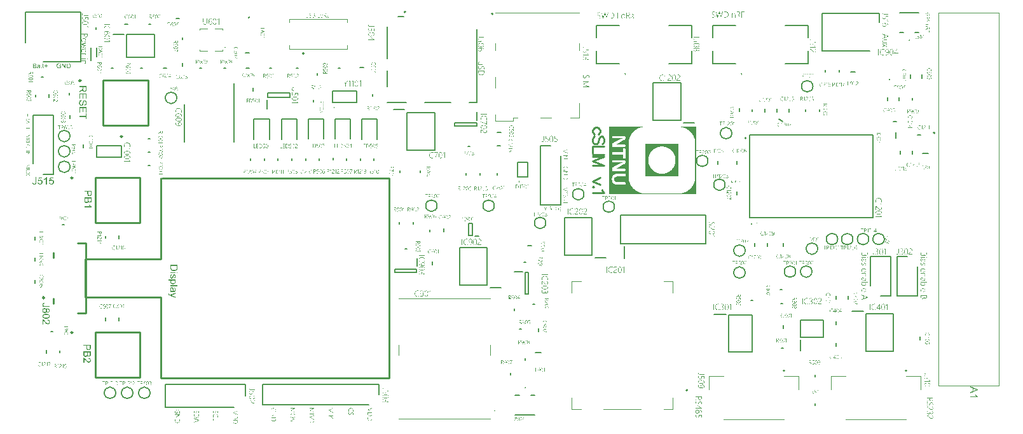
<source format=gto>
G04*
G04 #@! TF.GenerationSoftware,Altium Limited,Altium Designer,21.6.4 (81)*
G04*
G04 Layer_Color=65535*
%FSLAX44Y44*%
%MOMM*%
G71*
G04*
G04 #@! TF.SameCoordinates,FF1FAEB7-4318-4351-9C75-77568BB5708F*
G04*
G04*
G04 #@! TF.FilePolarity,Positive*
G04*
G01*
G75*
%ADD10C,0.2000*%
%ADD11C,0.1000*%
%ADD12C,0.1500*%
%ADD13C,0.2540*%
%ADD14C,0.2500*%
%ADD15C,0.1524*%
G36*
X895771Y397655D02*
Y350519D01*
Y350511D01*
X895767Y307489D01*
X805601Y307493D01*
X805604Y397659D01*
X895771Y397655D01*
D02*
G37*
G36*
X805601Y307493D02*
X780220D01*
Y397659D01*
X805601D01*
Y307493D01*
D02*
G37*
G36*
X672583Y314855D02*
X672250D01*
Y319695D01*
X672241Y319687D01*
X672208Y319654D01*
X672150Y319612D01*
X672083Y319554D01*
X671991Y319487D01*
X671891Y319420D01*
X671783Y319345D01*
X671666Y319279D01*
X671650Y319270D01*
X671608Y319254D01*
X671542Y319220D01*
X671458Y319179D01*
X671350Y319129D01*
X671233Y319079D01*
X671100Y319020D01*
X670958Y318971D01*
Y319279D01*
X670967D01*
X671000Y319295D01*
X671042Y319304D01*
X671100Y319329D01*
X671167Y319354D01*
X671233Y319379D01*
X671383Y319445D01*
X671392Y319454D01*
X671416Y319462D01*
X671458Y319487D01*
X671508Y319512D01*
X671566Y319545D01*
X671633Y319579D01*
X671766Y319662D01*
X671775Y319670D01*
X671800Y319687D01*
X671833Y319712D01*
X671883Y319745D01*
X671991Y319829D01*
X672116Y319928D01*
X672125Y319937D01*
X672150Y319953D01*
X672183Y319979D01*
X672225Y320020D01*
X672341Y320120D01*
X672466Y320237D01*
X672583D01*
Y314855D01*
D02*
G37*
G36*
X664951Y320195D02*
X665026D01*
X665118Y320178D01*
X665210Y320162D01*
X665310Y320137D01*
X665410Y320103D01*
X665418D01*
X665451Y320087D01*
X665501Y320062D01*
X665560Y320037D01*
X665635Y319995D01*
X665701Y319945D01*
X665776Y319895D01*
X665851Y319829D01*
X665860Y319820D01*
X665885Y319795D01*
X665918Y319762D01*
X665960Y319712D01*
X666001Y319645D01*
X666051Y319579D01*
X666093Y319495D01*
X666134Y319404D01*
X666143Y319395D01*
X666151Y319362D01*
X666168Y319312D01*
X666184Y319237D01*
X666201Y319154D01*
X666218Y319062D01*
X666235Y318962D01*
Y318846D01*
Y318829D01*
Y318787D01*
X666226Y318720D01*
X666218Y318629D01*
X666209Y318529D01*
X666193Y318421D01*
X666160Y318312D01*
X666126Y318204D01*
X666118Y318196D01*
X666109Y318154D01*
X666085Y318104D01*
X666051Y318037D01*
X666010Y317962D01*
X665960Y317871D01*
X665835Y317696D01*
X665826Y317687D01*
X665801Y317654D01*
X665768Y317612D01*
X665718Y317554D01*
X665660Y317488D01*
X665585Y317421D01*
X665510Y317346D01*
X665418Y317271D01*
X665410Y317263D01*
X665376Y317238D01*
X665326Y317204D01*
X665268Y317154D01*
X665193Y317096D01*
X665101Y317029D01*
X665010Y316963D01*
X664910Y316888D01*
X664893Y316879D01*
X664852Y316846D01*
X664785Y316796D01*
X664702Y316738D01*
X664610Y316671D01*
X664510Y316596D01*
X664410Y316513D01*
X664310Y316438D01*
X664302Y316429D01*
X664268Y316404D01*
X664227Y316371D01*
X664168Y316321D01*
X664110Y316263D01*
X664043Y316196D01*
X663910Y316054D01*
X663902Y316046D01*
X663885Y316021D01*
X663860Y315988D01*
X663827Y315938D01*
X663793Y315880D01*
X663752Y315813D01*
X663685Y315671D01*
Y315663D01*
X663677Y315638D01*
X663669Y315596D01*
X663652Y315538D01*
X663643Y315471D01*
X663627Y315396D01*
X663618Y315305D01*
Y315213D01*
Y315163D01*
X666235D01*
Y314855D01*
X663260D01*
Y315096D01*
Y315105D01*
Y315138D01*
Y315188D01*
X663269Y315246D01*
Y315313D01*
X663277Y315388D01*
X663294Y315538D01*
Y315546D01*
X663302Y315571D01*
X663310Y315613D01*
X663327Y315655D01*
X663360Y315771D01*
X663419Y315896D01*
Y315905D01*
X663435Y315921D01*
X663452Y315955D01*
X663477Y315996D01*
X663543Y316096D01*
X663627Y316204D01*
X663635Y316213D01*
X663652Y316229D01*
X663677Y316263D01*
X663710Y316296D01*
X663802Y316388D01*
X663910Y316496D01*
X663918Y316504D01*
X663943Y316521D01*
X663977Y316554D01*
X664018Y316588D01*
X664077Y316638D01*
X664135Y316688D01*
X664285Y316796D01*
X664293Y316804D01*
X664318Y316821D01*
X664360Y316854D01*
X664418Y316896D01*
X664485Y316946D01*
X664560Y317004D01*
X664735Y317129D01*
X664743Y317138D01*
X664777Y317163D01*
X664827Y317196D01*
X664885Y317238D01*
X664951Y317288D01*
X665026Y317346D01*
X665185Y317471D01*
X665193Y317479D01*
X665218Y317504D01*
X665260Y317537D01*
X665310Y317579D01*
X665368Y317629D01*
X665426Y317696D01*
X665543Y317829D01*
X665551Y317837D01*
X665568Y317862D01*
X665601Y317904D01*
X665635Y317962D01*
X665668Y318021D01*
X665710Y318096D01*
X665785Y318262D01*
X665793Y318271D01*
X665801Y318304D01*
X665818Y318354D01*
X665835Y318421D01*
X665851Y318496D01*
X665860Y318587D01*
X665876Y318687D01*
Y318796D01*
Y318804D01*
Y318820D01*
Y318846D01*
X665868Y318879D01*
X665860Y318971D01*
X665843Y319087D01*
X665801Y319220D01*
X665751Y319354D01*
X665685Y319487D01*
X665585Y319604D01*
X665568Y319620D01*
X665535Y319654D01*
X665468Y319695D01*
X665376Y319754D01*
X665268Y319804D01*
X665126Y319854D01*
X664968Y319887D01*
X664785Y319895D01*
X664726D01*
X664652Y319887D01*
X664568Y319879D01*
X664460Y319854D01*
X664343Y319829D01*
X664227Y319787D01*
X664102Y319737D01*
X664085Y319729D01*
X664043Y319712D01*
X663985Y319679D01*
X663902Y319629D01*
X663802Y319570D01*
X663693Y319495D01*
X663577Y319412D01*
X663460Y319312D01*
Y319704D01*
X663477Y319712D01*
X663510Y319745D01*
X663577Y319787D01*
X663660Y319837D01*
X663752Y319895D01*
X663868Y319953D01*
X663985Y320020D01*
X664110Y320070D01*
X664127Y320079D01*
X664168Y320095D01*
X664243Y320112D01*
X664335Y320137D01*
X664443Y320162D01*
X664568Y320187D01*
X664702Y320195D01*
X664843Y320204D01*
X664893D01*
X664951Y320195D01*
D02*
G37*
G36*
X662152Y314855D02*
X661819D01*
Y319695D01*
X661811Y319687D01*
X661777Y319654D01*
X661719Y319612D01*
X661652Y319554D01*
X661561Y319487D01*
X661461Y319420D01*
X661352Y319345D01*
X661236Y319279D01*
X661219Y319270D01*
X661177Y319254D01*
X661111Y319220D01*
X661028Y319179D01*
X660919Y319129D01*
X660803Y319079D01*
X660669Y319020D01*
X660528Y318971D01*
Y319279D01*
X660536D01*
X660569Y319295D01*
X660611Y319304D01*
X660669Y319329D01*
X660736Y319354D01*
X660803Y319379D01*
X660953Y319445D01*
X660961Y319454D01*
X660986Y319462D01*
X661028Y319487D01*
X661077Y319512D01*
X661136Y319545D01*
X661202Y319579D01*
X661336Y319662D01*
X661344Y319670D01*
X661369Y319687D01*
X661402Y319712D01*
X661452Y319745D01*
X661561Y319829D01*
X661686Y319928D01*
X661694Y319937D01*
X661719Y319953D01*
X661752Y319979D01*
X661794Y320020D01*
X661911Y320120D01*
X662036Y320237D01*
X662152D01*
Y314855D01*
D02*
G37*
G36*
X657370Y320112D02*
X657478Y320103D01*
X657603Y320087D01*
X657745Y320062D01*
X657895Y320037D01*
X658053Y320004D01*
X658212Y319962D01*
X658378Y319904D01*
X658545Y319845D01*
X658711Y319770D01*
X658861Y319679D01*
X659011Y319579D01*
X659145Y319462D01*
X659153Y319454D01*
X659178Y319429D01*
X659211Y319395D01*
X659253Y319337D01*
X659303Y319270D01*
X659361Y319187D01*
X659420Y319095D01*
X659486Y318979D01*
X659553Y318854D01*
X659611Y318712D01*
X659669Y318554D01*
X659719Y318387D01*
X659761Y318196D01*
X659803Y317996D01*
X659819Y317779D01*
X659828Y317554D01*
Y317537D01*
Y317504D01*
X659819Y317437D01*
Y317354D01*
X659803Y317254D01*
X659786Y317138D01*
X659770Y317004D01*
X659736Y316863D01*
X659695Y316713D01*
X659653Y316554D01*
X659586Y316388D01*
X659520Y316229D01*
X659436Y316063D01*
X659336Y315905D01*
X659228Y315746D01*
X659095Y315605D01*
X659086Y315596D01*
X659061Y315571D01*
X659020Y315538D01*
X658961Y315488D01*
X658886Y315430D01*
X658795Y315371D01*
X658686Y315296D01*
X658570Y315230D01*
X658428Y315163D01*
X658278Y315096D01*
X658112Y315030D01*
X657928Y314972D01*
X657737Y314921D01*
X657528Y314888D01*
X657303Y314863D01*
X657070Y314855D01*
X655837D01*
Y320120D01*
X657278D01*
X657370Y320112D01*
D02*
G37*
G36*
X668850Y320195D02*
X668925Y320187D01*
X669025Y320162D01*
X669134Y320120D01*
X669267Y320062D01*
X669400Y319979D01*
X669550Y319870D01*
X669617Y319795D01*
X669692Y319720D01*
X669759Y319637D01*
X669825Y319545D01*
X669892Y319437D01*
X669958Y319329D01*
X670017Y319204D01*
X670067Y319062D01*
X670125Y318920D01*
X670167Y318754D01*
X670209Y318579D01*
X670242Y318396D01*
X670275Y318196D01*
X670292Y317979D01*
X670308Y317746D01*
Y317504D01*
Y317488D01*
Y317446D01*
Y317379D01*
X670300Y317288D01*
X670292Y317171D01*
X670283Y317046D01*
X670275Y316904D01*
X670258Y316746D01*
X670200Y316413D01*
X670125Y316080D01*
X670075Y315913D01*
X670017Y315755D01*
X669950Y315605D01*
X669875Y315463D01*
X669867Y315455D01*
X669859Y315430D01*
X669834Y315396D01*
X669800Y315355D01*
X669750Y315305D01*
X669700Y315238D01*
X669634Y315180D01*
X669567Y315113D01*
X669484Y315047D01*
X669392Y314988D01*
X669300Y314930D01*
X669192Y314872D01*
X669075Y314830D01*
X668951Y314797D01*
X668817Y314771D01*
X668676Y314763D01*
X668642D01*
X668609Y314771D01*
X668559D01*
X668492Y314780D01*
X668426Y314797D01*
X668259Y314846D01*
X668176Y314880D01*
X668076Y314930D01*
X667984Y314980D01*
X667892Y315047D01*
X667792Y315121D01*
X667701Y315213D01*
X667617Y315313D01*
X667534Y315430D01*
X667526Y315438D01*
X667517Y315463D01*
X667501Y315496D01*
X667467Y315555D01*
X667442Y315621D01*
X667409Y315705D01*
X667367Y315805D01*
X667334Y315921D01*
X667292Y316054D01*
X667259Y316196D01*
X667218Y316355D01*
X667193Y316529D01*
X667168Y316721D01*
X667143Y316921D01*
X667134Y317138D01*
X667126Y317371D01*
Y317388D01*
Y317429D01*
Y317504D01*
X667134Y317604D01*
X667143Y317721D01*
X667151Y317854D01*
X667159Y318004D01*
X667176Y318162D01*
X667201Y318329D01*
X667226Y318504D01*
X667309Y318854D01*
X667351Y319029D01*
X667409Y319187D01*
X667476Y319345D01*
X667551Y319487D01*
X667559Y319495D01*
X667568Y319520D01*
X667592Y319554D01*
X667634Y319595D01*
X667676Y319654D01*
X667734Y319712D01*
X667792Y319779D01*
X667867Y319845D01*
X667951Y319912D01*
X668042Y319979D01*
X668142Y320037D01*
X668251Y320095D01*
X668376Y320137D01*
X668501Y320170D01*
X668642Y320195D01*
X668784Y320204D01*
X668801D01*
X668850Y320195D01*
D02*
G37*
G36*
X694787Y244488D02*
X694779Y244438D01*
Y244379D01*
X694770Y244313D01*
X694737Y244154D01*
X694695Y243979D01*
X694629Y243796D01*
X694529Y243621D01*
X694470Y243538D01*
X694404Y243463D01*
Y243455D01*
X694387Y243446D01*
X694362Y243430D01*
X694337Y243396D01*
X694254Y243338D01*
X694137Y243263D01*
X693995Y243188D01*
X693829Y243121D01*
X693629Y243080D01*
X693529Y243071D01*
X693412Y243063D01*
X693404D01*
X693387D01*
X693354D01*
X693320Y243071D01*
X693270D01*
X693212Y243080D01*
X693079Y243105D01*
X692929Y243138D01*
X692771Y243196D01*
X692612Y243280D01*
X692462Y243388D01*
X692446Y243405D01*
X692404Y243446D01*
X692337Y243521D01*
X692262Y243621D01*
X692179Y243755D01*
X692096Y243913D01*
X692029Y244096D01*
X691971Y244304D01*
X691963D01*
X691954Y244288D01*
X691929Y244246D01*
X691888Y244188D01*
X691821Y244113D01*
X691771Y244063D01*
X691721Y244013D01*
X691654Y243963D01*
X691588Y243913D01*
X691504Y243863D01*
X691413Y243804D01*
X691313Y243755D01*
X691196Y243696D01*
X689521Y242913D01*
Y243321D01*
X691063Y244021D01*
X691071D01*
X691088Y244030D01*
X691104Y244046D01*
X691138Y244055D01*
X691221Y244104D01*
X691321Y244154D01*
X691429Y244221D01*
X691538Y244296D01*
X691629Y244371D01*
X691704Y244454D01*
X691713Y244463D01*
X691729Y244496D01*
X691754Y244538D01*
X691788Y244604D01*
X691821Y244679D01*
X691846Y244771D01*
X691863Y244879D01*
X691871Y244996D01*
Y245654D01*
X689521D01*
Y246012D01*
X694787D01*
Y244488D01*
D02*
G37*
G36*
X689913Y242155D02*
X689980D01*
X690055Y242147D01*
X690205Y242130D01*
X690213D01*
X690238Y242122D01*
X690280Y242113D01*
X690321Y242097D01*
X690438Y242063D01*
X690563Y242005D01*
X690571D01*
X690588Y241988D01*
X690621Y241972D01*
X690663Y241947D01*
X690763Y241880D01*
X690871Y241797D01*
X690880Y241788D01*
X690896Y241772D01*
X690929Y241747D01*
X690963Y241713D01*
X691054Y241622D01*
X691163Y241514D01*
X691171Y241505D01*
X691188Y241480D01*
X691221Y241447D01*
X691254Y241405D01*
X691304Y241347D01*
X691354Y241289D01*
X691463Y241139D01*
X691471Y241130D01*
X691488Y241105D01*
X691521Y241064D01*
X691563Y241005D01*
X691613Y240939D01*
X691671Y240864D01*
X691796Y240689D01*
X691804Y240680D01*
X691829Y240647D01*
X691863Y240597D01*
X691904Y240539D01*
X691954Y240472D01*
X692012Y240397D01*
X692138Y240239D01*
X692146Y240231D01*
X692171Y240205D01*
X692204Y240164D01*
X692246Y240114D01*
X692296Y240056D01*
X692362Y239997D01*
X692496Y239881D01*
X692504Y239872D01*
X692529Y239856D01*
X692571Y239822D01*
X692629Y239789D01*
X692687Y239756D01*
X692762Y239714D01*
X692929Y239639D01*
X692937Y239631D01*
X692971Y239622D01*
X693021Y239606D01*
X693087Y239589D01*
X693162Y239572D01*
X693254Y239564D01*
X693354Y239547D01*
X693462D01*
X693471D01*
X693487D01*
X693512D01*
X693546Y239556D01*
X693637Y239564D01*
X693754Y239581D01*
X693887Y239622D01*
X694020Y239672D01*
X694154Y239739D01*
X694270Y239839D01*
X694287Y239856D01*
X694320Y239889D01*
X694362Y239956D01*
X694420Y240047D01*
X694470Y240156D01*
X694520Y240297D01*
X694554Y240455D01*
X694562Y240639D01*
Y240697D01*
X694554Y240772D01*
X694545Y240855D01*
X694520Y240964D01*
X694495Y241080D01*
X694454Y241197D01*
X694404Y241322D01*
X694395Y241339D01*
X694379Y241380D01*
X694345Y241439D01*
X694295Y241522D01*
X694237Y241622D01*
X694162Y241730D01*
X694079Y241847D01*
X693979Y241963D01*
X694370D01*
X694379Y241947D01*
X694412Y241913D01*
X694454Y241847D01*
X694504Y241763D01*
X694562Y241672D01*
X694620Y241555D01*
X694687Y241439D01*
X694737Y241313D01*
X694745Y241297D01*
X694762Y241255D01*
X694779Y241180D01*
X694803Y241089D01*
X694828Y240980D01*
X694854Y240855D01*
X694862Y240722D01*
X694870Y240580D01*
Y240530D01*
X694862Y240472D01*
Y240397D01*
X694845Y240305D01*
X694828Y240214D01*
X694803Y240114D01*
X694770Y240014D01*
Y240005D01*
X694753Y239972D01*
X694728Y239922D01*
X694704Y239864D01*
X694662Y239789D01*
X694612Y239722D01*
X694562Y239647D01*
X694495Y239572D01*
X694487Y239564D01*
X694462Y239539D01*
X694429Y239506D01*
X694379Y239464D01*
X694312Y239422D01*
X694245Y239372D01*
X694162Y239331D01*
X694070Y239289D01*
X694062Y239281D01*
X694029Y239272D01*
X693979Y239256D01*
X693904Y239239D01*
X693820Y239222D01*
X693729Y239206D01*
X693629Y239189D01*
X693512D01*
X693495D01*
X693454D01*
X693387Y239197D01*
X693296Y239206D01*
X693196Y239214D01*
X693087Y239231D01*
X692979Y239264D01*
X692871Y239297D01*
X692862Y239306D01*
X692821Y239314D01*
X692771Y239339D01*
X692704Y239372D01*
X692629Y239414D01*
X692537Y239464D01*
X692362Y239589D01*
X692354Y239597D01*
X692321Y239622D01*
X692279Y239656D01*
X692221Y239706D01*
X692154Y239764D01*
X692087Y239839D01*
X692012Y239914D01*
X691938Y240005D01*
X691929Y240014D01*
X691904Y240047D01*
X691871Y240097D01*
X691821Y240156D01*
X691763Y240231D01*
X691696Y240322D01*
X691629Y240414D01*
X691554Y240514D01*
X691546Y240530D01*
X691513Y240572D01*
X691463Y240639D01*
X691404Y240722D01*
X691338Y240814D01*
X691263Y240914D01*
X691179Y241014D01*
X691104Y241114D01*
X691096Y241122D01*
X691071Y241155D01*
X691038Y241197D01*
X690988Y241255D01*
X690929Y241313D01*
X690863Y241380D01*
X690721Y241514D01*
X690713Y241522D01*
X690688Y241539D01*
X690655Y241563D01*
X690605Y241597D01*
X690546Y241630D01*
X690480Y241672D01*
X690338Y241738D01*
X690330D01*
X690305Y241747D01*
X690263Y241755D01*
X690205Y241772D01*
X690138Y241780D01*
X690063Y241797D01*
X689971Y241805D01*
X689880D01*
X689830D01*
Y239189D01*
X689521D01*
Y242163D01*
X689763D01*
X689771D01*
X689805D01*
X689855D01*
X689913Y242155D01*
D02*
G37*
G36*
X692271Y238289D02*
X692387Y238281D01*
X692521Y238273D01*
X692671Y238264D01*
X692829Y238248D01*
X692996Y238223D01*
X693171Y238198D01*
X693521Y238114D01*
X693695Y238073D01*
X693854Y238014D01*
X694012Y237948D01*
X694154Y237873D01*
X694162Y237864D01*
X694187Y237856D01*
X694220Y237831D01*
X694262Y237789D01*
X694320Y237748D01*
X694379Y237689D01*
X694445Y237631D01*
X694512Y237556D01*
X694578Y237473D01*
X694645Y237381D01*
X694704Y237281D01*
X694762Y237173D01*
X694803Y237048D01*
X694837Y236923D01*
X694862Y236781D01*
X694870Y236640D01*
Y236623D01*
X694862Y236573D01*
X694854Y236498D01*
X694828Y236398D01*
X694787Y236290D01*
X694728Y236157D01*
X694645Y236023D01*
X694537Y235873D01*
X694462Y235807D01*
X694387Y235732D01*
X694304Y235665D01*
X694212Y235598D01*
X694104Y235532D01*
X693995Y235465D01*
X693870Y235407D01*
X693729Y235357D01*
X693587Y235298D01*
X693420Y235257D01*
X693246Y235215D01*
X693062Y235182D01*
X692862Y235148D01*
X692646Y235132D01*
X692412Y235115D01*
X692171D01*
X692154D01*
X692113D01*
X692046D01*
X691954Y235123D01*
X691838Y235132D01*
X691713Y235140D01*
X691571Y235148D01*
X691413Y235165D01*
X691079Y235223D01*
X690746Y235298D01*
X690580Y235348D01*
X690421Y235407D01*
X690271Y235473D01*
X690130Y235548D01*
X690121Y235557D01*
X690096Y235565D01*
X690063Y235590D01*
X690021Y235623D01*
X689971Y235673D01*
X689905Y235723D01*
X689846Y235790D01*
X689780Y235857D01*
X689713Y235940D01*
X689655Y236031D01*
X689596Y236123D01*
X689538Y236231D01*
X689497Y236348D01*
X689463Y236473D01*
X689438Y236606D01*
X689430Y236748D01*
Y236781D01*
X689438Y236815D01*
Y236865D01*
X689446Y236931D01*
X689463Y236998D01*
X689513Y237165D01*
X689547Y237248D01*
X689596Y237348D01*
X689647Y237439D01*
X689713Y237531D01*
X689788Y237631D01*
X689880Y237723D01*
X689980Y237806D01*
X690096Y237889D01*
X690105Y237898D01*
X690130Y237906D01*
X690163Y237923D01*
X690221Y237956D01*
X690288Y237981D01*
X690371Y238014D01*
X690471Y238056D01*
X690588Y238089D01*
X690721Y238131D01*
X690863Y238164D01*
X691021Y238206D01*
X691196Y238231D01*
X691388Y238256D01*
X691588Y238281D01*
X691804Y238289D01*
X692038Y238298D01*
X692054D01*
X692096D01*
X692171D01*
X692271Y238289D01*
D02*
G37*
G36*
X690088Y234340D02*
X690071Y234324D01*
X690055Y234290D01*
X690030Y234249D01*
X690005Y234190D01*
X689980Y234132D01*
X689913Y233982D01*
X689846Y233807D01*
X689796Y233615D01*
X689755Y233416D01*
X689738Y233216D01*
Y233157D01*
X689746Y233107D01*
Y233057D01*
X689755Y232999D01*
X689780Y232857D01*
X689813Y232699D01*
X689871Y232532D01*
X689946Y232366D01*
X690055Y232224D01*
Y232216D01*
X690071Y232208D01*
X690113Y232166D01*
X690188Y232108D01*
X690280Y232041D01*
X690405Y231974D01*
X690555Y231916D01*
X690721Y231874D01*
X690813Y231858D01*
X690904D01*
X690913D01*
X690929D01*
X690963D01*
X691004Y231866D01*
X691046D01*
X691104Y231883D01*
X691238Y231908D01*
X691379Y231958D01*
X691521Y232033D01*
X691596Y232083D01*
X691663Y232132D01*
X691729Y232199D01*
X691788Y232274D01*
Y232283D01*
X691804Y232291D01*
X691813Y232316D01*
X691838Y232349D01*
X691863Y232391D01*
X691888Y232441D01*
X691913Y232507D01*
X691946Y232574D01*
X691971Y232649D01*
X691996Y232741D01*
X692021Y232832D01*
X692046Y232941D01*
X692071Y233057D01*
X692079Y233174D01*
X692096Y233307D01*
Y233849D01*
X692404D01*
Y233424D01*
X692412Y233374D01*
Y233316D01*
X692421Y233249D01*
X692437Y233091D01*
X692479Y232924D01*
X692529Y232749D01*
X692596Y232574D01*
X692696Y232424D01*
Y232416D01*
X692712Y232407D01*
X692754Y232366D01*
X692821Y232307D01*
X692912Y232232D01*
X693037Y232166D01*
X693179Y232108D01*
X693354Y232066D01*
X693446Y232049D01*
X693546D01*
X693554D01*
X693570D01*
X693596D01*
X693621D01*
X693712Y232066D01*
X693820Y232083D01*
X693937Y232116D01*
X694062Y232157D01*
X694179Y232224D01*
X694287Y232316D01*
X694295Y232324D01*
X694329Y232366D01*
X694370Y232424D01*
X694429Y232516D01*
X694479Y232624D01*
X694520Y232757D01*
X694554Y232916D01*
X694562Y233099D01*
Y233149D01*
X694554Y233182D01*
Y233232D01*
X694545Y233282D01*
X694520Y233416D01*
X694479Y233574D01*
X694412Y233749D01*
X694329Y233940D01*
X694212Y234140D01*
X694570D01*
Y234132D01*
X694587Y234115D01*
X694595Y234082D01*
X694620Y234040D01*
X694637Y233982D01*
X694662Y233924D01*
X694720Y233782D01*
X694779Y233607D01*
X694820Y233424D01*
X694854Y233241D01*
X694870Y233049D01*
Y232991D01*
X694862Y232949D01*
Y232891D01*
X694854Y232832D01*
X694828Y232691D01*
X694787Y232532D01*
X694728Y232366D01*
X694645Y232208D01*
X694529Y232057D01*
Y232049D01*
X694512Y232041D01*
X694470Y231999D01*
X694395Y231941D01*
X694287Y231874D01*
X694162Y231808D01*
X694012Y231749D01*
X693837Y231708D01*
X693737Y231691D01*
X693637D01*
X693629D01*
X693587D01*
X693537Y231699D01*
X693462Y231708D01*
X693379Y231724D01*
X693279Y231741D01*
X693179Y231774D01*
X693062Y231816D01*
X692946Y231874D01*
X692837Y231941D01*
X692721Y232024D01*
X692612Y232124D01*
X692512Y232241D01*
X692421Y232374D01*
X692337Y232532D01*
X692279Y232716D01*
X692262D01*
Y232691D01*
X692254Y232666D01*
X692246Y232624D01*
X692237Y232574D01*
X692229Y232524D01*
X692188Y232399D01*
X692138Y232257D01*
X692063Y232116D01*
X691971Y231974D01*
X691846Y231841D01*
X691829Y231824D01*
X691779Y231791D01*
X691704Y231733D01*
X691604Y231674D01*
X691479Y231616D01*
X691329Y231558D01*
X691154Y231524D01*
X690963Y231508D01*
X690955D01*
X690929D01*
X690896D01*
X690846Y231516D01*
X690788Y231524D01*
X690721Y231533D01*
X690563Y231566D01*
X690388Y231624D01*
X690296Y231658D01*
X690196Y231708D01*
X690105Y231766D01*
X690013Y231824D01*
X689930Y231899D01*
X689846Y231983D01*
X689838Y231991D01*
X689830Y232008D01*
X689805Y232033D01*
X689780Y232066D01*
X689746Y232116D01*
X689713Y232174D01*
X689680Y232241D01*
X689638Y232316D01*
X689596Y232399D01*
X689563Y232491D01*
X689530Y232599D01*
X689497Y232707D01*
X689446Y232949D01*
X689438Y233082D01*
X689430Y233224D01*
Y233282D01*
X689438Y233324D01*
Y233374D01*
X689446Y233440D01*
X689463Y233582D01*
X689497Y233757D01*
X689547Y233940D01*
X689613Y234149D01*
X689705Y234349D01*
X690088D01*
Y234340D01*
D02*
G37*
G36*
X642103Y86532D02*
X642186Y86524D01*
X642286Y86507D01*
X642394Y86474D01*
X642503Y86440D01*
X642611Y86390D01*
X642628Y86382D01*
X642661Y86365D01*
X642711Y86323D01*
X642778Y86282D01*
X642853Y86215D01*
X642928Y86140D01*
X643011Y86049D01*
X643086Y85940D01*
X643094Y85924D01*
X643119Y85890D01*
X643153Y85824D01*
X643203Y85732D01*
X643253Y85624D01*
X643303Y85499D01*
X643353Y85349D01*
X643394Y85190D01*
Y85182D01*
X643403Y85174D01*
Y85149D01*
X643411Y85115D01*
X643419Y85074D01*
X643428Y85024D01*
X643453Y84899D01*
X643469Y84741D01*
X643486Y84566D01*
X643494Y84374D01*
X643503Y84157D01*
Y84149D01*
Y84124D01*
Y84082D01*
Y84032D01*
Y83974D01*
X643494Y83899D01*
Y83807D01*
X643486Y83716D01*
X643469Y83516D01*
X643444Y83299D01*
X643411Y83074D01*
X643369Y82849D01*
Y82841D01*
X643361Y82824D01*
X643353Y82791D01*
X643344Y82758D01*
X643328Y82708D01*
X643311Y82649D01*
X643269Y82516D01*
X643211Y82366D01*
X643144Y82208D01*
X643061Y82041D01*
X642969Y81891D01*
Y81883D01*
X642961Y81875D01*
X642919Y81825D01*
X642869Y81758D01*
X642794Y81675D01*
X642703Y81575D01*
X642586Y81475D01*
X642469Y81383D01*
X642328Y81300D01*
X642320D01*
X642311Y81292D01*
X642261Y81266D01*
X642178Y81233D01*
X642070Y81200D01*
X641945Y81166D01*
X641786Y81133D01*
X641620Y81108D01*
X641436Y81100D01*
X641370D01*
X641295Y81108D01*
X641195Y81117D01*
X641078Y81133D01*
X640945Y81158D01*
X640812Y81192D01*
X640670Y81233D01*
Y81600D01*
X640678D01*
X640687Y81591D01*
X640712Y81583D01*
X640745Y81566D01*
X640820Y81541D01*
X640928Y81508D01*
X641045Y81466D01*
X641178Y81441D01*
X641311Y81416D01*
X641445Y81408D01*
X641478D01*
X641528Y81416D01*
X641578D01*
X641653Y81425D01*
X641728Y81441D01*
X641820Y81466D01*
X641920Y81491D01*
X642020Y81525D01*
X642120Y81566D01*
X642228Y81625D01*
X642328Y81683D01*
X642436Y81758D01*
X642536Y81850D01*
X642628Y81950D01*
X642711Y82066D01*
X642719Y82075D01*
X642728Y82100D01*
X642753Y82133D01*
X642778Y82191D01*
X642811Y82258D01*
X642853Y82350D01*
X642894Y82450D01*
X642936Y82566D01*
X642969Y82691D01*
X643011Y82841D01*
X643053Y82999D01*
X643086Y83174D01*
X643111Y83366D01*
X643136Y83574D01*
X643144Y83799D01*
X643153Y84032D01*
X643136D01*
Y84024D01*
X643119Y83999D01*
X643094Y83958D01*
X643061Y83899D01*
X643019Y83841D01*
X642969Y83766D01*
X642911Y83691D01*
X642836Y83616D01*
X642753Y83533D01*
X642661Y83458D01*
X642553Y83383D01*
X642436Y83324D01*
X642311Y83266D01*
X642170Y83224D01*
X642011Y83199D01*
X641845Y83191D01*
X641786D01*
X641728Y83199D01*
X641653Y83208D01*
X641561Y83216D01*
X641461Y83241D01*
X641353Y83266D01*
X641253Y83308D01*
X641245Y83316D01*
X641211Y83333D01*
X641161Y83358D01*
X641095Y83399D01*
X641028Y83441D01*
X640945Y83499D01*
X640870Y83566D01*
X640795Y83641D01*
X640787Y83649D01*
X640762Y83682D01*
X640728Y83724D01*
X640687Y83783D01*
X640637Y83857D01*
X640587Y83949D01*
X640537Y84041D01*
X640495Y84149D01*
X640487Y84166D01*
X640478Y84199D01*
X640462Y84266D01*
X640445Y84341D01*
X640420Y84441D01*
X640403Y84549D01*
X640395Y84674D01*
X640387Y84799D01*
Y84807D01*
Y84816D01*
Y84866D01*
X640395Y84941D01*
X640403Y85032D01*
X640412Y85140D01*
X640437Y85266D01*
X640462Y85382D01*
X640503Y85507D01*
X640512Y85524D01*
X640528Y85565D01*
X640553Y85624D01*
X640595Y85699D01*
X640637Y85782D01*
X640695Y85874D01*
X640762Y85965D01*
X640837Y86057D01*
X640845Y86065D01*
X640878Y86090D01*
X640920Y86132D01*
X640978Y86182D01*
X641053Y86240D01*
X641145Y86299D01*
X641236Y86357D01*
X641345Y86407D01*
X641361Y86415D01*
X641395Y86432D01*
X641453Y86448D01*
X641536Y86474D01*
X641628Y86498D01*
X641736Y86524D01*
X641853Y86532D01*
X641978Y86540D01*
X642036D01*
X642103Y86532D01*
D02*
G37*
G36*
X651259Y86332D02*
Y86323D01*
X651242Y86299D01*
X651226Y86265D01*
X651192Y86215D01*
X651159Y86157D01*
X651126Y86082D01*
X651076Y85999D01*
X651034Y85915D01*
X650926Y85707D01*
X650809Y85490D01*
X650684Y85257D01*
X650559Y85015D01*
Y85007D01*
X650543Y84991D01*
X650526Y84957D01*
X650509Y84907D01*
X650476Y84849D01*
X650443Y84782D01*
X650409Y84707D01*
X650368Y84624D01*
X650276Y84432D01*
X650176Y84224D01*
X650076Y83999D01*
X649976Y83766D01*
Y83757D01*
X649968Y83741D01*
X649951Y83708D01*
X649934Y83658D01*
X649909Y83608D01*
X649884Y83541D01*
X649851Y83466D01*
X649826Y83383D01*
X649751Y83191D01*
X649676Y82983D01*
X649593Y82749D01*
X649518Y82516D01*
Y82508D01*
X649509Y82491D01*
X649501Y82450D01*
X649484Y82408D01*
X649468Y82350D01*
X649451Y82283D01*
X649434Y82200D01*
X649409Y82116D01*
X649359Y81916D01*
X649309Y81691D01*
X649259Y81450D01*
X649218Y81192D01*
X648843D01*
Y81200D01*
X648851Y81225D01*
Y81258D01*
X648860Y81308D01*
X648876Y81367D01*
X648885Y81441D01*
X648901Y81516D01*
X648918Y81608D01*
X648968Y81808D01*
X649018Y82025D01*
X649076Y82258D01*
X649143Y82500D01*
Y82508D01*
X649151Y82524D01*
X649159Y82566D01*
X649176Y82608D01*
X649201Y82666D01*
X649218Y82733D01*
X649243Y82808D01*
X649276Y82891D01*
X649343Y83083D01*
X649418Y83291D01*
X649509Y83516D01*
X649601Y83741D01*
Y83749D01*
X649609Y83766D01*
X649626Y83799D01*
X649643Y83849D01*
X649668Y83899D01*
X649701Y83966D01*
X649734Y84041D01*
X649768Y84116D01*
X649851Y84299D01*
X649943Y84507D01*
X650051Y84716D01*
X650159Y84941D01*
Y84949D01*
X650176Y84965D01*
X650193Y84999D01*
X650209Y85041D01*
X650242Y85099D01*
X650276Y85166D01*
X650309Y85232D01*
X650359Y85316D01*
X650451Y85499D01*
X650559Y85707D01*
X650676Y85924D01*
X650801Y86149D01*
X648018D01*
Y86457D01*
X651259D01*
Y86332D01*
D02*
G37*
G36*
X638096Y86448D02*
X638154D01*
X638221Y86440D01*
X638379Y86407D01*
X638554Y86365D01*
X638737Y86299D01*
X638912Y86199D01*
X638995Y86140D01*
X639070Y86074D01*
X639079D01*
X639087Y86057D01*
X639104Y86032D01*
X639137Y86007D01*
X639195Y85924D01*
X639270Y85807D01*
X639345Y85665D01*
X639412Y85499D01*
X639454Y85299D01*
X639462Y85199D01*
X639470Y85082D01*
Y85074D01*
Y85057D01*
Y85024D01*
X639462Y84991D01*
Y84941D01*
X639454Y84882D01*
X639429Y84749D01*
X639395Y84599D01*
X639337Y84441D01*
X639254Y84282D01*
X639145Y84132D01*
X639129Y84116D01*
X639087Y84074D01*
X639012Y84008D01*
X638912Y83933D01*
X638779Y83849D01*
X638620Y83766D01*
X638437Y83699D01*
X638229Y83641D01*
Y83632D01*
X638246Y83624D01*
X638287Y83599D01*
X638346Y83558D01*
X638421Y83491D01*
X638471Y83441D01*
X638521Y83391D01*
X638571Y83324D01*
X638620Y83258D01*
X638671Y83174D01*
X638729Y83083D01*
X638779Y82983D01*
X638837Y82866D01*
X639620Y81192D01*
X639212D01*
X638512Y82733D01*
Y82741D01*
X638504Y82758D01*
X638487Y82774D01*
X638479Y82808D01*
X638429Y82891D01*
X638379Y82991D01*
X638312Y83099D01*
X638237Y83208D01*
X638162Y83299D01*
X638079Y83374D01*
X638071Y83383D01*
X638037Y83399D01*
X637996Y83424D01*
X637929Y83458D01*
X637854Y83491D01*
X637762Y83516D01*
X637654Y83533D01*
X637537Y83541D01*
X636879D01*
Y81192D01*
X636521D01*
Y86457D01*
X638046D01*
X638096Y86448D01*
D02*
G37*
G36*
X645960Y86532D02*
X646035Y86524D01*
X646135Y86498D01*
X646244Y86457D01*
X646377Y86398D01*
X646510Y86315D01*
X646660Y86207D01*
X646727Y86132D01*
X646802Y86057D01*
X646868Y85974D01*
X646935Y85882D01*
X647002Y85774D01*
X647068Y85665D01*
X647127Y85540D01*
X647177Y85399D01*
X647235Y85257D01*
X647277Y85091D01*
X647318Y84916D01*
X647352Y84732D01*
X647385Y84532D01*
X647402Y84316D01*
X647418Y84082D01*
Y83841D01*
Y83824D01*
Y83783D01*
Y83716D01*
X647410Y83624D01*
X647402Y83508D01*
X647393Y83383D01*
X647385Y83241D01*
X647368Y83083D01*
X647310Y82749D01*
X647235Y82416D01*
X647185Y82250D01*
X647127Y82091D01*
X647060Y81941D01*
X646985Y81800D01*
X646977Y81791D01*
X646968Y81766D01*
X646943Y81733D01*
X646910Y81691D01*
X646860Y81641D01*
X646810Y81575D01*
X646743Y81516D01*
X646677Y81450D01*
X646593Y81383D01*
X646502Y81325D01*
X646410Y81266D01*
X646302Y81208D01*
X646185Y81166D01*
X646060Y81133D01*
X645927Y81108D01*
X645785Y81100D01*
X645752D01*
X645719Y81108D01*
X645669D01*
X645602Y81117D01*
X645535Y81133D01*
X645369Y81183D01*
X645285Y81216D01*
X645185Y81266D01*
X645094Y81316D01*
X645002Y81383D01*
X644902Y81458D01*
X644811Y81550D01*
X644727Y81650D01*
X644644Y81766D01*
X644636Y81775D01*
X644627Y81800D01*
X644611Y81833D01*
X644577Y81891D01*
X644552Y81958D01*
X644519Y82041D01*
X644477Y82141D01*
X644444Y82258D01*
X644402Y82391D01*
X644369Y82533D01*
X644327Y82691D01*
X644302Y82866D01*
X644277Y83058D01*
X644252Y83258D01*
X644244Y83474D01*
X644236Y83708D01*
Y83724D01*
Y83766D01*
Y83841D01*
X644244Y83941D01*
X644252Y84057D01*
X644261Y84191D01*
X644269Y84341D01*
X644286Y84499D01*
X644311Y84666D01*
X644336Y84841D01*
X644419Y85190D01*
X644461Y85365D01*
X644519Y85524D01*
X644586Y85682D01*
X644661Y85824D01*
X644669Y85832D01*
X644677Y85857D01*
X644702Y85890D01*
X644744Y85932D01*
X644786Y85990D01*
X644844Y86049D01*
X644902Y86115D01*
X644977Y86182D01*
X645061Y86249D01*
X645152Y86315D01*
X645252Y86374D01*
X645360Y86432D01*
X645485Y86474D01*
X645610Y86507D01*
X645752Y86532D01*
X645894Y86540D01*
X645910D01*
X645960Y86532D01*
D02*
G37*
G36*
X525551Y179368D02*
X525653D01*
X525755Y179356D01*
X525882Y179343D01*
X526148Y179305D01*
X526440Y179254D01*
X526758Y179178D01*
X527075Y179076D01*
Y178492D01*
X527063D01*
X527037Y178505D01*
X526987Y178530D01*
X526936Y178556D01*
X526847Y178581D01*
X526758Y178619D01*
X526656Y178645D01*
X526542Y178683D01*
X526275Y178759D01*
X525970Y178810D01*
X525640Y178860D01*
X525297Y178873D01*
X525234D01*
X525158Y178860D01*
X525043D01*
X524916Y178848D01*
X524764Y178822D01*
X524599Y178784D01*
X524421Y178746D01*
X524231Y178695D01*
X524027Y178619D01*
X523824Y178543D01*
X523621Y178441D01*
X523418Y178327D01*
X523215Y178187D01*
X523024Y178022D01*
X522834Y177844D01*
X522821Y177832D01*
X522795Y177794D01*
X522745Y177743D01*
X522681Y177654D01*
X522618Y177552D01*
X522542Y177425D01*
X522453Y177286D01*
X522364Y177120D01*
X522275Y176930D01*
X522186Y176727D01*
X522110Y176511D01*
X522046Y176270D01*
X521983Y176003D01*
X521932Y175723D01*
X521907Y175431D01*
X521894Y175127D01*
Y175114D01*
Y175050D01*
Y174974D01*
X521907Y174860D01*
X521919Y174720D01*
X521945Y174555D01*
X521970Y174377D01*
X522008Y174187D01*
X522059Y173984D01*
X522110Y173780D01*
X522186Y173565D01*
X522275Y173349D01*
X522376Y173133D01*
X522503Y172917D01*
X522643Y172726D01*
X522795Y172536D01*
X522808Y172523D01*
X522834Y172498D01*
X522884Y172447D01*
X522961Y172383D01*
X523050Y172320D01*
X523164Y172244D01*
X523278Y172155D01*
X523430Y172066D01*
X523583Y171977D01*
X523761Y171888D01*
X523951Y171812D01*
X524154Y171748D01*
X524370Y171685D01*
X524599Y171634D01*
X524840Y171609D01*
X525094Y171596D01*
X525209D01*
X525285Y171609D01*
X525374D01*
X525488Y171621D01*
X525615Y171634D01*
X525755Y171647D01*
X526059Y171698D01*
X526402Y171774D01*
X526745Y171875D01*
X527075Y172015D01*
Y171482D01*
X527063D01*
X527037Y171469D01*
X526974Y171444D01*
X526910Y171418D01*
X526821Y171393D01*
X526720Y171355D01*
X526593Y171317D01*
X526466Y171291D01*
X526161Y171215D01*
X525805Y171152D01*
X525437Y171101D01*
X525043Y171088D01*
X524967D01*
X524891Y171101D01*
X524777D01*
X524637Y171126D01*
X524472Y171152D01*
X524294Y171177D01*
X524091Y171228D01*
X523888Y171279D01*
X523672Y171355D01*
X523443Y171444D01*
X523227Y171545D01*
X522999Y171672D01*
X522783Y171825D01*
X522567Y171990D01*
X522364Y172180D01*
X522351Y172193D01*
X522326Y172231D01*
X522275Y172295D01*
X522199Y172383D01*
X522122Y172485D01*
X522034Y172625D01*
X521945Y172777D01*
X521856Y172955D01*
X521754Y173158D01*
X521665Y173374D01*
X521576Y173603D01*
X521500Y173869D01*
X521437Y174136D01*
X521386Y174428D01*
X521348Y174733D01*
X521335Y175063D01*
Y175089D01*
Y175152D01*
X521348Y175254D01*
Y175393D01*
X521373Y175558D01*
X521399Y175749D01*
X521424Y175952D01*
X521475Y176193D01*
X521538Y176435D01*
X521614Y176689D01*
X521703Y176955D01*
X521805Y177209D01*
X521932Y177476D01*
X522084Y177730D01*
X522262Y177971D01*
X522453Y178200D01*
X522465Y178213D01*
X522503Y178251D01*
X522567Y178314D01*
X522656Y178391D01*
X522770Y178479D01*
X522897Y178568D01*
X523062Y178683D01*
X523240Y178797D01*
X523430Y178899D01*
X523646Y179013D01*
X523888Y179102D01*
X524142Y179203D01*
X524408Y179267D01*
X524688Y179330D01*
X524993Y179368D01*
X525310Y179381D01*
X525462D01*
X525551Y179368D01*
D02*
G37*
G36*
X531012D02*
X531139Y179356D01*
X531292Y179330D01*
X531457Y179279D01*
X531622Y179229D01*
X531787Y179153D01*
X531813Y179140D01*
X531863Y179114D01*
X531940Y179051D01*
X532041Y178987D01*
X532155Y178886D01*
X532270Y178771D01*
X532397Y178632D01*
X532511Y178467D01*
X532524Y178441D01*
X532562Y178391D01*
X532613Y178289D01*
X532689Y178149D01*
X532765Y177984D01*
X532841Y177794D01*
X532917Y177565D01*
X532981Y177324D01*
Y177311D01*
X532994Y177298D01*
Y177260D01*
X533006Y177209D01*
X533019Y177146D01*
X533032Y177070D01*
X533070Y176879D01*
X533095Y176638D01*
X533121Y176371D01*
X533133Y176079D01*
X533146Y175749D01*
Y175736D01*
Y175698D01*
Y175635D01*
Y175558D01*
Y175470D01*
X533133Y175355D01*
Y175215D01*
X533121Y175076D01*
X533095Y174771D01*
X533057Y174441D01*
X533006Y174098D01*
X532943Y173755D01*
Y173742D01*
X532930Y173717D01*
X532917Y173666D01*
X532905Y173615D01*
X532879Y173539D01*
X532854Y173450D01*
X532790Y173247D01*
X532701Y173018D01*
X532600Y172777D01*
X532473Y172523D01*
X532333Y172295D01*
Y172282D01*
X532321Y172269D01*
X532257Y172193D01*
X532181Y172091D01*
X532066Y171964D01*
X531927Y171812D01*
X531749Y171660D01*
X531571Y171520D01*
X531355Y171393D01*
X531343D01*
X531330Y171380D01*
X531254Y171342D01*
X531127Y171291D01*
X530962Y171240D01*
X530771Y171190D01*
X530530Y171139D01*
X530276Y171101D01*
X529996Y171088D01*
X529895D01*
X529781Y171101D01*
X529628Y171113D01*
X529450Y171139D01*
X529247Y171177D01*
X529044Y171228D01*
X528828Y171291D01*
Y171850D01*
X528841D01*
X528853Y171837D01*
X528891Y171825D01*
X528942Y171799D01*
X529057Y171761D01*
X529222Y171710D01*
X529399Y171647D01*
X529603Y171609D01*
X529806Y171571D01*
X530009Y171558D01*
X530060D01*
X530136Y171571D01*
X530212D01*
X530327Y171583D01*
X530441Y171609D01*
X530581Y171647D01*
X530733Y171685D01*
X530885Y171736D01*
X531038Y171799D01*
X531203Y171888D01*
X531355Y171977D01*
X531520Y172091D01*
X531673Y172231D01*
X531813Y172383D01*
X531940Y172561D01*
X531952Y172574D01*
X531965Y172612D01*
X532003Y172663D01*
X532041Y172752D01*
X532092Y172853D01*
X532155Y172993D01*
X532219Y173145D01*
X532282Y173323D01*
X532333Y173514D01*
X532397Y173742D01*
X532460Y173984D01*
X532511Y174250D01*
X532549Y174542D01*
X532587Y174860D01*
X532600Y175203D01*
X532613Y175558D01*
X532587D01*
Y175546D01*
X532562Y175508D01*
X532524Y175444D01*
X532473Y175355D01*
X532409Y175266D01*
X532333Y175152D01*
X532244Y175038D01*
X532130Y174923D01*
X532003Y174796D01*
X531863Y174682D01*
X531698Y174568D01*
X531520Y174479D01*
X531330Y174390D01*
X531114Y174327D01*
X530873Y174288D01*
X530619Y174276D01*
X530530D01*
X530441Y174288D01*
X530327Y174301D01*
X530187Y174314D01*
X530034Y174352D01*
X529869Y174390D01*
X529717Y174454D01*
X529704Y174466D01*
X529654Y174492D01*
X529577Y174530D01*
X529476Y174593D01*
X529374Y174657D01*
X529247Y174746D01*
X529133Y174847D01*
X529019Y174961D01*
X529006Y174974D01*
X528968Y175025D01*
X528917Y175089D01*
X528853Y175177D01*
X528777Y175292D01*
X528701Y175431D01*
X528625Y175571D01*
X528561Y175736D01*
X528549Y175762D01*
X528536Y175812D01*
X528511Y175914D01*
X528485Y176028D01*
X528447Y176181D01*
X528422Y176346D01*
X528409Y176536D01*
X528396Y176727D01*
Y176740D01*
Y176752D01*
Y176828D01*
X528409Y176943D01*
X528422Y177082D01*
X528434Y177248D01*
X528472Y177438D01*
X528511Y177616D01*
X528574Y177806D01*
X528587Y177832D01*
X528612Y177895D01*
X528650Y177984D01*
X528714Y178098D01*
X528777Y178225D01*
X528866Y178365D01*
X528968Y178505D01*
X529082Y178645D01*
X529095Y178657D01*
X529146Y178695D01*
X529209Y178759D01*
X529298Y178835D01*
X529412Y178924D01*
X529552Y179013D01*
X529692Y179102D01*
X529857Y179178D01*
X529882Y179191D01*
X529933Y179216D01*
X530022Y179241D01*
X530149Y179279D01*
X530289Y179318D01*
X530454Y179356D01*
X530631Y179368D01*
X530822Y179381D01*
X530911D01*
X531012Y179368D01*
D02*
G37*
G36*
X542582Y171228D02*
X542074D01*
Y178606D01*
X542061Y178594D01*
X542011Y178543D01*
X541922Y178479D01*
X541820Y178391D01*
X541680Y178289D01*
X541528Y178187D01*
X541363Y178073D01*
X541185Y177971D01*
X541160Y177959D01*
X541096Y177933D01*
X540995Y177882D01*
X540868Y177819D01*
X540703Y177743D01*
X540525Y177667D01*
X540322Y177578D01*
X540106Y177502D01*
Y177971D01*
X540118D01*
X540169Y177997D01*
X540233Y178009D01*
X540322Y178048D01*
X540423Y178086D01*
X540525Y178124D01*
X540753Y178225D01*
X540766Y178238D01*
X540804Y178251D01*
X540868Y178289D01*
X540944Y178327D01*
X541033Y178378D01*
X541134Y178429D01*
X541338Y178556D01*
X541350Y178568D01*
X541388Y178594D01*
X541439Y178632D01*
X541515Y178683D01*
X541680Y178810D01*
X541871Y178962D01*
X541884Y178975D01*
X541922Y179000D01*
X541973Y179038D01*
X542036Y179102D01*
X542214Y179254D01*
X542404Y179432D01*
X542582D01*
Y171228D01*
D02*
G37*
G36*
X519684D02*
X519138D01*
Y179254D01*
X519684D01*
Y171228D01*
D02*
G37*
G36*
X536893Y179368D02*
X537007Y179356D01*
X537159Y179318D01*
X537324Y179254D01*
X537528Y179165D01*
X537731Y179038D01*
X537959Y178873D01*
X538061Y178759D01*
X538175Y178645D01*
X538277Y178517D01*
X538378Y178378D01*
X538480Y178213D01*
X538582Y178048D01*
X538671Y177857D01*
X538747Y177641D01*
X538836Y177425D01*
X538899Y177171D01*
X538963Y176905D01*
X539013Y176625D01*
X539064Y176320D01*
X539090Y175990D01*
X539115Y175635D01*
Y175266D01*
Y175241D01*
Y175177D01*
Y175076D01*
X539102Y174936D01*
X539090Y174758D01*
X539077Y174568D01*
X539064Y174352D01*
X539039Y174111D01*
X538950Y173603D01*
X538836Y173095D01*
X538759Y172841D01*
X538671Y172599D01*
X538569Y172371D01*
X538455Y172155D01*
X538442Y172142D01*
X538429Y172104D01*
X538391Y172053D01*
X538340Y171990D01*
X538264Y171914D01*
X538188Y171812D01*
X538086Y171723D01*
X537985Y171621D01*
X537858Y171520D01*
X537718Y171431D01*
X537578Y171342D01*
X537413Y171253D01*
X537235Y171190D01*
X537045Y171139D01*
X536842Y171101D01*
X536626Y171088D01*
X536575D01*
X536524Y171101D01*
X536448D01*
X536346Y171113D01*
X536245Y171139D01*
X535991Y171215D01*
X535864Y171266D01*
X535711Y171342D01*
X535572Y171418D01*
X535432Y171520D01*
X535280Y171634D01*
X535140Y171774D01*
X535013Y171926D01*
X534886Y172104D01*
X534873Y172117D01*
X534860Y172155D01*
X534835Y172206D01*
X534784Y172295D01*
X534746Y172396D01*
X534695Y172523D01*
X534632Y172675D01*
X534581Y172853D01*
X534518Y173057D01*
X534467Y173272D01*
X534403Y173514D01*
X534365Y173780D01*
X534327Y174072D01*
X534289Y174377D01*
X534276Y174708D01*
X534264Y175063D01*
Y175089D01*
Y175152D01*
Y175266D01*
X534276Y175419D01*
X534289Y175597D01*
X534302Y175800D01*
X534314Y176028D01*
X534340Y176270D01*
X534378Y176524D01*
X534416Y176790D01*
X534543Y177324D01*
X534607Y177590D01*
X534695Y177832D01*
X534797Y178073D01*
X534911Y178289D01*
X534924Y178302D01*
X534937Y178340D01*
X534975Y178391D01*
X535038Y178454D01*
X535102Y178543D01*
X535191Y178632D01*
X535280Y178733D01*
X535394Y178835D01*
X535521Y178937D01*
X535661Y179038D01*
X535813Y179127D01*
X535978Y179216D01*
X536169Y179279D01*
X536359Y179330D01*
X536575Y179368D01*
X536791Y179381D01*
X536816D01*
X536893Y179368D01*
D02*
G37*
G36*
X955182Y218229D02*
X953291D01*
X953166Y216354D01*
X953183D01*
X953233Y216362D01*
X953299D01*
X953383Y216371D01*
X953558Y216379D01*
X953641Y216387D01*
X953799D01*
X953849Y216379D01*
X953924D01*
X953999Y216362D01*
X954091Y216354D01*
X954182Y216337D01*
X954391Y216287D01*
X954599Y216212D01*
X954699Y216162D01*
X954799Y216112D01*
X954891Y216046D01*
X954974Y215971D01*
X954982Y215963D01*
X954990Y215954D01*
X955015Y215929D01*
X955041Y215896D01*
X955074Y215854D01*
X955107Y215804D01*
X955149Y215746D01*
X955191Y215679D01*
X955232Y215596D01*
X955274Y215513D01*
X955307Y215421D01*
X955340Y215321D01*
X955390Y215088D01*
X955399Y214963D01*
X955407Y214829D01*
Y214821D01*
Y214796D01*
Y214763D01*
X955399Y214704D01*
X955390Y214646D01*
X955382Y214571D01*
X955349Y214405D01*
X955299Y214213D01*
X955216Y214021D01*
X955165Y213921D01*
X955099Y213821D01*
X955032Y213730D01*
X954949Y213638D01*
X954940Y213630D01*
X954924Y213621D01*
X954899Y213596D01*
X954866Y213563D01*
X954816Y213530D01*
X954757Y213496D01*
X954691Y213455D01*
X954616Y213413D01*
X954524Y213363D01*
X954432Y213321D01*
X954324Y213288D01*
X954207Y213255D01*
X954082Y213221D01*
X953949Y213197D01*
X953799Y213188D01*
X953649Y213180D01*
X953558D01*
X953508Y213188D01*
X953449D01*
X953324Y213205D01*
X953166Y213230D01*
X953008Y213263D01*
X952841Y213305D01*
X952674Y213372D01*
Y213763D01*
X952683D01*
X952699Y213755D01*
X952724Y213738D01*
X952766Y213721D01*
X952808Y213696D01*
X952858Y213680D01*
X952991Y213630D01*
X953141Y213571D01*
X953316Y213530D01*
X953499Y213496D01*
X953682Y213488D01*
X953741D01*
X953791Y213496D01*
X953841D01*
X953907Y213505D01*
X954049Y213530D01*
X954207Y213571D01*
X954374Y213638D01*
X954541Y213721D01*
X954682Y213838D01*
X954691Y213846D01*
X954699Y213855D01*
X954741Y213905D01*
X954799Y213980D01*
X954866Y214088D01*
X954932Y214230D01*
X954990Y214388D01*
X955032Y214580D01*
X955049Y214680D01*
Y214788D01*
Y214804D01*
Y214846D01*
X955041Y214904D01*
X955024Y214988D01*
X955007Y215088D01*
X954974Y215196D01*
X954924Y215313D01*
X954866Y215438D01*
X954791Y215554D01*
X954691Y215671D01*
X954574Y215779D01*
X954432Y215879D01*
X954266Y215963D01*
X954074Y216021D01*
X953849Y216063D01*
X953724Y216079D01*
X953466D01*
X953374Y216071D01*
X953258D01*
X953133Y216063D01*
X952991Y216046D01*
X952833Y216029D01*
X952991Y218537D01*
X955182D01*
Y218229D01*
D02*
G37*
G36*
X961880Y218612D02*
X961955D01*
X962047Y218595D01*
X962139Y218578D01*
X962239Y218554D01*
X962339Y218520D01*
X962347D01*
X962380Y218503D01*
X962430Y218479D01*
X962489Y218454D01*
X962564Y218412D01*
X962630Y218362D01*
X962705Y218312D01*
X962780Y218245D01*
X962788Y218237D01*
X962813Y218212D01*
X962847Y218179D01*
X962888Y218129D01*
X962930Y218062D01*
X962980Y217995D01*
X963022Y217912D01*
X963064Y217820D01*
X963072Y217812D01*
X963080Y217779D01*
X963097Y217729D01*
X963113Y217654D01*
X963130Y217570D01*
X963147Y217479D01*
X963163Y217379D01*
Y217262D01*
Y217246D01*
Y217204D01*
X963155Y217137D01*
X963147Y217045D01*
X963138Y216946D01*
X963122Y216837D01*
X963088Y216729D01*
X963055Y216621D01*
X963047Y216612D01*
X963038Y216571D01*
X963014Y216521D01*
X962980Y216454D01*
X962939Y216379D01*
X962888Y216287D01*
X962764Y216112D01*
X962755Y216104D01*
X962730Y216071D01*
X962697Y216029D01*
X962647Y215971D01*
X962589Y215904D01*
X962514Y215837D01*
X962439Y215763D01*
X962347Y215688D01*
X962339Y215679D01*
X962305Y215654D01*
X962255Y215621D01*
X962197Y215571D01*
X962122Y215513D01*
X962030Y215446D01*
X961939Y215379D01*
X961839Y215304D01*
X961822Y215296D01*
X961780Y215263D01*
X961714Y215213D01*
X961630Y215154D01*
X961539Y215088D01*
X961439Y215013D01*
X961339Y214929D01*
X961239Y214854D01*
X961231Y214846D01*
X961197Y214821D01*
X961156Y214788D01*
X961097Y214738D01*
X961039Y214680D01*
X960972Y214613D01*
X960839Y214471D01*
X960831Y214463D01*
X960814Y214438D01*
X960789Y214405D01*
X960756Y214355D01*
X960722Y214296D01*
X960681Y214230D01*
X960614Y214088D01*
Y214080D01*
X960606Y214055D01*
X960597Y214013D01*
X960581Y213955D01*
X960572Y213888D01*
X960556Y213813D01*
X960547Y213721D01*
Y213630D01*
Y213580D01*
X963163D01*
Y213272D01*
X960189D01*
Y213513D01*
Y213521D01*
Y213555D01*
Y213605D01*
X960198Y213663D01*
Y213730D01*
X960206Y213805D01*
X960222Y213955D01*
Y213963D01*
X960231Y213988D01*
X960239Y214030D01*
X960256Y214071D01*
X960289Y214188D01*
X960348Y214313D01*
Y214321D01*
X960364Y214338D01*
X960381Y214371D01*
X960406Y214413D01*
X960472Y214513D01*
X960556Y214621D01*
X960564Y214629D01*
X960581Y214646D01*
X960606Y214680D01*
X960639Y214713D01*
X960731Y214804D01*
X960839Y214913D01*
X960847Y214921D01*
X960872Y214938D01*
X960906Y214971D01*
X960947Y215004D01*
X961006Y215054D01*
X961064Y215104D01*
X961214Y215213D01*
X961222Y215221D01*
X961247Y215238D01*
X961289Y215271D01*
X961347Y215313D01*
X961414Y215363D01*
X961489Y215421D01*
X961664Y215546D01*
X961672Y215554D01*
X961705Y215579D01*
X961756Y215613D01*
X961814Y215654D01*
X961880Y215704D01*
X961955Y215763D01*
X962114Y215888D01*
X962122Y215896D01*
X962147Y215921D01*
X962189Y215954D01*
X962239Y215996D01*
X962297Y216046D01*
X962355Y216112D01*
X962472Y216246D01*
X962480Y216254D01*
X962497Y216279D01*
X962530Y216321D01*
X962564Y216379D01*
X962597Y216437D01*
X962639Y216512D01*
X962713Y216679D01*
X962722Y216687D01*
X962730Y216721D01*
X962747Y216771D01*
X962764Y216837D01*
X962780Y216912D01*
X962788Y217004D01*
X962805Y217104D01*
Y217212D01*
Y217220D01*
Y217237D01*
Y217262D01*
X962797Y217295D01*
X962788Y217387D01*
X962772Y217504D01*
X962730Y217637D01*
X962680Y217770D01*
X962614Y217904D01*
X962514Y218020D01*
X962497Y218037D01*
X962464Y218070D01*
X962397Y218112D01*
X962305Y218170D01*
X962197Y218220D01*
X962055Y218270D01*
X961897Y218304D01*
X961714Y218312D01*
X961656D01*
X961581Y218304D01*
X961497Y218295D01*
X961389Y218270D01*
X961272Y218245D01*
X961156Y218204D01*
X961031Y218154D01*
X961014Y218145D01*
X960972Y218129D01*
X960914Y218095D01*
X960831Y218045D01*
X960731Y217987D01*
X960622Y217912D01*
X960506Y217829D01*
X960389Y217729D01*
Y218120D01*
X960406Y218129D01*
X960439Y218162D01*
X960506Y218204D01*
X960589Y218254D01*
X960681Y218312D01*
X960797Y218370D01*
X960914Y218437D01*
X961039Y218487D01*
X961056Y218495D01*
X961097Y218512D01*
X961172Y218528D01*
X961264Y218554D01*
X961372Y218578D01*
X961497Y218603D01*
X961630Y218612D01*
X961772Y218620D01*
X961822D01*
X961880Y218612D01*
D02*
G37*
G36*
X950075Y218528D02*
X950142D01*
X950217Y218520D01*
X950308Y218503D01*
X950400Y218487D01*
X950600Y218445D01*
X950800Y218379D01*
X951000Y218279D01*
X951092Y218220D01*
X951175Y218154D01*
X951183D01*
X951191Y218137D01*
X951217Y218112D01*
X951242Y218087D01*
X951275Y218045D01*
X951308Y217995D01*
X951350Y217937D01*
X951391Y217879D01*
X951433Y217804D01*
X951475Y217720D01*
X951508Y217629D01*
X951541Y217529D01*
X951566Y217429D01*
X951591Y217312D01*
X951600Y217187D01*
X951608Y217054D01*
Y217045D01*
Y217020D01*
Y216987D01*
X951600Y216929D01*
X951591Y216871D01*
X951583Y216796D01*
X951566Y216712D01*
X951550Y216629D01*
X951491Y216437D01*
X951450Y216337D01*
X951408Y216237D01*
X951350Y216137D01*
X951283Y216038D01*
X951208Y215938D01*
X951125Y215846D01*
X951116Y215837D01*
X951100Y215829D01*
X951075Y215804D01*
X951041Y215771D01*
X950992Y215737D01*
X950933Y215696D01*
X950858Y215654D01*
X950783Y215613D01*
X950692Y215571D01*
X950592Y215529D01*
X950483Y215488D01*
X950358Y215454D01*
X950233Y215421D01*
X950092Y215396D01*
X949950Y215388D01*
X949792Y215379D01*
X949034D01*
Y213272D01*
X948676D01*
Y218537D01*
X950017D01*
X950075Y218528D01*
D02*
G37*
G36*
X947776Y218204D02*
X946259D01*
Y213272D01*
X945901D01*
Y218204D01*
X944377D01*
Y218537D01*
X947776D01*
Y218204D01*
D02*
G37*
G36*
X958031Y218612D02*
X958106Y218603D01*
X958206Y218578D01*
X958315Y218537D01*
X958448Y218479D01*
X958581Y218395D01*
X958731Y218287D01*
X958798Y218212D01*
X958873Y218137D01*
X958940Y218054D01*
X959006Y217962D01*
X959073Y217854D01*
X959139Y217745D01*
X959198Y217620D01*
X959248Y217479D01*
X959306Y217337D01*
X959348Y217171D01*
X959389Y216996D01*
X959423Y216812D01*
X959456Y216612D01*
X959473Y216396D01*
X959489Y216162D01*
Y215921D01*
Y215904D01*
Y215863D01*
Y215796D01*
X959481Y215704D01*
X959473Y215588D01*
X959464Y215463D01*
X959456Y215321D01*
X959439Y215163D01*
X959381Y214829D01*
X959306Y214496D01*
X959256Y214330D01*
X959198Y214171D01*
X959131Y214021D01*
X959056Y213880D01*
X959048Y213871D01*
X959040Y213846D01*
X959015Y213813D01*
X958981Y213771D01*
X958931Y213721D01*
X958881Y213655D01*
X958814Y213596D01*
X958748Y213530D01*
X958665Y213463D01*
X958573Y213405D01*
X958481Y213347D01*
X958373Y213288D01*
X958256Y213246D01*
X958131Y213213D01*
X957998Y213188D01*
X957857Y213180D01*
X957823D01*
X957790Y213188D01*
X957740D01*
X957673Y213197D01*
X957607Y213213D01*
X957440Y213263D01*
X957357Y213297D01*
X957257Y213347D01*
X957165Y213396D01*
X957073Y213463D01*
X956973Y213538D01*
X956882Y213630D01*
X956798Y213730D01*
X956715Y213846D01*
X956707Y213855D01*
X956698Y213880D01*
X956682Y213913D01*
X956648Y213971D01*
X956623Y214038D01*
X956590Y214121D01*
X956548Y214221D01*
X956515Y214338D01*
X956473Y214471D01*
X956440Y214613D01*
X956398Y214771D01*
X956374Y214946D01*
X956348Y215138D01*
X956323Y215338D01*
X956315Y215554D01*
X956307Y215788D01*
Y215804D01*
Y215846D01*
Y215921D01*
X956315Y216021D01*
X956323Y216137D01*
X956332Y216271D01*
X956340Y216421D01*
X956357Y216579D01*
X956382Y216746D01*
X956407Y216921D01*
X956490Y217271D01*
X956532Y217445D01*
X956590Y217604D01*
X956657Y217762D01*
X956732Y217904D01*
X956740Y217912D01*
X956748Y217937D01*
X956773Y217970D01*
X956815Y218012D01*
X956857Y218070D01*
X956915Y218129D01*
X956973Y218195D01*
X957048Y218262D01*
X957132Y218328D01*
X957223Y218395D01*
X957323Y218454D01*
X957432Y218512D01*
X957557Y218554D01*
X957682Y218587D01*
X957823Y218612D01*
X957965Y218620D01*
X957981D01*
X958031Y218612D01*
D02*
G37*
G36*
X913822Y270167D02*
X913797Y270142D01*
X913771Y270091D01*
X913733Y270027D01*
X913695Y269951D01*
X913644Y269862D01*
X913606Y269761D01*
X913555Y269634D01*
X913454Y269380D01*
X913365Y269075D01*
X913301Y268770D01*
X913289Y268605D01*
X913276Y268440D01*
Y268351D01*
X913289Y268288D01*
Y268211D01*
X913301Y268122D01*
X913327Y267906D01*
X913365Y267678D01*
X913441Y267437D01*
X913530Y267221D01*
X913657Y267017D01*
X913670Y266992D01*
X913733Y266941D01*
X913822Y266865D01*
X913936Y266763D01*
X914101Y266675D01*
X914279Y266598D01*
X914508Y266548D01*
X914749Y266522D01*
X914762D01*
X914775D01*
X914851D01*
X914965Y266535D01*
X915105Y266560D01*
X915257Y266598D01*
X915422Y266662D01*
X915575Y266738D01*
X915727Y266852D01*
X915740Y266865D01*
X915791Y266916D01*
X915880Y267017D01*
X915930Y267081D01*
X915994Y267157D01*
X916057Y267246D01*
X916133Y267348D01*
X916222Y267462D01*
X916311Y267589D01*
X916400Y267741D01*
X916502Y267894D01*
X916616Y268084D01*
X916730Y268275D01*
X916743Y268288D01*
X916768Y268326D01*
X916794Y268389D01*
X916845Y268465D01*
X916908Y268567D01*
X916984Y268681D01*
X917150Y268923D01*
X917327Y269189D01*
X917531Y269443D01*
X917632Y269557D01*
X917721Y269659D01*
X917823Y269748D01*
X917912Y269824D01*
X917937Y269837D01*
X918000Y269875D01*
X918102Y269926D01*
X918229Y269977D01*
X918394Y270040D01*
X918585Y270091D01*
X918788Y270129D01*
X919016Y270142D01*
X919029D01*
X919054D01*
X919105D01*
X919156Y270129D01*
X919232Y270116D01*
X919321Y270104D01*
X919512Y270053D01*
X919740Y269977D01*
X919982Y269862D01*
X920109Y269786D01*
X920236Y269697D01*
X920350Y269596D01*
X920464Y269481D01*
X920477Y269469D01*
X920490Y269456D01*
X920515Y269418D01*
X920553Y269354D01*
X920604Y269291D01*
X920655Y269215D01*
X920705Y269126D01*
X920769Y269011D01*
X920820Y268897D01*
X920871Y268757D01*
X920972Y268453D01*
X921036Y268110D01*
X921061Y267919D01*
Y267589D01*
X921048Y267449D01*
X921036Y267271D01*
X920998Y267056D01*
X920959Y266814D01*
X920896Y266548D01*
X920807Y266281D01*
X920223D01*
Y266294D01*
X920236Y266306D01*
X920248Y266357D01*
X920274Y266408D01*
X920299Y266471D01*
X920324Y266548D01*
X920388Y266738D01*
X920452Y266967D01*
X920502Y267221D01*
X920540Y267500D01*
X920553Y267792D01*
Y267932D01*
X920528Y268072D01*
X920502Y268262D01*
X920452Y268465D01*
X920375Y268681D01*
X920274Y268897D01*
X920134Y269088D01*
X920121Y269113D01*
X920058Y269164D01*
X919969Y269240D01*
X919855Y269316D01*
X919702Y269405D01*
X919524Y269481D01*
X919321Y269532D01*
X919093Y269557D01*
X919080D01*
X919067D01*
X918991D01*
X918877Y269545D01*
X918737Y269519D01*
X918572Y269481D01*
X918407Y269418D01*
X918254Y269342D01*
X918102Y269240D01*
X918089Y269227D01*
X918038Y269177D01*
X917962Y269075D01*
X917912Y269011D01*
X917848Y268935D01*
X917785Y268846D01*
X917708Y268745D01*
X917632Y268630D01*
X917543Y268503D01*
X917442Y268351D01*
X917340Y268186D01*
X917238Y268008D01*
X917124Y267818D01*
X917112Y267805D01*
X917099Y267767D01*
X917061Y267716D01*
X917010Y267640D01*
X916959Y267551D01*
X916896Y267449D01*
X916743Y267208D01*
X916565Y266967D01*
X916375Y266713D01*
X916172Y266497D01*
X916070Y266408D01*
X915981Y266332D01*
X915956Y266319D01*
X915892Y266268D01*
X915791Y266205D01*
X915651Y266141D01*
X915486Y266065D01*
X915295Y266014D01*
X915079Y265963D01*
X914851Y265951D01*
X914838D01*
X914813D01*
X914762D01*
X914698Y265963D01*
X914622Y265976D01*
X914533Y265989D01*
X914317Y266027D01*
X914076Y266103D01*
X913822Y266217D01*
X913695Y266294D01*
X913568Y266383D01*
X913454Y266484D01*
X913339Y266598D01*
Y266611D01*
X913314Y266624D01*
X913289Y266662D01*
X913251Y266713D01*
X913213Y266776D01*
X913162Y266865D01*
X913111Y266954D01*
X913060Y267056D01*
X912997Y267183D01*
X912946Y267322D01*
X912895Y267462D01*
X912857Y267627D01*
X912819Y267805D01*
X912793Y267983D01*
X912781Y268186D01*
X912768Y268402D01*
Y268478D01*
X912781Y268567D01*
Y268681D01*
X912793Y268821D01*
X912819Y268986D01*
X912857Y269164D01*
X912895Y269367D01*
Y269392D01*
X912921Y269456D01*
X912946Y269545D01*
X912984Y269672D01*
X913022Y269799D01*
X913073Y269939D01*
X913124Y270065D01*
X913187Y270180D01*
X913822D01*
Y270167D01*
D02*
G37*
G36*
X913505Y264719D02*
X913606D01*
X913720Y264706D01*
X913949Y264681D01*
X913962D01*
X914000Y264668D01*
X914063Y264655D01*
X914127Y264630D01*
X914305Y264579D01*
X914495Y264490D01*
X914508D01*
X914533Y264465D01*
X914584Y264439D01*
X914648Y264401D01*
X914800Y264300D01*
X914965Y264173D01*
X914978Y264160D01*
X915003Y264135D01*
X915054Y264097D01*
X915105Y264046D01*
X915245Y263906D01*
X915410Y263741D01*
X915422Y263728D01*
X915448Y263690D01*
X915499Y263639D01*
X915549Y263576D01*
X915626Y263487D01*
X915702Y263398D01*
X915867Y263169D01*
X915880Y263157D01*
X915905Y263119D01*
X915956Y263055D01*
X916019Y262966D01*
X916095Y262865D01*
X916184Y262750D01*
X916375Y262484D01*
X916387Y262471D01*
X916426Y262420D01*
X916476Y262344D01*
X916540Y262255D01*
X916616Y262153D01*
X916705Y262039D01*
X916896Y261798D01*
X916908Y261785D01*
X916946Y261747D01*
X916997Y261684D01*
X917061Y261607D01*
X917137Y261518D01*
X917238Y261430D01*
X917442Y261252D01*
X917454Y261239D01*
X917493Y261214D01*
X917556Y261163D01*
X917645Y261112D01*
X917734Y261061D01*
X917848Y260998D01*
X918102Y260883D01*
X918115Y260871D01*
X918166Y260858D01*
X918242Y260833D01*
X918343Y260807D01*
X918458Y260782D01*
X918597Y260769D01*
X918750Y260744D01*
X918915D01*
X918928D01*
X918953D01*
X918991D01*
X919042Y260756D01*
X919182Y260769D01*
X919359Y260795D01*
X919563Y260858D01*
X919766Y260934D01*
X919969Y261036D01*
X920147Y261188D01*
X920172Y261214D01*
X920223Y261264D01*
X920286Y261366D01*
X920375Y261506D01*
X920452Y261671D01*
X920528Y261887D01*
X920579Y262128D01*
X920591Y262407D01*
Y262496D01*
X920579Y262611D01*
X920566Y262738D01*
X920528Y262903D01*
X920490Y263081D01*
X920426Y263258D01*
X920350Y263449D01*
X920337Y263474D01*
X920312Y263538D01*
X920261Y263627D01*
X920185Y263754D01*
X920096Y263906D01*
X919982Y264071D01*
X919855Y264249D01*
X919702Y264427D01*
X920299D01*
X920312Y264401D01*
X920363Y264350D01*
X920426Y264249D01*
X920502Y264122D01*
X920591Y263982D01*
X920680Y263804D01*
X920782Y263627D01*
X920858Y263436D01*
X920871Y263411D01*
X920896Y263347D01*
X920921Y263233D01*
X920959Y263093D01*
X920998Y262928D01*
X921036Y262738D01*
X921048Y262534D01*
X921061Y262318D01*
Y262242D01*
X921048Y262153D01*
Y262039D01*
X921023Y261899D01*
X920998Y261760D01*
X920959Y261607D01*
X920909Y261455D01*
Y261442D01*
X920883Y261391D01*
X920845Y261315D01*
X920807Y261226D01*
X920744Y261112D01*
X920667Y261010D01*
X920591Y260896D01*
X920490Y260782D01*
X920477Y260769D01*
X920439Y260731D01*
X920388Y260680D01*
X920312Y260617D01*
X920210Y260553D01*
X920109Y260477D01*
X919982Y260413D01*
X919842Y260350D01*
X919829Y260337D01*
X919779Y260325D01*
X919702Y260299D01*
X919588Y260274D01*
X919461Y260248D01*
X919321Y260223D01*
X919169Y260198D01*
X918991D01*
X918966D01*
X918902D01*
X918801Y260210D01*
X918661Y260223D01*
X918508Y260236D01*
X918343Y260261D01*
X918178Y260312D01*
X918013Y260363D01*
X918000Y260375D01*
X917937Y260388D01*
X917861Y260426D01*
X917759Y260477D01*
X917645Y260541D01*
X917505Y260617D01*
X917238Y260807D01*
X917226Y260820D01*
X917175Y260858D01*
X917112Y260909D01*
X917022Y260985D01*
X916921Y261074D01*
X916819Y261188D01*
X916705Y261303D01*
X916591Y261442D01*
X916578Y261455D01*
X916540Y261506D01*
X916489Y261582D01*
X916413Y261671D01*
X916324Y261785D01*
X916222Y261925D01*
X916121Y262064D01*
X916006Y262217D01*
X915994Y262242D01*
X915943Y262306D01*
X915867Y262407D01*
X915778Y262534D01*
X915676Y262674D01*
X915562Y262826D01*
X915435Y262979D01*
X915321Y263131D01*
X915308Y263144D01*
X915270Y263195D01*
X915219Y263258D01*
X915143Y263347D01*
X915054Y263436D01*
X914952Y263538D01*
X914736Y263741D01*
X914724Y263754D01*
X914686Y263779D01*
X914635Y263817D01*
X914559Y263868D01*
X914470Y263919D01*
X914368Y263982D01*
X914152Y264084D01*
X914140D01*
X914101Y264097D01*
X914038Y264109D01*
X913949Y264135D01*
X913848Y264147D01*
X913733Y264173D01*
X913594Y264185D01*
X913454D01*
X913378D01*
Y260198D01*
X912908D01*
Y264732D01*
X913276D01*
X913289D01*
X913339D01*
X913416D01*
X913505Y264719D01*
D02*
G37*
G36*
X917099Y258826D02*
X917277Y258813D01*
X917480Y258801D01*
X917708Y258788D01*
X917950Y258762D01*
X918204Y258724D01*
X918470Y258686D01*
X919004Y258559D01*
X919270Y258496D01*
X919512Y258407D01*
X919753Y258305D01*
X919969Y258191D01*
X919982Y258178D01*
X920020Y258166D01*
X920070Y258127D01*
X920134Y258064D01*
X920223Y258001D01*
X920312Y257912D01*
X920413Y257823D01*
X920515Y257708D01*
X920617Y257581D01*
X920718Y257442D01*
X920807Y257289D01*
X920896Y257124D01*
X920959Y256934D01*
X921010Y256743D01*
X921048Y256527D01*
X921061Y256311D01*
Y256286D01*
X921048Y256210D01*
X921036Y256096D01*
X920998Y255943D01*
X920934Y255778D01*
X920845Y255575D01*
X920718Y255372D01*
X920553Y255143D01*
X920439Y255041D01*
X920324Y254927D01*
X920198Y254825D01*
X920058Y254724D01*
X919893Y254622D01*
X919728Y254521D01*
X919537Y254432D01*
X919321Y254356D01*
X919105Y254267D01*
X918851Y254203D01*
X918585Y254140D01*
X918305Y254089D01*
X918000Y254038D01*
X917670Y254013D01*
X917315Y253987D01*
X916946D01*
X916921D01*
X916857D01*
X916756D01*
X916616Y254000D01*
X916438Y254013D01*
X916248Y254025D01*
X916032Y254038D01*
X915791Y254063D01*
X915283Y254152D01*
X914775Y254267D01*
X914521Y254343D01*
X914279Y254432D01*
X914051Y254533D01*
X913835Y254648D01*
X913822Y254660D01*
X913784Y254673D01*
X913733Y254711D01*
X913670Y254762D01*
X913594Y254838D01*
X913492Y254914D01*
X913403Y255016D01*
X913301Y255118D01*
X913200Y255245D01*
X913111Y255384D01*
X913022Y255524D01*
X912933Y255689D01*
X912870Y255867D01*
X912819Y256057D01*
X912781Y256261D01*
X912768Y256476D01*
Y256527D01*
X912781Y256578D01*
Y256654D01*
X912793Y256756D01*
X912819Y256857D01*
X912895Y257111D01*
X912946Y257239D01*
X913022Y257391D01*
X913098Y257531D01*
X913200Y257670D01*
X913314Y257823D01*
X913454Y257962D01*
X913606Y258089D01*
X913784Y258216D01*
X913797Y258229D01*
X913835Y258242D01*
X913886Y258267D01*
X913975Y258318D01*
X914076Y258356D01*
X914203Y258407D01*
X914355Y258470D01*
X914533Y258521D01*
X914736Y258585D01*
X914952Y258636D01*
X915194Y258699D01*
X915460Y258737D01*
X915752Y258775D01*
X916057Y258813D01*
X916387Y258826D01*
X916743Y258839D01*
X916768D01*
X916832D01*
X916946D01*
X917099Y258826D01*
D02*
G37*
G36*
X919651Y252984D02*
X919677Y252933D01*
X919689Y252870D01*
X919728Y252781D01*
X919766Y252679D01*
X919804Y252578D01*
X919905Y252349D01*
X919918Y252336D01*
X919931Y252298D01*
X919969Y252235D01*
X920007Y252159D01*
X920058Y252070D01*
X920109Y251968D01*
X920236Y251765D01*
X920248Y251752D01*
X920274Y251714D01*
X920312Y251663D01*
X920363Y251587D01*
X920490Y251422D01*
X920642Y251231D01*
X920655Y251219D01*
X920680Y251181D01*
X920718Y251130D01*
X920782Y251066D01*
X920934Y250889D01*
X921112Y250698D01*
Y250520D01*
X912908D01*
Y251028D01*
X920286D01*
X920274Y251041D01*
X920223Y251092D01*
X920160Y251181D01*
X920070Y251282D01*
X919969Y251422D01*
X919867Y251574D01*
X919753Y251739D01*
X919651Y251917D01*
X919639Y251943D01*
X919613Y252006D01*
X919563Y252108D01*
X919499Y252235D01*
X919423Y252400D01*
X919347Y252578D01*
X919258Y252781D01*
X919182Y252997D01*
X919651D01*
Y252984D01*
D02*
G37*
G36*
X1109441Y238915D02*
X1109541Y238907D01*
X1109658Y238890D01*
X1109791Y238865D01*
X1109924Y238832D01*
X1110049Y238790D01*
Y238432D01*
X1110033Y238440D01*
X1109983Y238457D01*
X1109908Y238490D01*
X1109816Y238524D01*
X1109699Y238557D01*
X1109566Y238590D01*
X1109425Y238607D01*
X1109275Y238615D01*
X1109208D01*
X1109133Y238607D01*
X1109041Y238590D01*
X1108933Y238565D01*
X1108808Y238532D01*
X1108691Y238482D01*
X1108566Y238415D01*
X1108550Y238407D01*
X1108516Y238382D01*
X1108458Y238340D01*
X1108383Y238274D01*
X1108300Y238199D01*
X1108208Y238107D01*
X1108125Y237999D01*
X1108033Y237874D01*
X1108025Y237857D01*
X1108000Y237815D01*
X1107958Y237740D01*
X1107908Y237640D01*
X1107858Y237524D01*
X1107800Y237382D01*
X1107750Y237224D01*
X1107700Y237049D01*
Y237041D01*
X1107692Y237024D01*
Y236999D01*
X1107683Y236966D01*
X1107675Y236916D01*
X1107667Y236866D01*
X1107642Y236732D01*
X1107617Y236574D01*
X1107600Y236399D01*
X1107592Y236199D01*
X1107583Y235983D01*
X1107600D01*
X1107608Y235991D01*
X1107617Y236024D01*
X1107642Y236066D01*
X1107675Y236124D01*
X1107717Y236191D01*
X1107767Y236266D01*
X1107833Y236341D01*
X1107908Y236424D01*
X1107992Y236507D01*
X1108092Y236582D01*
X1108200Y236657D01*
X1108316Y236724D01*
X1108450Y236782D01*
X1108591Y236824D01*
X1108750Y236857D01*
X1108916Y236866D01*
X1108975D01*
X1109033Y236857D01*
X1109108Y236849D01*
X1109200Y236832D01*
X1109300Y236816D01*
X1109400Y236782D01*
X1109500Y236741D01*
X1109508Y236732D01*
X1109541Y236716D01*
X1109591Y236691D01*
X1109658Y236649D01*
X1109733Y236599D01*
X1109808Y236541D01*
X1109883Y236474D01*
X1109958Y236391D01*
X1109966Y236383D01*
X1109991Y236349D01*
X1110024Y236308D01*
X1110066Y236249D01*
X1110116Y236166D01*
X1110166Y236082D01*
X1110208Y235983D01*
X1110249Y235874D01*
X1110258Y235858D01*
X1110266Y235824D01*
X1110283Y235766D01*
X1110299Y235683D01*
X1110316Y235591D01*
X1110333Y235483D01*
X1110349Y235366D01*
Y235241D01*
Y235224D01*
Y235174D01*
X1110341Y235100D01*
X1110333Y235008D01*
X1110324Y234900D01*
X1110299Y234783D01*
X1110274Y234658D01*
X1110233Y234533D01*
X1110224Y234516D01*
X1110208Y234483D01*
X1110183Y234416D01*
X1110149Y234341D01*
X1110099Y234258D01*
X1110049Y234166D01*
X1109983Y234066D01*
X1109908Y233975D01*
X1109899Y233966D01*
X1109874Y233933D01*
X1109825Y233891D01*
X1109766Y233841D01*
X1109691Y233783D01*
X1109608Y233725D01*
X1109516Y233666D01*
X1109408Y233608D01*
X1109391Y233600D01*
X1109358Y233591D01*
X1109300Y233566D01*
X1109225Y233550D01*
X1109133Y233525D01*
X1109025Y233500D01*
X1108908Y233491D01*
X1108783Y233483D01*
X1108725D01*
X1108650Y233491D01*
X1108566Y233500D01*
X1108458Y233517D01*
X1108350Y233550D01*
X1108233Y233583D01*
X1108125Y233633D01*
X1108117Y233641D01*
X1108075Y233666D01*
X1108025Y233700D01*
X1107958Y233750D01*
X1107883Y233816D01*
X1107800Y233891D01*
X1107717Y233983D01*
X1107642Y234091D01*
X1107633Y234108D01*
X1107608Y234150D01*
X1107575Y234216D01*
X1107533Y234300D01*
X1107483Y234408D01*
X1107433Y234541D01*
X1107383Y234683D01*
X1107342Y234841D01*
Y234849D01*
Y234858D01*
X1107333Y234883D01*
X1107325Y234925D01*
X1107317Y234966D01*
X1107308Y235016D01*
X1107292Y235141D01*
X1107275Y235291D01*
X1107258Y235466D01*
X1107250Y235666D01*
X1107242Y235874D01*
Y235883D01*
Y235908D01*
Y235941D01*
Y235991D01*
X1107250Y236049D01*
Y236124D01*
Y236199D01*
X1107258Y236291D01*
X1107275Y236482D01*
X1107300Y236691D01*
X1107333Y236907D01*
X1107375Y237124D01*
Y237132D01*
X1107383Y237149D01*
X1107392Y237182D01*
X1107400Y237216D01*
X1107417Y237266D01*
X1107433Y237324D01*
X1107475Y237457D01*
X1107533Y237607D01*
X1107600Y237774D01*
X1107675Y237932D01*
X1107767Y238090D01*
Y238099D01*
X1107775Y238107D01*
X1107817Y238157D01*
X1107875Y238232D01*
X1107950Y238315D01*
X1108042Y238415D01*
X1108150Y238524D01*
X1108275Y238615D01*
X1108408Y238707D01*
X1108417D01*
X1108425Y238715D01*
X1108475Y238740D01*
X1108558Y238773D01*
X1108658Y238815D01*
X1108791Y238857D01*
X1108941Y238890D01*
X1109108Y238915D01*
X1109283Y238923D01*
X1109358D01*
X1109441Y238915D01*
D02*
G37*
G36*
X1101085D02*
X1101160D01*
X1101252Y238899D01*
X1101343Y238882D01*
X1101443Y238857D01*
X1101543Y238824D01*
X1101552D01*
X1101585Y238807D01*
X1101635Y238782D01*
X1101693Y238757D01*
X1101768Y238715D01*
X1101835Y238665D01*
X1101910Y238615D01*
X1101985Y238549D01*
X1101993Y238540D01*
X1102018Y238515D01*
X1102051Y238482D01*
X1102093Y238432D01*
X1102135Y238365D01*
X1102185Y238299D01*
X1102226Y238215D01*
X1102268Y238124D01*
X1102276Y238115D01*
X1102285Y238082D01*
X1102301Y238032D01*
X1102318Y237957D01*
X1102335Y237874D01*
X1102351Y237782D01*
X1102368Y237682D01*
Y237565D01*
Y237549D01*
Y237507D01*
X1102360Y237440D01*
X1102351Y237349D01*
X1102343Y237249D01*
X1102326Y237141D01*
X1102293Y237032D01*
X1102260Y236924D01*
X1102251Y236916D01*
X1102243Y236874D01*
X1102218Y236824D01*
X1102185Y236757D01*
X1102143Y236682D01*
X1102093Y236591D01*
X1101968Y236416D01*
X1101960Y236408D01*
X1101935Y236374D01*
X1101901Y236332D01*
X1101852Y236274D01*
X1101793Y236208D01*
X1101718Y236141D01*
X1101643Y236066D01*
X1101552Y235991D01*
X1101543Y235983D01*
X1101510Y235958D01*
X1101460Y235924D01*
X1101402Y235874D01*
X1101327Y235816D01*
X1101235Y235749D01*
X1101143Y235683D01*
X1101043Y235608D01*
X1101027Y235599D01*
X1100985Y235566D01*
X1100918Y235516D01*
X1100835Y235458D01*
X1100743Y235391D01*
X1100643Y235316D01*
X1100544Y235233D01*
X1100443Y235158D01*
X1100435Y235149D01*
X1100402Y235124D01*
X1100360Y235091D01*
X1100302Y235041D01*
X1100244Y234983D01*
X1100177Y234916D01*
X1100044Y234774D01*
X1100035Y234766D01*
X1100019Y234741D01*
X1099994Y234708D01*
X1099960Y234658D01*
X1099927Y234600D01*
X1099885Y234533D01*
X1099819Y234391D01*
Y234383D01*
X1099810Y234358D01*
X1099802Y234316D01*
X1099785Y234258D01*
X1099777Y234191D01*
X1099760Y234116D01*
X1099752Y234025D01*
Y233933D01*
Y233883D01*
X1102368D01*
Y233575D01*
X1099394D01*
Y233816D01*
Y233825D01*
Y233858D01*
Y233908D01*
X1099402Y233966D01*
Y234033D01*
X1099410Y234108D01*
X1099427Y234258D01*
Y234266D01*
X1099435Y234291D01*
X1099444Y234333D01*
X1099460Y234375D01*
X1099494Y234491D01*
X1099552Y234616D01*
Y234625D01*
X1099569Y234641D01*
X1099585Y234675D01*
X1099610Y234716D01*
X1099677Y234816D01*
X1099760Y234925D01*
X1099769Y234933D01*
X1099785Y234949D01*
X1099810Y234983D01*
X1099844Y235016D01*
X1099935Y235108D01*
X1100044Y235216D01*
X1100052Y235224D01*
X1100077Y235241D01*
X1100110Y235274D01*
X1100152Y235308D01*
X1100210Y235358D01*
X1100269Y235408D01*
X1100418Y235516D01*
X1100427Y235524D01*
X1100452Y235541D01*
X1100493Y235574D01*
X1100552Y235616D01*
X1100619Y235666D01*
X1100694Y235724D01*
X1100868Y235849D01*
X1100877Y235858D01*
X1100910Y235883D01*
X1100960Y235916D01*
X1101018Y235958D01*
X1101085Y236008D01*
X1101160Y236066D01*
X1101318Y236191D01*
X1101327Y236199D01*
X1101352Y236224D01*
X1101393Y236257D01*
X1101443Y236299D01*
X1101502Y236349D01*
X1101560Y236416D01*
X1101676Y236549D01*
X1101685Y236557D01*
X1101702Y236582D01*
X1101735Y236624D01*
X1101768Y236682D01*
X1101802Y236741D01*
X1101843Y236816D01*
X1101918Y236982D01*
X1101926Y236991D01*
X1101935Y237024D01*
X1101952Y237074D01*
X1101968Y237141D01*
X1101985Y237216D01*
X1101993Y237307D01*
X1102010Y237407D01*
Y237516D01*
Y237524D01*
Y237540D01*
Y237565D01*
X1102001Y237599D01*
X1101993Y237691D01*
X1101976Y237807D01*
X1101935Y237940D01*
X1101885Y238074D01*
X1101818Y238207D01*
X1101718Y238324D01*
X1101702Y238340D01*
X1101668Y238374D01*
X1101602Y238415D01*
X1101510Y238474D01*
X1101402Y238524D01*
X1101260Y238574D01*
X1101102Y238607D01*
X1100918Y238615D01*
X1100860D01*
X1100785Y238607D01*
X1100702Y238599D01*
X1100593Y238574D01*
X1100477Y238549D01*
X1100360Y238507D01*
X1100235Y238457D01*
X1100219Y238449D01*
X1100177Y238432D01*
X1100119Y238399D01*
X1100035Y238349D01*
X1099935Y238290D01*
X1099827Y238215D01*
X1099710Y238132D01*
X1099594Y238032D01*
Y238424D01*
X1099610Y238432D01*
X1099644Y238465D01*
X1099710Y238507D01*
X1099794Y238557D01*
X1099885Y238615D01*
X1100002Y238673D01*
X1100119Y238740D01*
X1100244Y238790D01*
X1100260Y238799D01*
X1100302Y238815D01*
X1100377Y238832D01*
X1100469Y238857D01*
X1100577Y238882D01*
X1100702Y238907D01*
X1100835Y238915D01*
X1100977Y238923D01*
X1101027D01*
X1101085Y238915D01*
D02*
G37*
G36*
X1098286Y233575D02*
X1097952D01*
Y238415D01*
X1097944Y238407D01*
X1097911Y238374D01*
X1097852Y238332D01*
X1097786Y238274D01*
X1097694Y238207D01*
X1097594Y238140D01*
X1097486Y238065D01*
X1097369Y237999D01*
X1097353Y237990D01*
X1097311Y237974D01*
X1097244Y237940D01*
X1097161Y237899D01*
X1097053Y237849D01*
X1096936Y237799D01*
X1096803Y237740D01*
X1096661Y237691D01*
Y237999D01*
X1096669D01*
X1096703Y238015D01*
X1096745Y238024D01*
X1096803Y238049D01*
X1096869Y238074D01*
X1096936Y238099D01*
X1097086Y238165D01*
X1097094Y238174D01*
X1097119Y238182D01*
X1097161Y238207D01*
X1097211Y238232D01*
X1097269Y238265D01*
X1097336Y238299D01*
X1097469Y238382D01*
X1097478Y238390D01*
X1097503Y238407D01*
X1097536Y238432D01*
X1097586Y238465D01*
X1097694Y238549D01*
X1097819Y238648D01*
X1097828Y238657D01*
X1097852Y238673D01*
X1097886Y238699D01*
X1097927Y238740D01*
X1098044Y238840D01*
X1098169Y238957D01*
X1098286D01*
Y233575D01*
D02*
G37*
G36*
X1094345Y238832D02*
X1094412D01*
X1094487Y238824D01*
X1094578Y238807D01*
X1094670Y238790D01*
X1094870Y238748D01*
X1095070Y238682D01*
X1095270Y238582D01*
X1095361Y238524D01*
X1095445Y238457D01*
X1095453D01*
X1095462Y238440D01*
X1095487Y238415D01*
X1095511Y238390D01*
X1095545Y238349D01*
X1095578Y238299D01*
X1095620Y238240D01*
X1095661Y238182D01*
X1095703Y238107D01*
X1095745Y238024D01*
X1095778Y237932D01*
X1095811Y237832D01*
X1095836Y237732D01*
X1095861Y237616D01*
X1095870Y237491D01*
X1095878Y237357D01*
Y237349D01*
Y237324D01*
Y237291D01*
X1095870Y237232D01*
X1095861Y237174D01*
X1095853Y237099D01*
X1095836Y237016D01*
X1095820Y236932D01*
X1095761Y236741D01*
X1095720Y236641D01*
X1095678Y236541D01*
X1095620Y236441D01*
X1095553Y236341D01*
X1095478Y236241D01*
X1095395Y236149D01*
X1095387Y236141D01*
X1095370Y236133D01*
X1095345Y236108D01*
X1095312Y236074D01*
X1095262Y236041D01*
X1095203Y235999D01*
X1095128Y235958D01*
X1095053Y235916D01*
X1094962Y235874D01*
X1094862Y235833D01*
X1094753Y235791D01*
X1094628Y235758D01*
X1094503Y235724D01*
X1094362Y235699D01*
X1094220Y235691D01*
X1094062Y235683D01*
X1093304D01*
Y233575D01*
X1092945D01*
Y238840D01*
X1094287D01*
X1094345Y238832D01*
D02*
G37*
G36*
X1092046Y238507D02*
X1090529D01*
Y233575D01*
X1090171D01*
Y238507D01*
X1088646D01*
Y238840D01*
X1092046D01*
Y238507D01*
D02*
G37*
G36*
X1104984Y238915D02*
X1105059Y238907D01*
X1105159Y238882D01*
X1105267Y238840D01*
X1105401Y238782D01*
X1105534Y238699D01*
X1105684Y238590D01*
X1105751Y238515D01*
X1105826Y238440D01*
X1105892Y238357D01*
X1105959Y238265D01*
X1106025Y238157D01*
X1106092Y238049D01*
X1106150Y237924D01*
X1106200Y237782D01*
X1106259Y237640D01*
X1106300Y237474D01*
X1106342Y237299D01*
X1106375Y237116D01*
X1106409Y236916D01*
X1106425Y236699D01*
X1106442Y236466D01*
Y236224D01*
Y236208D01*
Y236166D01*
Y236099D01*
X1106434Y236008D01*
X1106425Y235891D01*
X1106417Y235766D01*
X1106409Y235624D01*
X1106392Y235466D01*
X1106334Y235133D01*
X1106259Y234799D01*
X1106209Y234633D01*
X1106150Y234475D01*
X1106084Y234325D01*
X1106009Y234183D01*
X1106000Y234175D01*
X1105992Y234150D01*
X1105967Y234116D01*
X1105934Y234075D01*
X1105884Y234025D01*
X1105834Y233958D01*
X1105767Y233900D01*
X1105701Y233833D01*
X1105617Y233766D01*
X1105526Y233708D01*
X1105434Y233650D01*
X1105326Y233591D01*
X1105209Y233550D01*
X1105084Y233517D01*
X1104951Y233491D01*
X1104809Y233483D01*
X1104776D01*
X1104742Y233491D01*
X1104692D01*
X1104626Y233500D01*
X1104559Y233517D01*
X1104392Y233566D01*
X1104309Y233600D01*
X1104209Y233650D01*
X1104118Y233700D01*
X1104026Y233766D01*
X1103926Y233841D01*
X1103834Y233933D01*
X1103751Y234033D01*
X1103668Y234150D01*
X1103659Y234158D01*
X1103651Y234183D01*
X1103634Y234216D01*
X1103601Y234275D01*
X1103576Y234341D01*
X1103543Y234425D01*
X1103501Y234525D01*
X1103468Y234641D01*
X1103426Y234774D01*
X1103393Y234916D01*
X1103351Y235075D01*
X1103326Y235249D01*
X1103301Y235441D01*
X1103276Y235641D01*
X1103268Y235858D01*
X1103260Y236091D01*
Y236108D01*
Y236149D01*
Y236224D01*
X1103268Y236324D01*
X1103276Y236441D01*
X1103285Y236574D01*
X1103293Y236724D01*
X1103309Y236882D01*
X1103334Y237049D01*
X1103359Y237224D01*
X1103443Y237574D01*
X1103484Y237749D01*
X1103543Y237907D01*
X1103609Y238065D01*
X1103684Y238207D01*
X1103693Y238215D01*
X1103701Y238240D01*
X1103726Y238274D01*
X1103768Y238315D01*
X1103809Y238374D01*
X1103868Y238432D01*
X1103926Y238499D01*
X1104001Y238565D01*
X1104084Y238632D01*
X1104176Y238699D01*
X1104276Y238757D01*
X1104384Y238815D01*
X1104509Y238857D01*
X1104634Y238890D01*
X1104776Y238915D01*
X1104917Y238923D01*
X1104934D01*
X1104984Y238915D01*
D02*
G37*
G36*
X1085824Y233660D02*
X1085491D01*
Y238500D01*
X1085482Y238492D01*
X1085449Y238459D01*
X1085391Y238417D01*
X1085324Y238359D01*
X1085233Y238292D01*
X1085133Y238225D01*
X1085024Y238150D01*
X1084908Y238084D01*
X1084891Y238075D01*
X1084849Y238059D01*
X1084783Y238025D01*
X1084699Y237984D01*
X1084591Y237934D01*
X1084474Y237884D01*
X1084341Y237825D01*
X1084200Y237775D01*
Y238084D01*
X1084208D01*
X1084241Y238100D01*
X1084283Y238109D01*
X1084341Y238134D01*
X1084408Y238159D01*
X1084474Y238184D01*
X1084624Y238250D01*
X1084633Y238259D01*
X1084658Y238267D01*
X1084699Y238292D01*
X1084749Y238317D01*
X1084808Y238350D01*
X1084874Y238384D01*
X1085008Y238467D01*
X1085016Y238475D01*
X1085041Y238492D01*
X1085074Y238517D01*
X1085124Y238550D01*
X1085233Y238634D01*
X1085358Y238734D01*
X1085366Y238742D01*
X1085391Y238759D01*
X1085424Y238783D01*
X1085466Y238825D01*
X1085583Y238925D01*
X1085707Y239042D01*
X1085824D01*
Y233660D01*
D02*
G37*
G36*
X1075393D02*
X1075060D01*
Y238500D01*
X1075052Y238492D01*
X1075018Y238459D01*
X1074960Y238417D01*
X1074894Y238359D01*
X1074802Y238292D01*
X1074702Y238225D01*
X1074594Y238150D01*
X1074477Y238084D01*
X1074460Y238075D01*
X1074419Y238059D01*
X1074352Y238025D01*
X1074269Y237984D01*
X1074160Y237934D01*
X1074044Y237884D01*
X1073911Y237825D01*
X1073769Y237775D01*
Y238084D01*
X1073777D01*
X1073811Y238100D01*
X1073852Y238109D01*
X1073911Y238134D01*
X1073977Y238159D01*
X1074044Y238184D01*
X1074194Y238250D01*
X1074202Y238259D01*
X1074227Y238267D01*
X1074269Y238292D01*
X1074319Y238317D01*
X1074377Y238350D01*
X1074444Y238384D01*
X1074577Y238467D01*
X1074585Y238475D01*
X1074610Y238492D01*
X1074644Y238517D01*
X1074694Y238550D01*
X1074802Y238634D01*
X1074927Y238734D01*
X1074935Y238742D01*
X1074960Y238759D01*
X1074994Y238783D01*
X1075035Y238825D01*
X1075152Y238925D01*
X1075277Y239042D01*
X1075393D01*
Y233660D01*
D02*
G37*
G36*
X1071453Y238917D02*
X1071519D01*
X1071594Y238909D01*
X1071686Y238892D01*
X1071778Y238875D01*
X1071978Y238834D01*
X1072178Y238767D01*
X1072377Y238667D01*
X1072469Y238609D01*
X1072552Y238542D01*
X1072561D01*
X1072569Y238525D01*
X1072594Y238500D01*
X1072619Y238475D01*
X1072653Y238434D01*
X1072686Y238384D01*
X1072727Y238325D01*
X1072769Y238267D01*
X1072811Y238192D01*
X1072852Y238109D01*
X1072886Y238017D01*
X1072919Y237917D01*
X1072944Y237817D01*
X1072969Y237701D01*
X1072977Y237575D01*
X1072986Y237442D01*
Y237434D01*
Y237409D01*
Y237376D01*
X1072977Y237317D01*
X1072969Y237259D01*
X1072961Y237184D01*
X1072944Y237101D01*
X1072927Y237017D01*
X1072869Y236826D01*
X1072827Y236726D01*
X1072786Y236626D01*
X1072727Y236526D01*
X1072661Y236426D01*
X1072586Y236326D01*
X1072503Y236234D01*
X1072494Y236226D01*
X1072477Y236217D01*
X1072452Y236192D01*
X1072419Y236159D01*
X1072369Y236126D01*
X1072311Y236084D01*
X1072236Y236043D01*
X1072161Y236001D01*
X1072069Y235959D01*
X1071969Y235918D01*
X1071861Y235876D01*
X1071736Y235843D01*
X1071611Y235809D01*
X1071469Y235784D01*
X1071328Y235776D01*
X1071170Y235768D01*
X1070411D01*
Y233660D01*
X1070053D01*
Y238925D01*
X1071395D01*
X1071453Y238917D01*
D02*
G37*
G36*
X1069153Y238592D02*
X1067637D01*
Y233660D01*
X1067279D01*
Y238592D01*
X1065754D01*
Y238925D01*
X1069153D01*
Y238592D01*
D02*
G37*
G36*
X1082092Y239000D02*
X1082167Y238992D01*
X1082267Y238967D01*
X1082375Y238925D01*
X1082508Y238867D01*
X1082642Y238783D01*
X1082792Y238675D01*
X1082858Y238600D01*
X1082933Y238525D01*
X1083000Y238442D01*
X1083066Y238350D01*
X1083133Y238242D01*
X1083200Y238134D01*
X1083258Y238009D01*
X1083308Y237867D01*
X1083366Y237726D01*
X1083408Y237559D01*
X1083450Y237384D01*
X1083483Y237201D01*
X1083516Y237001D01*
X1083533Y236784D01*
X1083550Y236551D01*
Y236309D01*
Y236292D01*
Y236251D01*
Y236184D01*
X1083541Y236092D01*
X1083533Y235976D01*
X1083525Y235851D01*
X1083516Y235709D01*
X1083500Y235551D01*
X1083441Y235218D01*
X1083366Y234884D01*
X1083316Y234718D01*
X1083258Y234560D01*
X1083191Y234410D01*
X1083117Y234268D01*
X1083108Y234260D01*
X1083100Y234235D01*
X1083075Y234201D01*
X1083042Y234160D01*
X1082991Y234110D01*
X1082942Y234043D01*
X1082875Y233985D01*
X1082808Y233918D01*
X1082725Y233851D01*
X1082633Y233793D01*
X1082542Y233735D01*
X1082433Y233676D01*
X1082317Y233635D01*
X1082192Y233601D01*
X1082058Y233577D01*
X1081917Y233568D01*
X1081883D01*
X1081850Y233577D01*
X1081800D01*
X1081733Y233585D01*
X1081667Y233601D01*
X1081500Y233652D01*
X1081417Y233685D01*
X1081317Y233735D01*
X1081225Y233785D01*
X1081134Y233851D01*
X1081034Y233926D01*
X1080942Y234018D01*
X1080859Y234118D01*
X1080775Y234235D01*
X1080767Y234243D01*
X1080759Y234268D01*
X1080742Y234301D01*
X1080709Y234360D01*
X1080684Y234426D01*
X1080650Y234510D01*
X1080609Y234610D01*
X1080575Y234726D01*
X1080534Y234860D01*
X1080500Y235001D01*
X1080459Y235159D01*
X1080434Y235334D01*
X1080409Y235526D01*
X1080384Y235726D01*
X1080376Y235943D01*
X1080367Y236176D01*
Y236192D01*
Y236234D01*
Y236309D01*
X1080376Y236409D01*
X1080384Y236526D01*
X1080392Y236659D01*
X1080400Y236809D01*
X1080417Y236967D01*
X1080442Y237134D01*
X1080467Y237309D01*
X1080550Y237659D01*
X1080592Y237834D01*
X1080650Y237992D01*
X1080717Y238150D01*
X1080792Y238292D01*
X1080800Y238300D01*
X1080809Y238325D01*
X1080834Y238359D01*
X1080875Y238400D01*
X1080917Y238459D01*
X1080975Y238517D01*
X1081034Y238584D01*
X1081109Y238650D01*
X1081192Y238717D01*
X1081284Y238783D01*
X1081384Y238842D01*
X1081492Y238900D01*
X1081617Y238942D01*
X1081742Y238975D01*
X1081883Y239000D01*
X1082025Y239009D01*
X1082042D01*
X1082092Y239000D01*
D02*
G37*
G36*
X1078218D02*
X1078293Y238992D01*
X1078393Y238967D01*
X1078501Y238925D01*
X1078634Y238867D01*
X1078768Y238783D01*
X1078917Y238675D01*
X1078984Y238600D01*
X1079059Y238525D01*
X1079126Y238442D01*
X1079193Y238350D01*
X1079259Y238242D01*
X1079326Y238134D01*
X1079384Y238009D01*
X1079434Y237867D01*
X1079492Y237726D01*
X1079534Y237559D01*
X1079576Y237384D01*
X1079609Y237201D01*
X1079642Y237001D01*
X1079659Y236784D01*
X1079676Y236551D01*
Y236309D01*
Y236292D01*
Y236251D01*
Y236184D01*
X1079667Y236092D01*
X1079659Y235976D01*
X1079651Y235851D01*
X1079642Y235709D01*
X1079626Y235551D01*
X1079567Y235218D01*
X1079492Y234884D01*
X1079442Y234718D01*
X1079384Y234560D01*
X1079317Y234410D01*
X1079242Y234268D01*
X1079234Y234260D01*
X1079226Y234235D01*
X1079201Y234201D01*
X1079167Y234160D01*
X1079118Y234110D01*
X1079068Y234043D01*
X1079001Y233985D01*
X1078934Y233918D01*
X1078851Y233851D01*
X1078759Y233793D01*
X1078668Y233735D01*
X1078559Y233676D01*
X1078443Y233635D01*
X1078318Y233601D01*
X1078184Y233577D01*
X1078043Y233568D01*
X1078009D01*
X1077976Y233577D01*
X1077926D01*
X1077859Y233585D01*
X1077793Y233601D01*
X1077626Y233652D01*
X1077543Y233685D01*
X1077443Y233735D01*
X1077351Y233785D01*
X1077260Y233851D01*
X1077160Y233926D01*
X1077068Y234018D01*
X1076985Y234118D01*
X1076901Y234235D01*
X1076893Y234243D01*
X1076885Y234268D01*
X1076868Y234301D01*
X1076835Y234360D01*
X1076810Y234426D01*
X1076776Y234510D01*
X1076735Y234610D01*
X1076701Y234726D01*
X1076660Y234860D01*
X1076626Y235001D01*
X1076585Y235159D01*
X1076560Y235334D01*
X1076535Y235526D01*
X1076510Y235726D01*
X1076501Y235943D01*
X1076493Y236176D01*
Y236192D01*
Y236234D01*
Y236309D01*
X1076501Y236409D01*
X1076510Y236526D01*
X1076518Y236659D01*
X1076526Y236809D01*
X1076543Y236967D01*
X1076568Y237134D01*
X1076593Y237309D01*
X1076676Y237659D01*
X1076718Y237834D01*
X1076776Y237992D01*
X1076843Y238150D01*
X1076918Y238292D01*
X1076926Y238300D01*
X1076935Y238325D01*
X1076960Y238359D01*
X1077001Y238400D01*
X1077043Y238459D01*
X1077101Y238517D01*
X1077160Y238584D01*
X1077235Y238650D01*
X1077318Y238717D01*
X1077410Y238783D01*
X1077510Y238842D01*
X1077618Y238900D01*
X1077743Y238942D01*
X1077868Y238975D01*
X1078009Y239000D01*
X1078151Y239009D01*
X1078168D01*
X1078218Y239000D01*
D02*
G37*
G36*
X1135548Y258157D02*
X1136373D01*
Y257849D01*
X1135548D01*
Y256474D01*
X1135215D01*
Y257849D01*
X1132707D01*
Y258182D01*
X1132715Y258190D01*
X1132724Y258199D01*
X1132740Y258224D01*
X1132765Y258249D01*
X1132840Y258332D01*
X1132924Y258440D01*
X1133032Y258565D01*
X1133157Y258715D01*
X1133282Y258873D01*
X1133415Y259040D01*
X1133423Y259048D01*
X1133432Y259065D01*
X1133448Y259082D01*
X1133482Y259123D01*
X1133549Y259207D01*
X1133640Y259332D01*
X1133748Y259465D01*
X1133865Y259623D01*
X1133990Y259790D01*
X1134115Y259965D01*
Y259973D01*
X1134132Y259990D01*
X1134148Y260015D01*
X1134173Y260048D01*
X1134232Y260140D01*
X1134315Y260256D01*
X1134407Y260398D01*
X1134515Y260556D01*
X1134615Y260723D01*
X1134723Y260889D01*
Y260898D01*
X1134740Y260906D01*
X1134748Y260931D01*
X1134773Y260965D01*
X1134823Y261056D01*
X1134890Y261164D01*
X1134965Y261298D01*
X1135040Y261439D01*
X1135115Y261589D01*
X1135190Y261739D01*
X1135548D01*
Y258157D01*
D02*
G37*
G36*
X1131766Y256474D02*
X1131432D01*
Y261314D01*
X1131424Y261306D01*
X1131391Y261273D01*
X1131332Y261231D01*
X1131266Y261173D01*
X1131174Y261106D01*
X1131074Y261040D01*
X1130966Y260965D01*
X1130849Y260898D01*
X1130833Y260889D01*
X1130791Y260873D01*
X1130724Y260840D01*
X1130641Y260798D01*
X1130533Y260748D01*
X1130416Y260698D01*
X1130283Y260640D01*
X1130141Y260590D01*
Y260898D01*
X1130149D01*
X1130183Y260914D01*
X1130224Y260923D01*
X1130283Y260948D01*
X1130349Y260973D01*
X1130416Y260998D01*
X1130566Y261064D01*
X1130574Y261073D01*
X1130599Y261081D01*
X1130641Y261106D01*
X1130691Y261131D01*
X1130749Y261164D01*
X1130816Y261198D01*
X1130949Y261281D01*
X1130957Y261289D01*
X1130982Y261306D01*
X1131016Y261331D01*
X1131066Y261364D01*
X1131174Y261448D01*
X1131299Y261548D01*
X1131307Y261556D01*
X1131332Y261573D01*
X1131366Y261598D01*
X1131407Y261639D01*
X1131524Y261739D01*
X1131649Y261856D01*
X1131766D01*
Y256474D01*
D02*
G37*
G36*
X1128008Y261814D02*
X1128083D01*
X1128175Y261798D01*
X1128267Y261781D01*
X1128366Y261756D01*
X1128466Y261723D01*
X1128475D01*
X1128508Y261706D01*
X1128558Y261681D01*
X1128616Y261656D01*
X1128691Y261614D01*
X1128758Y261564D01*
X1128833Y261514D01*
X1128908Y261448D01*
X1128916Y261439D01*
X1128941Y261414D01*
X1128975Y261381D01*
X1129016Y261331D01*
X1129058Y261264D01*
X1129108Y261198D01*
X1129150Y261115D01*
X1129191Y261023D01*
X1129200Y261014D01*
X1129208Y260981D01*
X1129225Y260931D01*
X1129241Y260856D01*
X1129258Y260773D01*
X1129275Y260681D01*
X1129291Y260581D01*
Y260465D01*
Y260448D01*
Y260406D01*
X1129283Y260340D01*
X1129275Y260248D01*
X1129266Y260148D01*
X1129250Y260040D01*
X1129216Y259932D01*
X1129183Y259823D01*
X1129175Y259815D01*
X1129166Y259773D01*
X1129141Y259723D01*
X1129108Y259657D01*
X1129066Y259582D01*
X1129016Y259490D01*
X1128891Y259315D01*
X1128883Y259307D01*
X1128858Y259273D01*
X1128825Y259232D01*
X1128775Y259173D01*
X1128716Y259107D01*
X1128641Y259040D01*
X1128566Y258965D01*
X1128475Y258890D01*
X1128466Y258882D01*
X1128433Y258857D01*
X1128383Y258823D01*
X1128325Y258773D01*
X1128250Y258715D01*
X1128158Y258648D01*
X1128066Y258582D01*
X1127967Y258507D01*
X1127950Y258498D01*
X1127908Y258465D01*
X1127842Y258415D01*
X1127758Y258357D01*
X1127667Y258290D01*
X1127567Y258215D01*
X1127467Y258132D01*
X1127367Y258057D01*
X1127358Y258049D01*
X1127325Y258024D01*
X1127283Y257990D01*
X1127225Y257940D01*
X1127167Y257882D01*
X1127100Y257815D01*
X1126967Y257674D01*
X1126958Y257665D01*
X1126942Y257640D01*
X1126917Y257607D01*
X1126883Y257557D01*
X1126850Y257499D01*
X1126808Y257432D01*
X1126742Y257290D01*
Y257282D01*
X1126733Y257257D01*
X1126725Y257215D01*
X1126709Y257157D01*
X1126700Y257090D01*
X1126684Y257015D01*
X1126675Y256924D01*
Y256832D01*
Y256782D01*
X1129291D01*
Y256474D01*
X1126317D01*
Y256716D01*
Y256724D01*
Y256757D01*
Y256807D01*
X1126325Y256866D01*
Y256932D01*
X1126334Y257007D01*
X1126350Y257157D01*
Y257166D01*
X1126359Y257190D01*
X1126367Y257232D01*
X1126384Y257274D01*
X1126417Y257390D01*
X1126475Y257515D01*
Y257524D01*
X1126492Y257540D01*
X1126509Y257574D01*
X1126534Y257615D01*
X1126600Y257715D01*
X1126684Y257824D01*
X1126692Y257832D01*
X1126709Y257849D01*
X1126733Y257882D01*
X1126767Y257915D01*
X1126859Y258007D01*
X1126967Y258115D01*
X1126975Y258124D01*
X1127000Y258140D01*
X1127033Y258174D01*
X1127075Y258207D01*
X1127133Y258257D01*
X1127192Y258307D01*
X1127342Y258415D01*
X1127350Y258424D01*
X1127375Y258440D01*
X1127417Y258473D01*
X1127475Y258515D01*
X1127542Y258565D01*
X1127617Y258624D01*
X1127792Y258748D01*
X1127800Y258757D01*
X1127833Y258782D01*
X1127883Y258815D01*
X1127942Y258857D01*
X1128008Y258907D01*
X1128083Y258965D01*
X1128242Y259090D01*
X1128250Y259098D01*
X1128275Y259123D01*
X1128316Y259157D01*
X1128366Y259198D01*
X1128425Y259248D01*
X1128483Y259315D01*
X1128600Y259448D01*
X1128608Y259457D01*
X1128625Y259482D01*
X1128658Y259523D01*
X1128691Y259582D01*
X1128725Y259640D01*
X1128766Y259715D01*
X1128841Y259881D01*
X1128850Y259890D01*
X1128858Y259923D01*
X1128875Y259973D01*
X1128891Y260040D01*
X1128908Y260115D01*
X1128916Y260206D01*
X1128933Y260306D01*
Y260415D01*
Y260423D01*
Y260440D01*
Y260465D01*
X1128925Y260498D01*
X1128916Y260590D01*
X1128900Y260706D01*
X1128858Y260840D01*
X1128808Y260973D01*
X1128741Y261106D01*
X1128641Y261223D01*
X1128625Y261239D01*
X1128591Y261273D01*
X1128525Y261314D01*
X1128433Y261373D01*
X1128325Y261423D01*
X1128183Y261473D01*
X1128025Y261506D01*
X1127842Y261514D01*
X1127783D01*
X1127708Y261506D01*
X1127625Y261498D01*
X1127517Y261473D01*
X1127400Y261448D01*
X1127283Y261406D01*
X1127158Y261356D01*
X1127142Y261348D01*
X1127100Y261331D01*
X1127042Y261298D01*
X1126958Y261248D01*
X1126859Y261189D01*
X1126750Y261115D01*
X1126634Y261031D01*
X1126517Y260931D01*
Y261323D01*
X1126534Y261331D01*
X1126567Y261364D01*
X1126634Y261406D01*
X1126717Y261456D01*
X1126808Y261514D01*
X1126925Y261573D01*
X1127042Y261639D01*
X1127167Y261689D01*
X1127183Y261698D01*
X1127225Y261714D01*
X1127300Y261731D01*
X1127392Y261756D01*
X1127500Y261781D01*
X1127625Y261806D01*
X1127758Y261814D01*
X1127900Y261823D01*
X1127950D01*
X1128008Y261814D01*
D02*
G37*
G36*
X1125209Y256474D02*
X1124876D01*
Y261314D01*
X1124867Y261306D01*
X1124834Y261273D01*
X1124776Y261231D01*
X1124709Y261173D01*
X1124617Y261106D01*
X1124517Y261040D01*
X1124409Y260965D01*
X1124293Y260898D01*
X1124276Y260889D01*
X1124234Y260873D01*
X1124167Y260840D01*
X1124084Y260798D01*
X1123976Y260748D01*
X1123859Y260698D01*
X1123726Y260640D01*
X1123584Y260590D01*
Y260898D01*
X1123593D01*
X1123626Y260914D01*
X1123668Y260923D01*
X1123726Y260948D01*
X1123793Y260973D01*
X1123859Y260998D01*
X1124009Y261064D01*
X1124018Y261073D01*
X1124043Y261081D01*
X1124084Y261106D01*
X1124134Y261131D01*
X1124193Y261164D01*
X1124259Y261198D01*
X1124392Y261281D01*
X1124401Y261289D01*
X1124426Y261306D01*
X1124459Y261331D01*
X1124509Y261364D01*
X1124617Y261448D01*
X1124742Y261548D01*
X1124751Y261556D01*
X1124776Y261573D01*
X1124809Y261598D01*
X1124851Y261639D01*
X1124967Y261739D01*
X1125092Y261856D01*
X1125209D01*
Y256474D01*
D02*
G37*
G36*
X1121268Y261731D02*
X1121335D01*
X1121410Y261723D01*
X1121501Y261706D01*
X1121593Y261689D01*
X1121793Y261648D01*
X1121993Y261581D01*
X1122193Y261481D01*
X1122285Y261423D01*
X1122368Y261356D01*
X1122376D01*
X1122385Y261339D01*
X1122410Y261314D01*
X1122435Y261289D01*
X1122468Y261248D01*
X1122501Y261198D01*
X1122543Y261140D01*
X1122585Y261081D01*
X1122626Y261006D01*
X1122668Y260923D01*
X1122701Y260831D01*
X1122735Y260731D01*
X1122760Y260631D01*
X1122785Y260515D01*
X1122793Y260390D01*
X1122801Y260256D01*
Y260248D01*
Y260223D01*
Y260190D01*
X1122793Y260131D01*
X1122785Y260073D01*
X1122776Y259998D01*
X1122760Y259915D01*
X1122743Y259832D01*
X1122685Y259640D01*
X1122643Y259540D01*
X1122601Y259440D01*
X1122543Y259340D01*
X1122476Y259240D01*
X1122401Y259140D01*
X1122318Y259048D01*
X1122310Y259040D01*
X1122293Y259032D01*
X1122268Y259007D01*
X1122235Y258973D01*
X1122185Y258940D01*
X1122126Y258898D01*
X1122051Y258857D01*
X1121976Y258815D01*
X1121885Y258773D01*
X1121785Y258732D01*
X1121676Y258690D01*
X1121552Y258657D01*
X1121427Y258624D01*
X1121285Y258598D01*
X1121143Y258590D01*
X1120985Y258582D01*
X1120227D01*
Y256474D01*
X1119869D01*
Y261739D01*
X1121210D01*
X1121268Y261731D01*
D02*
G37*
G36*
X1118969Y261406D02*
X1117453D01*
Y256474D01*
X1117094D01*
Y261406D01*
X1115570D01*
Y261739D01*
X1118969D01*
Y261406D01*
D02*
G37*
G36*
X1047998Y514808D02*
X1047985Y514770D01*
X1047972Y514707D01*
X1047947Y514618D01*
X1047934Y514529D01*
X1047909Y514415D01*
X1047896Y514199D01*
Y514123D01*
X1047909Y514072D01*
X1047921Y513932D01*
X1047972Y513767D01*
X1048036Y513589D01*
X1048137Y513399D01*
X1048290Y513233D01*
X1048379Y513145D01*
X1048480Y513081D01*
X1048493D01*
X1048505Y513068D01*
X1048544Y513043D01*
X1048594Y513030D01*
X1048658Y513005D01*
X1048734Y512967D01*
X1048823Y512941D01*
X1048925Y512903D01*
X1049052Y512878D01*
X1049179Y512853D01*
X1049331Y512814D01*
X1049496Y512789D01*
X1049674Y512764D01*
X1049864Y512751D01*
X1050068Y512738D01*
X1050296D01*
X1055554D01*
Y512192D01*
X1050284D01*
X1050271D01*
X1050245D01*
X1050207D01*
X1050156D01*
X1050093Y512205D01*
X1050017D01*
X1049826Y512217D01*
X1049610Y512256D01*
X1049369Y512294D01*
X1049102Y512357D01*
X1048836Y512446D01*
X1048569Y512548D01*
X1048302Y512687D01*
X1048061Y512853D01*
X1047845Y513043D01*
X1047655Y513272D01*
X1047578Y513399D01*
X1047515Y513538D01*
X1047464Y513691D01*
X1047426Y513856D01*
X1047401Y514034D01*
X1047388Y514211D01*
Y514326D01*
X1047401Y514402D01*
X1047413Y514491D01*
X1047426Y514592D01*
X1047477Y514821D01*
X1047998D01*
Y514808D01*
D02*
G37*
G36*
X1048277Y510300D02*
X1048264Y510274D01*
X1048239Y510236D01*
X1048213Y510173D01*
X1048175Y510109D01*
X1048150Y510033D01*
X1048074Y509830D01*
X1047985Y509601D01*
X1047921Y509335D01*
X1047870Y509055D01*
X1047858Y508776D01*
Y508687D01*
X1047870Y508611D01*
Y508535D01*
X1047883Y508433D01*
X1047921Y508217D01*
X1047985Y507976D01*
X1048086Y507722D01*
X1048213Y507468D01*
X1048391Y507252D01*
X1048404Y507239D01*
X1048417Y507226D01*
X1048493Y507163D01*
X1048607Y507074D01*
X1048772Y506972D01*
X1048988Y506871D01*
X1049229Y506782D01*
X1049521Y506718D01*
X1049674Y506693D01*
X1049839D01*
X1049864D01*
X1049928D01*
X1050017Y506706D01*
X1050144Y506731D01*
X1050296Y506757D01*
X1050461Y506807D01*
X1050639Y506884D01*
X1050830Y506972D01*
X1051007Y507087D01*
X1051185Y507239D01*
X1051350Y507417D01*
X1051503Y507633D01*
X1051630Y507887D01*
X1051719Y508179D01*
X1051782Y508522D01*
X1051807Y508712D01*
Y509106D01*
X1051795Y509246D01*
Y509423D01*
X1051782Y509614D01*
X1051757Y509830D01*
X1051731Y510071D01*
X1055554Y509830D01*
Y506490D01*
X1055084D01*
Y509373D01*
X1052227Y509563D01*
Y509538D01*
X1052239Y509462D01*
Y509360D01*
X1052252Y509233D01*
X1052265Y508966D01*
X1052277Y508839D01*
Y508598D01*
X1052265Y508522D01*
Y508408D01*
X1052239Y508293D01*
X1052227Y508153D01*
X1052201Y508014D01*
X1052125Y507696D01*
X1052011Y507379D01*
X1051935Y507226D01*
X1051858Y507074D01*
X1051757Y506934D01*
X1051642Y506807D01*
X1051630Y506795D01*
X1051617Y506782D01*
X1051579Y506744D01*
X1051528Y506706D01*
X1051465Y506655D01*
X1051388Y506604D01*
X1051300Y506541D01*
X1051198Y506477D01*
X1051071Y506414D01*
X1050944Y506350D01*
X1050804Y506299D01*
X1050652Y506249D01*
X1050296Y506172D01*
X1050106Y506160D01*
X1049902Y506147D01*
X1049890D01*
X1049852D01*
X1049801D01*
X1049712Y506160D01*
X1049623Y506172D01*
X1049509Y506185D01*
X1049255Y506236D01*
X1048963Y506312D01*
X1048671Y506439D01*
X1048518Y506515D01*
X1048366Y506617D01*
X1048226Y506718D01*
X1048086Y506845D01*
X1048074Y506858D01*
X1048061Y506884D01*
X1048023Y506922D01*
X1047972Y506972D01*
X1047921Y507049D01*
X1047870Y507137D01*
X1047807Y507239D01*
X1047744Y507353D01*
X1047667Y507493D01*
X1047604Y507633D01*
X1047553Y507798D01*
X1047502Y507976D01*
X1047451Y508166D01*
X1047413Y508369D01*
X1047401Y508598D01*
X1047388Y508827D01*
Y508966D01*
X1047401Y509043D01*
Y509131D01*
X1047426Y509322D01*
X1047464Y509563D01*
X1047515Y509804D01*
X1047578Y510059D01*
X1047680Y510312D01*
X1048277D01*
Y510300D01*
D02*
G37*
G36*
X1054271Y504826D02*
X1054297Y504775D01*
X1054309Y504712D01*
X1054348Y504623D01*
X1054386Y504521D01*
X1054424Y504420D01*
X1054525Y504191D01*
X1054538Y504178D01*
X1054551Y504140D01*
X1054589Y504077D01*
X1054627Y504001D01*
X1054678Y503912D01*
X1054728Y503810D01*
X1054855Y503607D01*
X1054868Y503594D01*
X1054894Y503556D01*
X1054932Y503505D01*
X1054983Y503429D01*
X1055109Y503264D01*
X1055262Y503074D01*
X1055275Y503061D01*
X1055300Y503023D01*
X1055338Y502972D01*
X1055402Y502908D01*
X1055554Y502731D01*
X1055732Y502540D01*
Y502362D01*
X1047528D01*
Y502870D01*
X1054906D01*
X1054894Y502883D01*
X1054843Y502934D01*
X1054779Y503023D01*
X1054690Y503124D01*
X1054589Y503264D01*
X1054487Y503416D01*
X1054373Y503582D01*
X1054271Y503759D01*
X1054259Y503785D01*
X1054233Y503848D01*
X1054182Y503950D01*
X1054119Y504077D01*
X1054043Y504242D01*
X1053967Y504420D01*
X1053878Y504623D01*
X1053801Y504839D01*
X1054271D01*
Y504826D01*
D02*
G37*
G36*
X1048124Y500661D02*
X1048226D01*
X1048340Y500648D01*
X1048569Y500622D01*
X1048582D01*
X1048620Y500610D01*
X1048683Y500597D01*
X1048747Y500572D01*
X1048925Y500521D01*
X1049115Y500432D01*
X1049128D01*
X1049153Y500406D01*
X1049204Y500381D01*
X1049268Y500343D01*
X1049420Y500241D01*
X1049585Y500114D01*
X1049598Y500102D01*
X1049623Y500076D01*
X1049674Y500038D01*
X1049725Y499987D01*
X1049864Y499848D01*
X1050030Y499683D01*
X1050042Y499670D01*
X1050068Y499632D01*
X1050118Y499581D01*
X1050169Y499518D01*
X1050245Y499429D01*
X1050322Y499340D01*
X1050487Y499111D01*
X1050499Y499098D01*
X1050525Y499060D01*
X1050576Y498997D01*
X1050639Y498908D01*
X1050715Y498806D01*
X1050804Y498692D01*
X1050995Y498425D01*
X1051007Y498413D01*
X1051046Y498362D01*
X1051096Y498286D01*
X1051160Y498197D01*
X1051236Y498095D01*
X1051325Y497981D01*
X1051515Y497739D01*
X1051528Y497727D01*
X1051566Y497689D01*
X1051617Y497625D01*
X1051681Y497549D01*
X1051757Y497460D01*
X1051858Y497371D01*
X1052061Y497193D01*
X1052074Y497181D01*
X1052112Y497155D01*
X1052176Y497104D01*
X1052265Y497054D01*
X1052354Y497003D01*
X1052468Y496939D01*
X1052722Y496825D01*
X1052735Y496812D01*
X1052785Y496800D01*
X1052862Y496774D01*
X1052963Y496749D01*
X1053077Y496724D01*
X1053217Y496711D01*
X1053370Y496685D01*
X1053535D01*
X1053547D01*
X1053573D01*
X1053611D01*
X1053662Y496698D01*
X1053801Y496711D01*
X1053979Y496736D01*
X1054182Y496800D01*
X1054386Y496876D01*
X1054589Y496978D01*
X1054767Y497130D01*
X1054792Y497155D01*
X1054843Y497206D01*
X1054906Y497308D01*
X1054995Y497447D01*
X1055071Y497612D01*
X1055148Y497828D01*
X1055198Y498070D01*
X1055211Y498349D01*
Y498438D01*
X1055198Y498552D01*
X1055186Y498679D01*
X1055148Y498844D01*
X1055109Y499022D01*
X1055046Y499200D01*
X1054970Y499390D01*
X1054957Y499416D01*
X1054932Y499479D01*
X1054881Y499568D01*
X1054805Y499695D01*
X1054716Y499848D01*
X1054602Y500013D01*
X1054474Y500191D01*
X1054322Y500368D01*
X1054919D01*
X1054932Y500343D01*
X1054983Y500292D01*
X1055046Y500191D01*
X1055122Y500064D01*
X1055211Y499924D01*
X1055300Y499746D01*
X1055402Y499568D01*
X1055478Y499378D01*
X1055490Y499352D01*
X1055516Y499289D01*
X1055541Y499175D01*
X1055579Y499035D01*
X1055618Y498870D01*
X1055656Y498679D01*
X1055668Y498476D01*
X1055681Y498260D01*
Y498184D01*
X1055668Y498095D01*
Y497981D01*
X1055643Y497841D01*
X1055618Y497701D01*
X1055579Y497549D01*
X1055529Y497397D01*
Y497384D01*
X1055503Y497333D01*
X1055465Y497257D01*
X1055427Y497168D01*
X1055363Y497054D01*
X1055287Y496952D01*
X1055211Y496838D01*
X1055109Y496724D01*
X1055097Y496711D01*
X1055059Y496673D01*
X1055008Y496622D01*
X1054932Y496558D01*
X1054830Y496495D01*
X1054728Y496419D01*
X1054602Y496355D01*
X1054462Y496292D01*
X1054449Y496279D01*
X1054398Y496266D01*
X1054322Y496241D01*
X1054208Y496216D01*
X1054081Y496190D01*
X1053941Y496165D01*
X1053789Y496139D01*
X1053611D01*
X1053586D01*
X1053522D01*
X1053420Y496152D01*
X1053281Y496165D01*
X1053128Y496177D01*
X1052963Y496203D01*
X1052798Y496254D01*
X1052633Y496304D01*
X1052620Y496317D01*
X1052557Y496330D01*
X1052481Y496368D01*
X1052379Y496419D01*
X1052265Y496482D01*
X1052125Y496558D01*
X1051858Y496749D01*
X1051846Y496762D01*
X1051795Y496800D01*
X1051731Y496851D01*
X1051642Y496927D01*
X1051541Y497016D01*
X1051439Y497130D01*
X1051325Y497244D01*
X1051211Y497384D01*
X1051198Y497397D01*
X1051160Y497447D01*
X1051109Y497524D01*
X1051033Y497612D01*
X1050944Y497727D01*
X1050842Y497867D01*
X1050741Y498006D01*
X1050626Y498159D01*
X1050614Y498184D01*
X1050563Y498247D01*
X1050487Y498349D01*
X1050398Y498476D01*
X1050296Y498616D01*
X1050182Y498768D01*
X1050055Y498921D01*
X1049941Y499073D01*
X1049928Y499086D01*
X1049890Y499137D01*
X1049839Y499200D01*
X1049763Y499289D01*
X1049674Y499378D01*
X1049572Y499479D01*
X1049356Y499683D01*
X1049344Y499695D01*
X1049306Y499721D01*
X1049255Y499759D01*
X1049179Y499810D01*
X1049090Y499860D01*
X1048988Y499924D01*
X1048772Y500025D01*
X1048760D01*
X1048721Y500038D01*
X1048658Y500051D01*
X1048569Y500076D01*
X1048467Y500089D01*
X1048353Y500114D01*
X1048213Y500127D01*
X1048074D01*
X1047998D01*
Y496139D01*
X1047528D01*
Y500673D01*
X1047896D01*
X1047909D01*
X1047959D01*
X1048036D01*
X1048124Y500661D01*
D02*
G37*
G36*
X1052109Y462352D02*
X1051776D01*
Y467193D01*
X1051768Y467184D01*
X1051734Y467151D01*
X1051676Y467109D01*
X1051609Y467051D01*
X1051518Y466984D01*
X1051418Y466918D01*
X1051310Y466843D01*
X1051193Y466776D01*
X1051176Y466768D01*
X1051134Y466751D01*
X1051068Y466718D01*
X1050984Y466676D01*
X1050876Y466626D01*
X1050760Y466576D01*
X1050626Y466518D01*
X1050485Y466468D01*
Y466776D01*
X1050493D01*
X1050526Y466793D01*
X1050568Y466801D01*
X1050626Y466826D01*
X1050693Y466851D01*
X1050760Y466876D01*
X1050910Y466943D01*
X1050918Y466951D01*
X1050943Y466959D01*
X1050984Y466984D01*
X1051034Y467010D01*
X1051093Y467043D01*
X1051160Y467076D01*
X1051293Y467159D01*
X1051301Y467168D01*
X1051326Y467184D01*
X1051359Y467209D01*
X1051409Y467243D01*
X1051518Y467326D01*
X1051643Y467426D01*
X1051651Y467434D01*
X1051676Y467451D01*
X1051709Y467476D01*
X1051751Y467518D01*
X1051868Y467618D01*
X1051993Y467734D01*
X1052109D01*
Y462352D01*
D02*
G37*
G36*
X1045553D02*
X1045219D01*
Y467193D01*
X1045211Y467184D01*
X1045178Y467151D01*
X1045119Y467109D01*
X1045053Y467051D01*
X1044961Y466984D01*
X1044861Y466918D01*
X1044753Y466843D01*
X1044636Y466776D01*
X1044620Y466768D01*
X1044578Y466751D01*
X1044511Y466718D01*
X1044428Y466676D01*
X1044320Y466626D01*
X1044203Y466576D01*
X1044070Y466518D01*
X1043928Y466468D01*
Y466776D01*
X1043936D01*
X1043970Y466793D01*
X1044011Y466801D01*
X1044070Y466826D01*
X1044136Y466851D01*
X1044203Y466876D01*
X1044353Y466943D01*
X1044361Y466951D01*
X1044386Y466959D01*
X1044428Y466984D01*
X1044478Y467010D01*
X1044536Y467043D01*
X1044603Y467076D01*
X1044736Y467159D01*
X1044744Y467168D01*
X1044770Y467184D01*
X1044803Y467209D01*
X1044853Y467243D01*
X1044961Y467326D01*
X1045086Y467426D01*
X1045094Y467434D01*
X1045119Y467451D01*
X1045153Y467476D01*
X1045194Y467518D01*
X1045311Y467618D01*
X1045436Y467734D01*
X1045553D01*
Y462352D01*
D02*
G37*
G36*
X1042870D02*
X1042537D01*
Y467193D01*
X1042528Y467184D01*
X1042495Y467151D01*
X1042437Y467109D01*
X1042370Y467051D01*
X1042278Y466984D01*
X1042178Y466918D01*
X1042070Y466843D01*
X1041954Y466776D01*
X1041937Y466768D01*
X1041895Y466751D01*
X1041829Y466718D01*
X1041745Y466676D01*
X1041637Y466626D01*
X1041520Y466576D01*
X1041387Y466518D01*
X1041245Y466468D01*
Y466776D01*
X1041254D01*
X1041287Y466793D01*
X1041329Y466801D01*
X1041387Y466826D01*
X1041454Y466851D01*
X1041520Y466876D01*
X1041670Y466943D01*
X1041679Y466951D01*
X1041704Y466959D01*
X1041745Y466984D01*
X1041795Y467010D01*
X1041853Y467043D01*
X1041920Y467076D01*
X1042054Y467159D01*
X1042062Y467168D01*
X1042087Y467184D01*
X1042120Y467209D01*
X1042170Y467243D01*
X1042278Y467326D01*
X1042403Y467426D01*
X1042412Y467434D01*
X1042437Y467451D01*
X1042470Y467476D01*
X1042512Y467518D01*
X1042628Y467618D01*
X1042753Y467734D01*
X1042870D01*
Y462352D01*
D02*
G37*
G36*
X1038929Y467609D02*
X1038996D01*
X1039071Y467601D01*
X1039163Y467584D01*
X1039254Y467568D01*
X1039454Y467526D01*
X1039654Y467459D01*
X1039854Y467359D01*
X1039946Y467301D01*
X1040029Y467234D01*
X1040037D01*
X1040046Y467218D01*
X1040071Y467193D01*
X1040096Y467168D01*
X1040129Y467126D01*
X1040162Y467076D01*
X1040204Y467018D01*
X1040246Y466959D01*
X1040287Y466884D01*
X1040329Y466801D01*
X1040362Y466710D01*
X1040396Y466610D01*
X1040421Y466510D01*
X1040446Y466393D01*
X1040454Y466268D01*
X1040462Y466135D01*
Y466126D01*
Y466101D01*
Y466068D01*
X1040454Y466010D01*
X1040446Y465951D01*
X1040437Y465876D01*
X1040421Y465793D01*
X1040404Y465710D01*
X1040346Y465518D01*
X1040304Y465418D01*
X1040262Y465318D01*
X1040204Y465218D01*
X1040137Y465118D01*
X1040062Y465018D01*
X1039979Y464927D01*
X1039971Y464918D01*
X1039954Y464910D01*
X1039929Y464885D01*
X1039896Y464852D01*
X1039846Y464818D01*
X1039787Y464777D01*
X1039712Y464735D01*
X1039637Y464693D01*
X1039546Y464652D01*
X1039446Y464610D01*
X1039337Y464568D01*
X1039213Y464535D01*
X1039088Y464502D01*
X1038946Y464477D01*
X1038804Y464468D01*
X1038646Y464460D01*
X1037888D01*
Y462352D01*
X1037530D01*
Y467618D01*
X1038871D01*
X1038929Y467609D01*
D02*
G37*
G36*
X1036630Y467284D02*
X1035114D01*
Y462352D01*
X1034755D01*
Y467284D01*
X1033231D01*
Y467618D01*
X1036630D01*
Y467284D01*
D02*
G37*
G36*
X1048377Y467693D02*
X1048452Y467684D01*
X1048552Y467659D01*
X1048660Y467618D01*
X1048793Y467559D01*
X1048927Y467476D01*
X1049077Y467368D01*
X1049143Y467293D01*
X1049218Y467218D01*
X1049285Y467134D01*
X1049352Y467043D01*
X1049418Y466935D01*
X1049485Y466826D01*
X1049543Y466701D01*
X1049593Y466560D01*
X1049651Y466418D01*
X1049693Y466251D01*
X1049735Y466076D01*
X1049768Y465893D01*
X1049801Y465693D01*
X1049818Y465476D01*
X1049835Y465243D01*
Y465002D01*
Y464985D01*
Y464943D01*
Y464877D01*
X1049827Y464785D01*
X1049818Y464668D01*
X1049810Y464543D01*
X1049801Y464402D01*
X1049785Y464244D01*
X1049726Y463910D01*
X1049651Y463577D01*
X1049602Y463410D01*
X1049543Y463252D01*
X1049477Y463102D01*
X1049402Y462961D01*
X1049393Y462952D01*
X1049385Y462927D01*
X1049360Y462894D01*
X1049327Y462852D01*
X1049277Y462802D01*
X1049227Y462735D01*
X1049160Y462677D01*
X1049093Y462611D01*
X1049010Y462544D01*
X1048918Y462486D01*
X1048827Y462427D01*
X1048718Y462369D01*
X1048602Y462327D01*
X1048477Y462294D01*
X1048344Y462269D01*
X1048202Y462261D01*
X1048169D01*
X1048135Y462269D01*
X1048085D01*
X1048019Y462277D01*
X1047952Y462294D01*
X1047785Y462344D01*
X1047702Y462377D01*
X1047602Y462427D01*
X1047510Y462477D01*
X1047419Y462544D01*
X1047319Y462619D01*
X1047227Y462711D01*
X1047144Y462811D01*
X1047060Y462927D01*
X1047052Y462935D01*
X1047044Y462961D01*
X1047027Y462994D01*
X1046994Y463052D01*
X1046969Y463119D01*
X1046936Y463202D01*
X1046894Y463302D01*
X1046861Y463419D01*
X1046819Y463552D01*
X1046786Y463694D01*
X1046744Y463852D01*
X1046719Y464027D01*
X1046694Y464218D01*
X1046669Y464418D01*
X1046661Y464635D01*
X1046652Y464868D01*
Y464885D01*
Y464927D01*
Y465002D01*
X1046661Y465102D01*
X1046669Y465218D01*
X1046677Y465351D01*
X1046686Y465502D01*
X1046702Y465660D01*
X1046727Y465826D01*
X1046752Y466001D01*
X1046836Y466351D01*
X1046877Y466526D01*
X1046936Y466684D01*
X1047002Y466843D01*
X1047077Y466984D01*
X1047085Y466993D01*
X1047094Y467018D01*
X1047119Y467051D01*
X1047160Y467093D01*
X1047202Y467151D01*
X1047261Y467209D01*
X1047319Y467276D01*
X1047394Y467343D01*
X1047477Y467409D01*
X1047569Y467476D01*
X1047669Y467534D01*
X1047777Y467593D01*
X1047902Y467634D01*
X1048027Y467668D01*
X1048169Y467693D01*
X1048310Y467701D01*
X1048327D01*
X1048377Y467693D01*
D02*
G37*
G36*
X1021917Y218595D02*
X1021976D01*
X1022034Y218587D01*
X1022176Y218562D01*
X1022334Y218520D01*
X1022501Y218462D01*
X1022659Y218379D01*
X1022809Y218262D01*
X1022817D01*
X1022825Y218245D01*
X1022867Y218204D01*
X1022925Y218129D01*
X1022992Y218020D01*
X1023059Y217895D01*
X1023117Y217745D01*
X1023159Y217570D01*
X1023175Y217470D01*
Y217370D01*
Y217362D01*
Y217320D01*
X1023167Y217271D01*
X1023159Y217195D01*
X1023142Y217112D01*
X1023125Y217012D01*
X1023092Y216912D01*
X1023050Y216796D01*
X1022992Y216679D01*
X1022925Y216571D01*
X1022842Y216454D01*
X1022742Y216346D01*
X1022625Y216246D01*
X1022492Y216154D01*
X1022334Y216071D01*
X1022151Y216012D01*
Y215996D01*
X1022176D01*
X1022200Y215987D01*
X1022242Y215979D01*
X1022292Y215971D01*
X1022342Y215963D01*
X1022467Y215921D01*
X1022609Y215871D01*
X1022750Y215796D01*
X1022892Y215704D01*
X1023025Y215579D01*
X1023042Y215563D01*
X1023075Y215513D01*
X1023134Y215438D01*
X1023192Y215338D01*
X1023250Y215213D01*
X1023309Y215063D01*
X1023342Y214888D01*
X1023359Y214696D01*
Y214688D01*
Y214663D01*
Y214629D01*
X1023350Y214580D01*
X1023342Y214521D01*
X1023334Y214454D01*
X1023300Y214296D01*
X1023242Y214121D01*
X1023209Y214030D01*
X1023159Y213930D01*
X1023100Y213838D01*
X1023042Y213746D01*
X1022967Y213663D01*
X1022884Y213580D01*
X1022875Y213571D01*
X1022859Y213563D01*
X1022834Y213538D01*
X1022800Y213513D01*
X1022750Y213480D01*
X1022692Y213447D01*
X1022625Y213413D01*
X1022551Y213372D01*
X1022467Y213330D01*
X1022375Y213297D01*
X1022267Y213263D01*
X1022159Y213230D01*
X1021917Y213180D01*
X1021784Y213172D01*
X1021642Y213163D01*
X1021584D01*
X1021542Y213172D01*
X1021492D01*
X1021426Y213180D01*
X1021284Y213197D01*
X1021109Y213230D01*
X1020926Y213280D01*
X1020718Y213347D01*
X1020518Y213438D01*
Y213821D01*
X1020526D01*
X1020543Y213805D01*
X1020576Y213788D01*
X1020618Y213763D01*
X1020676Y213738D01*
X1020734Y213713D01*
X1020884Y213646D01*
X1021059Y213580D01*
X1021251Y213530D01*
X1021451Y213488D01*
X1021651Y213472D01*
X1021709D01*
X1021759Y213480D01*
X1021809D01*
X1021867Y213488D01*
X1022009Y213513D01*
X1022167Y213546D01*
X1022334Y213605D01*
X1022501Y213680D01*
X1022642Y213788D01*
X1022650D01*
X1022659Y213805D01*
X1022700Y213846D01*
X1022759Y213921D01*
X1022825Y214013D01*
X1022892Y214138D01*
X1022950Y214288D01*
X1022992Y214454D01*
X1023009Y214546D01*
Y214638D01*
Y214646D01*
Y214663D01*
Y214696D01*
X1023000Y214738D01*
Y214779D01*
X1022984Y214838D01*
X1022959Y214971D01*
X1022909Y215113D01*
X1022834Y215254D01*
X1022784Y215329D01*
X1022734Y215396D01*
X1022667Y215463D01*
X1022592Y215521D01*
X1022584D01*
X1022576Y215538D01*
X1022551Y215546D01*
X1022517Y215571D01*
X1022476Y215596D01*
X1022426Y215621D01*
X1022359Y215646D01*
X1022292Y215679D01*
X1022217Y215704D01*
X1022126Y215729D01*
X1022034Y215754D01*
X1021926Y215779D01*
X1021809Y215804D01*
X1021692Y215812D01*
X1021559Y215829D01*
X1021018D01*
Y216137D01*
X1021442D01*
X1021492Y216146D01*
X1021551D01*
X1021617Y216154D01*
X1021776Y216171D01*
X1021942Y216212D01*
X1022117Y216262D01*
X1022292Y216329D01*
X1022442Y216429D01*
X1022450D01*
X1022459Y216446D01*
X1022501Y216487D01*
X1022559Y216554D01*
X1022634Y216646D01*
X1022700Y216771D01*
X1022759Y216912D01*
X1022800Y217087D01*
X1022817Y217179D01*
Y217279D01*
Y217287D01*
Y217304D01*
Y217329D01*
Y217354D01*
X1022800Y217445D01*
X1022784Y217554D01*
X1022750Y217670D01*
X1022709Y217795D01*
X1022642Y217912D01*
X1022551Y218020D01*
X1022542Y218029D01*
X1022501Y218062D01*
X1022442Y218104D01*
X1022350Y218162D01*
X1022242Y218212D01*
X1022109Y218254D01*
X1021951Y218287D01*
X1021767Y218295D01*
X1021717D01*
X1021684Y218287D01*
X1021634D01*
X1021584Y218279D01*
X1021451Y218254D01*
X1021292Y218212D01*
X1021117Y218145D01*
X1020926Y218062D01*
X1020726Y217945D01*
Y218304D01*
X1020734D01*
X1020751Y218320D01*
X1020784Y218328D01*
X1020826Y218354D01*
X1020884Y218370D01*
X1020943Y218395D01*
X1021084Y218454D01*
X1021259Y218512D01*
X1021442Y218554D01*
X1021626Y218587D01*
X1021817Y218603D01*
X1021876D01*
X1021917Y218595D01*
D02*
G37*
G36*
X1029774Y213255D02*
X1029440D01*
Y218095D01*
X1029432Y218087D01*
X1029399Y218054D01*
X1029340Y218012D01*
X1029274Y217954D01*
X1029182Y217887D01*
X1029082Y217820D01*
X1028974Y217745D01*
X1028857Y217679D01*
X1028840Y217670D01*
X1028799Y217654D01*
X1028732Y217620D01*
X1028649Y217579D01*
X1028541Y217529D01*
X1028424Y217479D01*
X1028291Y217420D01*
X1028149Y217370D01*
Y217679D01*
X1028157D01*
X1028191Y217695D01*
X1028232Y217704D01*
X1028291Y217729D01*
X1028357Y217754D01*
X1028424Y217779D01*
X1028574Y217845D01*
X1028582Y217854D01*
X1028607Y217862D01*
X1028649Y217887D01*
X1028699Y217912D01*
X1028757Y217945D01*
X1028824Y217979D01*
X1028957Y218062D01*
X1028966Y218070D01*
X1028990Y218087D01*
X1029024Y218112D01*
X1029074Y218145D01*
X1029182Y218229D01*
X1029307Y218328D01*
X1029315Y218337D01*
X1029340Y218354D01*
X1029374Y218379D01*
X1029415Y218420D01*
X1029532Y218520D01*
X1029657Y218637D01*
X1029774D01*
Y213255D01*
D02*
G37*
G36*
X1018085Y218512D02*
X1018152D01*
X1018227Y218503D01*
X1018318Y218487D01*
X1018410Y218470D01*
X1018610Y218428D01*
X1018810Y218362D01*
X1019010Y218262D01*
X1019101Y218204D01*
X1019185Y218137D01*
X1019193D01*
X1019201Y218120D01*
X1019226Y218095D01*
X1019251Y218070D01*
X1019285Y218029D01*
X1019318Y217979D01*
X1019360Y217920D01*
X1019401Y217862D01*
X1019443Y217787D01*
X1019485Y217704D01*
X1019518Y217612D01*
X1019551Y217512D01*
X1019576Y217412D01*
X1019601Y217295D01*
X1019610Y217171D01*
X1019618Y217037D01*
Y217029D01*
Y217004D01*
Y216971D01*
X1019610Y216912D01*
X1019601Y216854D01*
X1019593Y216779D01*
X1019576Y216696D01*
X1019560Y216612D01*
X1019501Y216421D01*
X1019460Y216321D01*
X1019418Y216221D01*
X1019360Y216121D01*
X1019293Y216021D01*
X1019218Y215921D01*
X1019135Y215829D01*
X1019126Y215821D01*
X1019110Y215812D01*
X1019085Y215788D01*
X1019051Y215754D01*
X1019001Y215721D01*
X1018943Y215679D01*
X1018868Y215638D01*
X1018793Y215596D01*
X1018701Y215554D01*
X1018602Y215513D01*
X1018493Y215471D01*
X1018368Y215438D01*
X1018243Y215404D01*
X1018102Y215379D01*
X1017960Y215371D01*
X1017802Y215363D01*
X1017044D01*
Y213255D01*
X1016685D01*
Y218520D01*
X1018027D01*
X1018085Y218512D01*
D02*
G37*
G36*
X1015786Y218187D02*
X1014269D01*
Y213255D01*
X1013911D01*
Y218187D01*
X1012386D01*
Y218520D01*
X1015786D01*
Y218187D01*
D02*
G37*
G36*
X1026041Y218595D02*
X1026116Y218587D01*
X1026216Y218562D01*
X1026324Y218520D01*
X1026458Y218462D01*
X1026591Y218379D01*
X1026741Y218270D01*
X1026808Y218195D01*
X1026883Y218120D01*
X1026949Y218037D01*
X1027016Y217945D01*
X1027083Y217837D01*
X1027149Y217729D01*
X1027208Y217604D01*
X1027258Y217462D01*
X1027316Y217320D01*
X1027358Y217154D01*
X1027399Y216979D01*
X1027432Y216796D01*
X1027466Y216596D01*
X1027483Y216379D01*
X1027499Y216146D01*
Y215904D01*
Y215888D01*
Y215846D01*
Y215779D01*
X1027491Y215688D01*
X1027483Y215571D01*
X1027474Y215446D01*
X1027466Y215304D01*
X1027449Y215146D01*
X1027391Y214813D01*
X1027316Y214480D01*
X1027266Y214313D01*
X1027208Y214155D01*
X1027141Y214005D01*
X1027066Y213863D01*
X1027058Y213855D01*
X1027049Y213830D01*
X1027024Y213796D01*
X1026991Y213755D01*
X1026941Y213705D01*
X1026891Y213638D01*
X1026824Y213580D01*
X1026758Y213513D01*
X1026674Y213447D01*
X1026583Y213388D01*
X1026491Y213330D01*
X1026383Y213272D01*
X1026266Y213230D01*
X1026141Y213197D01*
X1026008Y213172D01*
X1025866Y213163D01*
X1025833D01*
X1025800Y213172D01*
X1025750D01*
X1025683Y213180D01*
X1025616Y213197D01*
X1025450Y213246D01*
X1025366Y213280D01*
X1025266Y213330D01*
X1025175Y213380D01*
X1025083Y213447D01*
X1024983Y213521D01*
X1024892Y213613D01*
X1024808Y213713D01*
X1024725Y213830D01*
X1024717Y213838D01*
X1024708Y213863D01*
X1024692Y213896D01*
X1024658Y213955D01*
X1024633Y214021D01*
X1024600Y214105D01*
X1024558Y214205D01*
X1024525Y214321D01*
X1024483Y214454D01*
X1024450Y214596D01*
X1024408Y214755D01*
X1024383Y214929D01*
X1024358Y215121D01*
X1024333Y215321D01*
X1024325Y215538D01*
X1024317Y215771D01*
Y215788D01*
Y215829D01*
Y215904D01*
X1024325Y216004D01*
X1024333Y216121D01*
X1024342Y216254D01*
X1024350Y216404D01*
X1024367Y216562D01*
X1024392Y216729D01*
X1024417Y216904D01*
X1024500Y217254D01*
X1024542Y217429D01*
X1024600Y217587D01*
X1024667Y217745D01*
X1024742Y217887D01*
X1024750Y217895D01*
X1024758Y217920D01*
X1024783Y217954D01*
X1024825Y217995D01*
X1024866Y218054D01*
X1024925Y218112D01*
X1024983Y218179D01*
X1025058Y218245D01*
X1025142Y218312D01*
X1025233Y218379D01*
X1025333Y218437D01*
X1025441Y218495D01*
X1025566Y218537D01*
X1025691Y218570D01*
X1025833Y218595D01*
X1025975Y218603D01*
X1025991D01*
X1026041Y218595D01*
D02*
G37*
G36*
X1042807Y218612D02*
X1042866D01*
X1042924Y218603D01*
X1043066Y218578D01*
X1043224Y218537D01*
X1043391Y218479D01*
X1043549Y218395D01*
X1043699Y218279D01*
X1043707D01*
X1043716Y218262D01*
X1043757Y218220D01*
X1043816Y218145D01*
X1043882Y218037D01*
X1043949Y217912D01*
X1044007Y217762D01*
X1044049Y217587D01*
X1044065Y217487D01*
Y217387D01*
Y217379D01*
Y217337D01*
X1044057Y217287D01*
X1044049Y217212D01*
X1044032Y217129D01*
X1044016Y217029D01*
X1043982Y216929D01*
X1043941Y216812D01*
X1043882Y216696D01*
X1043816Y216587D01*
X1043732Y216471D01*
X1043632Y216362D01*
X1043516Y216262D01*
X1043382Y216171D01*
X1043224Y216087D01*
X1043041Y216029D01*
Y216012D01*
X1043066D01*
X1043091Y216004D01*
X1043132Y215996D01*
X1043182Y215987D01*
X1043232Y215979D01*
X1043357Y215938D01*
X1043499Y215888D01*
X1043641Y215812D01*
X1043782Y215721D01*
X1043915Y215596D01*
X1043932Y215579D01*
X1043966Y215529D01*
X1044024Y215454D01*
X1044082Y215354D01*
X1044140Y215229D01*
X1044199Y215079D01*
X1044232Y214904D01*
X1044249Y214713D01*
Y214704D01*
Y214680D01*
Y214646D01*
X1044240Y214596D01*
X1044232Y214538D01*
X1044224Y214471D01*
X1044190Y214313D01*
X1044132Y214138D01*
X1044099Y214046D01*
X1044049Y213946D01*
X1043990Y213855D01*
X1043932Y213763D01*
X1043857Y213680D01*
X1043774Y213596D01*
X1043766Y213588D01*
X1043749Y213580D01*
X1043724Y213555D01*
X1043691Y213530D01*
X1043641Y213496D01*
X1043582Y213463D01*
X1043516Y213430D01*
X1043441Y213388D01*
X1043357Y213347D01*
X1043266Y213313D01*
X1043157Y213280D01*
X1043049Y213246D01*
X1042807Y213197D01*
X1042674Y213188D01*
X1042533Y213180D01*
X1042474D01*
X1042433Y213188D01*
X1042383D01*
X1042316Y213197D01*
X1042174Y213213D01*
X1041999Y213246D01*
X1041816Y213297D01*
X1041608Y213363D01*
X1041408Y213455D01*
Y213838D01*
X1041416D01*
X1041433Y213821D01*
X1041466Y213805D01*
X1041508Y213780D01*
X1041566Y213755D01*
X1041624Y213730D01*
X1041774Y213663D01*
X1041949Y213596D01*
X1042141Y213546D01*
X1042341Y213505D01*
X1042541Y213488D01*
X1042599D01*
X1042649Y213496D01*
X1042699D01*
X1042757Y213505D01*
X1042899Y213530D01*
X1043057Y213563D01*
X1043224Y213621D01*
X1043391Y213696D01*
X1043532Y213805D01*
X1043541D01*
X1043549Y213821D01*
X1043591Y213863D01*
X1043649Y213938D01*
X1043716Y214030D01*
X1043782Y214155D01*
X1043840Y214305D01*
X1043882Y214471D01*
X1043899Y214563D01*
Y214655D01*
Y214663D01*
Y214680D01*
Y214713D01*
X1043891Y214755D01*
Y214796D01*
X1043874Y214854D01*
X1043849Y214988D01*
X1043799Y215129D01*
X1043724Y215271D01*
X1043674Y215346D01*
X1043624Y215413D01*
X1043557Y215479D01*
X1043482Y215538D01*
X1043474D01*
X1043466Y215554D01*
X1043441Y215563D01*
X1043407Y215588D01*
X1043366Y215613D01*
X1043316Y215638D01*
X1043249Y215663D01*
X1043182Y215696D01*
X1043107Y215721D01*
X1043016Y215746D01*
X1042924Y215771D01*
X1042816Y215796D01*
X1042699Y215821D01*
X1042582Y215829D01*
X1042449Y215846D01*
X1041908D01*
Y216154D01*
X1042333D01*
X1042383Y216162D01*
X1042441D01*
X1042507Y216171D01*
X1042666Y216187D01*
X1042832Y216229D01*
X1043007Y216279D01*
X1043182Y216346D01*
X1043332Y216446D01*
X1043341D01*
X1043349Y216462D01*
X1043391Y216504D01*
X1043449Y216571D01*
X1043524Y216662D01*
X1043591Y216787D01*
X1043649Y216929D01*
X1043691Y217104D01*
X1043707Y217195D01*
Y217295D01*
Y217304D01*
Y217320D01*
Y217346D01*
Y217370D01*
X1043691Y217462D01*
X1043674Y217570D01*
X1043641Y217687D01*
X1043599Y217812D01*
X1043532Y217929D01*
X1043441Y218037D01*
X1043432Y218045D01*
X1043391Y218079D01*
X1043332Y218120D01*
X1043241Y218179D01*
X1043132Y218229D01*
X1042999Y218270D01*
X1042841Y218304D01*
X1042657Y218312D01*
X1042607D01*
X1042574Y218304D01*
X1042524D01*
X1042474Y218295D01*
X1042341Y218270D01*
X1042183Y218229D01*
X1042008Y218162D01*
X1041816Y218079D01*
X1041616Y217962D01*
Y218320D01*
X1041624D01*
X1041641Y218337D01*
X1041674Y218345D01*
X1041716Y218370D01*
X1041774Y218387D01*
X1041833Y218412D01*
X1041974Y218470D01*
X1042149Y218528D01*
X1042333Y218570D01*
X1042516Y218603D01*
X1042708Y218620D01*
X1042766D01*
X1042807Y218612D01*
D02*
G37*
G36*
X1050780D02*
X1050855D01*
X1050947Y218595D01*
X1051039Y218578D01*
X1051139Y218554D01*
X1051239Y218520D01*
X1051247D01*
X1051280Y218503D01*
X1051330Y218479D01*
X1051389Y218454D01*
X1051464Y218412D01*
X1051530Y218362D01*
X1051605Y218312D01*
X1051680Y218245D01*
X1051689Y218237D01*
X1051713Y218212D01*
X1051747Y218179D01*
X1051788Y218129D01*
X1051830Y218062D01*
X1051880Y217995D01*
X1051922Y217912D01*
X1051964Y217820D01*
X1051972Y217812D01*
X1051980Y217779D01*
X1051997Y217729D01*
X1052013Y217654D01*
X1052030Y217570D01*
X1052047Y217479D01*
X1052063Y217379D01*
Y217262D01*
Y217246D01*
Y217204D01*
X1052055Y217137D01*
X1052047Y217045D01*
X1052038Y216946D01*
X1052022Y216837D01*
X1051988Y216729D01*
X1051955Y216621D01*
X1051947Y216612D01*
X1051938Y216571D01*
X1051914Y216521D01*
X1051880Y216454D01*
X1051839Y216379D01*
X1051788Y216287D01*
X1051664Y216112D01*
X1051655Y216104D01*
X1051630Y216071D01*
X1051597Y216029D01*
X1051547Y215971D01*
X1051489Y215904D01*
X1051414Y215837D01*
X1051339Y215763D01*
X1051247Y215688D01*
X1051239Y215679D01*
X1051205Y215654D01*
X1051155Y215621D01*
X1051097Y215571D01*
X1051022Y215513D01*
X1050930Y215446D01*
X1050839Y215379D01*
X1050739Y215304D01*
X1050722Y215296D01*
X1050680Y215263D01*
X1050614Y215213D01*
X1050530Y215154D01*
X1050439Y215088D01*
X1050339Y215013D01*
X1050239Y214929D01*
X1050139Y214854D01*
X1050131Y214846D01*
X1050097Y214821D01*
X1050056Y214788D01*
X1049997Y214738D01*
X1049939Y214680D01*
X1049872Y214613D01*
X1049739Y214471D01*
X1049731Y214463D01*
X1049714Y214438D01*
X1049689Y214405D01*
X1049656Y214355D01*
X1049622Y214296D01*
X1049581Y214230D01*
X1049514Y214088D01*
Y214080D01*
X1049506Y214055D01*
X1049497Y214013D01*
X1049481Y213955D01*
X1049472Y213888D01*
X1049456Y213813D01*
X1049447Y213721D01*
Y213630D01*
Y213580D01*
X1052063D01*
Y213272D01*
X1049089D01*
Y213513D01*
Y213521D01*
Y213555D01*
Y213605D01*
X1049098Y213663D01*
Y213730D01*
X1049106Y213805D01*
X1049122Y213955D01*
Y213963D01*
X1049131Y213988D01*
X1049139Y214030D01*
X1049156Y214071D01*
X1049189Y214188D01*
X1049248Y214313D01*
Y214321D01*
X1049264Y214338D01*
X1049281Y214371D01*
X1049306Y214413D01*
X1049372Y214513D01*
X1049456Y214621D01*
X1049464Y214629D01*
X1049481Y214646D01*
X1049506Y214680D01*
X1049539Y214713D01*
X1049631Y214804D01*
X1049739Y214913D01*
X1049747Y214921D01*
X1049772Y214938D01*
X1049806Y214971D01*
X1049847Y215004D01*
X1049906Y215054D01*
X1049964Y215104D01*
X1050114Y215213D01*
X1050122Y215221D01*
X1050147Y215238D01*
X1050189Y215271D01*
X1050247Y215313D01*
X1050314Y215363D01*
X1050389Y215421D01*
X1050564Y215546D01*
X1050572Y215554D01*
X1050605Y215579D01*
X1050656Y215613D01*
X1050714Y215654D01*
X1050780Y215704D01*
X1050855Y215763D01*
X1051014Y215888D01*
X1051022Y215896D01*
X1051047Y215921D01*
X1051089Y215954D01*
X1051139Y215996D01*
X1051197Y216046D01*
X1051255Y216112D01*
X1051372Y216246D01*
X1051380Y216254D01*
X1051397Y216279D01*
X1051430Y216321D01*
X1051464Y216379D01*
X1051497Y216437D01*
X1051539Y216512D01*
X1051613Y216679D01*
X1051622Y216687D01*
X1051630Y216721D01*
X1051647Y216771D01*
X1051664Y216837D01*
X1051680Y216912D01*
X1051689Y217004D01*
X1051705Y217104D01*
Y217212D01*
Y217220D01*
Y217237D01*
Y217262D01*
X1051697Y217295D01*
X1051689Y217387D01*
X1051672Y217504D01*
X1051630Y217637D01*
X1051580Y217770D01*
X1051514Y217904D01*
X1051414Y218020D01*
X1051397Y218037D01*
X1051364Y218070D01*
X1051297Y218112D01*
X1051205Y218170D01*
X1051097Y218220D01*
X1050955Y218270D01*
X1050797Y218304D01*
X1050614Y218312D01*
X1050555D01*
X1050480Y218304D01*
X1050397Y218295D01*
X1050289Y218270D01*
X1050172Y218245D01*
X1050056Y218204D01*
X1049931Y218154D01*
X1049914Y218145D01*
X1049872Y218129D01*
X1049814Y218095D01*
X1049731Y218045D01*
X1049631Y217987D01*
X1049522Y217912D01*
X1049406Y217829D01*
X1049289Y217729D01*
Y218120D01*
X1049306Y218129D01*
X1049339Y218162D01*
X1049406Y218204D01*
X1049489Y218254D01*
X1049581Y218312D01*
X1049697Y218370D01*
X1049814Y218437D01*
X1049939Y218487D01*
X1049956Y218495D01*
X1049997Y218512D01*
X1050072Y218528D01*
X1050164Y218554D01*
X1050272Y218578D01*
X1050397Y218603D01*
X1050530Y218612D01*
X1050672Y218620D01*
X1050722D01*
X1050780Y218612D01*
D02*
G37*
G36*
X1038975Y218528D02*
X1039042D01*
X1039117Y218520D01*
X1039208Y218503D01*
X1039300Y218487D01*
X1039500Y218445D01*
X1039700Y218379D01*
X1039900Y218279D01*
X1039992Y218220D01*
X1040075Y218154D01*
X1040083D01*
X1040091Y218137D01*
X1040117Y218112D01*
X1040142Y218087D01*
X1040175Y218045D01*
X1040208Y217995D01*
X1040250Y217937D01*
X1040291Y217879D01*
X1040333Y217804D01*
X1040375Y217720D01*
X1040408Y217629D01*
X1040441Y217529D01*
X1040466Y217429D01*
X1040491Y217312D01*
X1040500Y217187D01*
X1040508Y217054D01*
Y217045D01*
Y217020D01*
Y216987D01*
X1040500Y216929D01*
X1040491Y216871D01*
X1040483Y216796D01*
X1040466Y216712D01*
X1040450Y216629D01*
X1040391Y216437D01*
X1040350Y216337D01*
X1040308Y216237D01*
X1040250Y216137D01*
X1040183Y216038D01*
X1040108Y215938D01*
X1040025Y215846D01*
X1040016Y215837D01*
X1040000Y215829D01*
X1039975Y215804D01*
X1039941Y215771D01*
X1039892Y215737D01*
X1039833Y215696D01*
X1039758Y215654D01*
X1039683Y215613D01*
X1039592Y215571D01*
X1039492Y215529D01*
X1039383Y215488D01*
X1039258Y215454D01*
X1039133Y215421D01*
X1038992Y215396D01*
X1038850Y215388D01*
X1038692Y215379D01*
X1037934D01*
Y213272D01*
X1037576D01*
Y218537D01*
X1038917D01*
X1038975Y218528D01*
D02*
G37*
G36*
X1036676Y218204D02*
X1035159D01*
Y213272D01*
X1034801D01*
Y218204D01*
X1033277D01*
Y218537D01*
X1036676D01*
Y218204D01*
D02*
G37*
G36*
X1046931Y218612D02*
X1047006Y218603D01*
X1047106Y218578D01*
X1047215Y218537D01*
X1047348Y218479D01*
X1047481Y218395D01*
X1047631Y218287D01*
X1047698Y218212D01*
X1047773Y218137D01*
X1047840Y218054D01*
X1047906Y217962D01*
X1047973Y217854D01*
X1048039Y217745D01*
X1048098Y217620D01*
X1048148Y217479D01*
X1048206Y217337D01*
X1048248Y217171D01*
X1048289Y216996D01*
X1048323Y216812D01*
X1048356Y216612D01*
X1048373Y216396D01*
X1048389Y216162D01*
Y215921D01*
Y215904D01*
Y215863D01*
Y215796D01*
X1048381Y215704D01*
X1048373Y215588D01*
X1048364Y215463D01*
X1048356Y215321D01*
X1048339Y215163D01*
X1048281Y214829D01*
X1048206Y214496D01*
X1048156Y214330D01*
X1048098Y214171D01*
X1048031Y214021D01*
X1047956Y213880D01*
X1047948Y213871D01*
X1047940Y213846D01*
X1047915Y213813D01*
X1047881Y213771D01*
X1047831Y213721D01*
X1047781Y213655D01*
X1047714Y213596D01*
X1047648Y213530D01*
X1047565Y213463D01*
X1047473Y213405D01*
X1047381Y213347D01*
X1047273Y213288D01*
X1047156Y213246D01*
X1047031Y213213D01*
X1046898Y213188D01*
X1046757Y213180D01*
X1046723D01*
X1046690Y213188D01*
X1046640D01*
X1046573Y213197D01*
X1046507Y213213D01*
X1046340Y213263D01*
X1046257Y213297D01*
X1046157Y213347D01*
X1046065Y213396D01*
X1045973Y213463D01*
X1045873Y213538D01*
X1045782Y213630D01*
X1045698Y213730D01*
X1045615Y213846D01*
X1045607Y213855D01*
X1045598Y213880D01*
X1045582Y213913D01*
X1045548Y213971D01*
X1045523Y214038D01*
X1045490Y214121D01*
X1045449Y214221D01*
X1045415Y214338D01*
X1045374Y214471D01*
X1045340Y214613D01*
X1045298Y214771D01*
X1045274Y214946D01*
X1045248Y215138D01*
X1045223Y215338D01*
X1045215Y215554D01*
X1045207Y215788D01*
Y215804D01*
Y215846D01*
Y215921D01*
X1045215Y216021D01*
X1045223Y216137D01*
X1045232Y216271D01*
X1045240Y216421D01*
X1045257Y216579D01*
X1045282Y216746D01*
X1045307Y216921D01*
X1045390Y217271D01*
X1045432Y217445D01*
X1045490Y217604D01*
X1045557Y217762D01*
X1045632Y217904D01*
X1045640Y217912D01*
X1045648Y217937D01*
X1045673Y217970D01*
X1045715Y218012D01*
X1045757Y218070D01*
X1045815Y218129D01*
X1045873Y218195D01*
X1045948Y218262D01*
X1046032Y218328D01*
X1046123Y218395D01*
X1046223Y218454D01*
X1046332Y218512D01*
X1046457Y218554D01*
X1046581Y218587D01*
X1046723Y218612D01*
X1046865Y218620D01*
X1046881D01*
X1046931Y218612D01*
D02*
G37*
G36*
X56855Y398952D02*
X56955Y398943D01*
X57071Y398927D01*
X57205Y398902D01*
X57338Y398868D01*
X57463Y398827D01*
Y398469D01*
X57446Y398477D01*
X57396Y398494D01*
X57321Y398527D01*
X57230Y398560D01*
X57113Y398594D01*
X56980Y398627D01*
X56838Y398644D01*
X56688Y398652D01*
X56621D01*
X56547Y398644D01*
X56455Y398627D01*
X56347Y398602D01*
X56222Y398569D01*
X56105Y398519D01*
X55980Y398452D01*
X55963Y398444D01*
X55930Y398419D01*
X55872Y398377D01*
X55797Y398310D01*
X55713Y398235D01*
X55622Y398144D01*
X55538Y398035D01*
X55447Y397910D01*
X55438Y397894D01*
X55413Y397852D01*
X55372Y397777D01*
X55322Y397677D01*
X55272Y397561D01*
X55213Y397419D01*
X55163Y397261D01*
X55114Y397086D01*
Y397077D01*
X55105Y397061D01*
Y397036D01*
X55097Y397002D01*
X55089Y396952D01*
X55080Y396902D01*
X55055Y396769D01*
X55030Y396611D01*
X55014Y396436D01*
X55005Y396236D01*
X54997Y396019D01*
X55014D01*
X55022Y396028D01*
X55030Y396061D01*
X55055Y396102D01*
X55089Y396161D01*
X55130Y396227D01*
X55180Y396302D01*
X55247Y396377D01*
X55322Y396461D01*
X55405Y396544D01*
X55505Y396619D01*
X55613Y396694D01*
X55730Y396761D01*
X55863Y396819D01*
X56005Y396861D01*
X56163Y396894D01*
X56330Y396902D01*
X56388D01*
X56446Y396894D01*
X56522Y396886D01*
X56613Y396869D01*
X56713Y396852D01*
X56813Y396819D01*
X56913Y396777D01*
X56921Y396769D01*
X56955Y396752D01*
X57005Y396727D01*
X57071Y396686D01*
X57146Y396636D01*
X57221Y396577D01*
X57296Y396511D01*
X57371Y396427D01*
X57380Y396419D01*
X57405Y396386D01*
X57438Y396344D01*
X57480Y396286D01*
X57530Y396203D01*
X57580Y396119D01*
X57621Y396019D01*
X57663Y395911D01*
X57671Y395894D01*
X57680Y395861D01*
X57696Y395803D01*
X57713Y395719D01*
X57730Y395628D01*
X57746Y395519D01*
X57763Y395403D01*
Y395278D01*
Y395261D01*
Y395211D01*
X57755Y395136D01*
X57746Y395045D01*
X57738Y394936D01*
X57713Y394819D01*
X57688Y394695D01*
X57646Y394570D01*
X57638Y394553D01*
X57621Y394520D01*
X57596Y394453D01*
X57563Y394378D01*
X57513Y394295D01*
X57463Y394203D01*
X57396Y394103D01*
X57321Y394011D01*
X57313Y394003D01*
X57288Y393970D01*
X57238Y393928D01*
X57180Y393878D01*
X57105Y393820D01*
X57021Y393761D01*
X56930Y393703D01*
X56821Y393645D01*
X56805Y393637D01*
X56771Y393628D01*
X56713Y393603D01*
X56638Y393587D01*
X56547Y393562D01*
X56438Y393536D01*
X56322Y393528D01*
X56197Y393520D01*
X56138D01*
X56063Y393528D01*
X55980Y393536D01*
X55872Y393553D01*
X55763Y393587D01*
X55647Y393620D01*
X55538Y393670D01*
X55530Y393678D01*
X55488Y393703D01*
X55438Y393736D01*
X55372Y393787D01*
X55297Y393853D01*
X55213Y393928D01*
X55130Y394020D01*
X55055Y394128D01*
X55047Y394145D01*
X55022Y394186D01*
X54989Y394253D01*
X54947Y394336D01*
X54897Y394445D01*
X54847Y394578D01*
X54797Y394720D01*
X54755Y394878D01*
Y394886D01*
Y394894D01*
X54747Y394920D01*
X54739Y394961D01*
X54730Y395003D01*
X54722Y395053D01*
X54705Y395178D01*
X54689Y395328D01*
X54672Y395503D01*
X54664Y395703D01*
X54655Y395911D01*
Y395919D01*
Y395944D01*
Y395978D01*
Y396028D01*
X54664Y396086D01*
Y396161D01*
Y396236D01*
X54672Y396328D01*
X54689Y396519D01*
X54714Y396727D01*
X54747Y396944D01*
X54789Y397161D01*
Y397169D01*
X54797Y397186D01*
X54805Y397219D01*
X54814Y397252D01*
X54830Y397302D01*
X54847Y397360D01*
X54889Y397494D01*
X54947Y397644D01*
X55014Y397810D01*
X55089Y397969D01*
X55180Y398127D01*
Y398135D01*
X55188Y398144D01*
X55230Y398194D01*
X55289Y398269D01*
X55363Y398352D01*
X55455Y398452D01*
X55563Y398560D01*
X55688Y398652D01*
X55822Y398744D01*
X55830D01*
X55838Y398752D01*
X55888Y398777D01*
X55972Y398810D01*
X56072Y398852D01*
X56205Y398894D01*
X56355Y398927D01*
X56522Y398952D01*
X56697Y398960D01*
X56771D01*
X56855Y398952D01*
D02*
G37*
G36*
X65044Y398569D02*
X63153D01*
X63028Y396694D01*
X63045D01*
X63095Y396702D01*
X63162D01*
X63245Y396711D01*
X63420Y396719D01*
X63503Y396727D01*
X63661D01*
X63711Y396719D01*
X63786D01*
X63861Y396702D01*
X63953Y396694D01*
X64045Y396677D01*
X64253Y396627D01*
X64461Y396552D01*
X64561Y396502D01*
X64661Y396452D01*
X64753Y396386D01*
X64836Y396311D01*
X64844Y396302D01*
X64853Y396294D01*
X64878Y396269D01*
X64903Y396236D01*
X64936Y396194D01*
X64969Y396144D01*
X65011Y396086D01*
X65053Y396019D01*
X65094Y395936D01*
X65136Y395853D01*
X65169Y395761D01*
X65203Y395661D01*
X65253Y395428D01*
X65261Y395303D01*
X65269Y395169D01*
Y395161D01*
Y395136D01*
Y395103D01*
X65261Y395045D01*
X65253Y394986D01*
X65244Y394911D01*
X65211Y394744D01*
X65161Y394553D01*
X65078Y394361D01*
X65028Y394261D01*
X64961Y394161D01*
X64894Y394070D01*
X64811Y393978D01*
X64803Y393970D01*
X64786Y393961D01*
X64761Y393936D01*
X64728Y393903D01*
X64678Y393870D01*
X64619Y393836D01*
X64553Y393795D01*
X64478Y393753D01*
X64386Y393703D01*
X64295Y393661D01*
X64186Y393628D01*
X64070Y393595D01*
X63945Y393562D01*
X63811Y393536D01*
X63661Y393528D01*
X63511Y393520D01*
X63420D01*
X63370Y393528D01*
X63311D01*
X63186Y393545D01*
X63028Y393570D01*
X62870Y393603D01*
X62703Y393645D01*
X62537Y393712D01*
Y394103D01*
X62545D01*
X62562Y394095D01*
X62587Y394078D01*
X62628Y394061D01*
X62670Y394036D01*
X62720Y394020D01*
X62853Y393970D01*
X63003Y393911D01*
X63178Y393870D01*
X63361Y393836D01*
X63545Y393828D01*
X63603D01*
X63653Y393836D01*
X63703D01*
X63770Y393845D01*
X63911Y393870D01*
X64070Y393911D01*
X64236Y393978D01*
X64403Y394061D01*
X64544Y394178D01*
X64553Y394186D01*
X64561Y394195D01*
X64603Y394245D01*
X64661Y394320D01*
X64728Y394428D01*
X64794Y394570D01*
X64853Y394728D01*
X64894Y394920D01*
X64911Y395019D01*
Y395128D01*
Y395144D01*
Y395186D01*
X64903Y395244D01*
X64886Y395328D01*
X64869Y395428D01*
X64836Y395536D01*
X64786Y395653D01*
X64728Y395778D01*
X64653Y395894D01*
X64553Y396011D01*
X64436Y396119D01*
X64295Y396219D01*
X64128Y396302D01*
X63936Y396361D01*
X63711Y396403D01*
X63586Y396419D01*
X63328D01*
X63236Y396411D01*
X63120D01*
X62995Y396403D01*
X62853Y396386D01*
X62695Y396369D01*
X62853Y398877D01*
X65044D01*
Y398569D01*
D02*
G37*
G36*
X52189Y398868D02*
X52256D01*
X52331Y398860D01*
X52423Y398843D01*
X52514Y398827D01*
X52714Y398785D01*
X52914Y398718D01*
X53114Y398619D01*
X53206Y398560D01*
X53289Y398494D01*
X53297D01*
X53306Y398477D01*
X53331Y398452D01*
X53356Y398427D01*
X53389Y398385D01*
X53422Y398335D01*
X53464Y398277D01*
X53506Y398219D01*
X53547Y398144D01*
X53589Y398060D01*
X53622Y397969D01*
X53656Y397869D01*
X53681Y397769D01*
X53706Y397652D01*
X53714Y397527D01*
X53722Y397394D01*
Y397385D01*
Y397360D01*
Y397327D01*
X53714Y397269D01*
X53706Y397211D01*
X53697Y397136D01*
X53681Y397052D01*
X53664Y396969D01*
X53606Y396777D01*
X53564Y396677D01*
X53522Y396577D01*
X53464Y396477D01*
X53397Y396377D01*
X53322Y396278D01*
X53239Y396186D01*
X53231Y396177D01*
X53214Y396169D01*
X53189Y396144D01*
X53156Y396111D01*
X53106Y396077D01*
X53047Y396036D01*
X52972Y395994D01*
X52897Y395953D01*
X52806Y395911D01*
X52706Y395869D01*
X52597Y395828D01*
X52473Y395794D01*
X52348Y395761D01*
X52206Y395736D01*
X52064Y395728D01*
X51906Y395719D01*
X51148D01*
Y393611D01*
X50790D01*
Y398877D01*
X52131D01*
X52189Y398868D01*
D02*
G37*
G36*
X49890Y398544D02*
X48374D01*
Y393611D01*
X48015D01*
Y398544D01*
X46491D01*
Y398877D01*
X49890D01*
Y398544D01*
D02*
G37*
G36*
X60146Y398952D02*
X60221Y398943D01*
X60321Y398918D01*
X60429Y398877D01*
X60562Y398819D01*
X60695Y398735D01*
X60845Y398627D01*
X60912Y398552D01*
X60987Y398477D01*
X61054Y398394D01*
X61120Y398302D01*
X61187Y398194D01*
X61254Y398085D01*
X61312Y397960D01*
X61362Y397819D01*
X61420Y397677D01*
X61462Y397510D01*
X61504Y397336D01*
X61537Y397152D01*
X61570Y396952D01*
X61587Y396736D01*
X61603Y396502D01*
Y396261D01*
Y396244D01*
Y396203D01*
Y396136D01*
X61595Y396044D01*
X61587Y395928D01*
X61578Y395803D01*
X61570Y395661D01*
X61554Y395503D01*
X61495Y395169D01*
X61420Y394836D01*
X61370Y394670D01*
X61312Y394511D01*
X61245Y394361D01*
X61170Y394220D01*
X61162Y394211D01*
X61154Y394186D01*
X61129Y394153D01*
X61095Y394111D01*
X61045Y394061D01*
X60995Y393995D01*
X60929Y393936D01*
X60862Y393870D01*
X60779Y393803D01*
X60687Y393745D01*
X60595Y393686D01*
X60487Y393628D01*
X60370Y393587D01*
X60245Y393553D01*
X60112Y393528D01*
X59971Y393520D01*
X59937D01*
X59904Y393528D01*
X59854D01*
X59787Y393536D01*
X59721Y393553D01*
X59554Y393603D01*
X59471Y393637D01*
X59371Y393686D01*
X59279Y393736D01*
X59187Y393803D01*
X59088Y393878D01*
X58996Y393970D01*
X58913Y394070D01*
X58829Y394186D01*
X58821Y394195D01*
X58813Y394220D01*
X58796Y394253D01*
X58763Y394311D01*
X58738Y394378D01*
X58704Y394461D01*
X58663Y394561D01*
X58629Y394678D01*
X58588Y394811D01*
X58554Y394953D01*
X58513Y395111D01*
X58488Y395286D01*
X58463Y395478D01*
X58438Y395678D01*
X58429Y395894D01*
X58421Y396128D01*
Y396144D01*
Y396186D01*
Y396261D01*
X58429Y396361D01*
X58438Y396477D01*
X58446Y396611D01*
X58454Y396761D01*
X58471Y396919D01*
X58496Y397086D01*
X58521Y397261D01*
X58604Y397611D01*
X58646Y397785D01*
X58704Y397944D01*
X58771Y398102D01*
X58846Y398244D01*
X58854Y398252D01*
X58863Y398277D01*
X58888Y398310D01*
X58929Y398352D01*
X58971Y398410D01*
X59029Y398469D01*
X59088Y398535D01*
X59163Y398602D01*
X59246Y398669D01*
X59337Y398735D01*
X59437Y398793D01*
X59546Y398852D01*
X59671Y398894D01*
X59796Y398927D01*
X59937Y398952D01*
X60079Y398960D01*
X60096D01*
X60146Y398952D01*
D02*
G37*
G36*
X69947Y374294D02*
X69614D01*
Y375811D01*
X64682D01*
Y376169D01*
X69614D01*
Y377693D01*
X69947D01*
Y374294D01*
D02*
G37*
G36*
Y372053D02*
X69939Y371995D01*
Y371928D01*
X69930Y371853D01*
X69914Y371762D01*
X69897Y371670D01*
X69855Y371470D01*
X69788Y371270D01*
X69689Y371070D01*
X69630Y370979D01*
X69564Y370895D01*
Y370887D01*
X69547Y370878D01*
X69522Y370854D01*
X69497Y370829D01*
X69455Y370795D01*
X69405Y370762D01*
X69347Y370720D01*
X69289Y370679D01*
X69214Y370637D01*
X69130Y370595D01*
X69039Y370562D01*
X68939Y370529D01*
X68839Y370504D01*
X68722Y370479D01*
X68597Y370470D01*
X68464Y370462D01*
X68456D01*
X68431D01*
X68397D01*
X68339Y370470D01*
X68281Y370479D01*
X68206Y370487D01*
X68122Y370504D01*
X68039Y370520D01*
X67847Y370579D01*
X67747Y370620D01*
X67647Y370662D01*
X67547Y370720D01*
X67448Y370787D01*
X67347Y370862D01*
X67256Y370945D01*
X67248Y370953D01*
X67239Y370970D01*
X67214Y370995D01*
X67181Y371029D01*
X67147Y371078D01*
X67106Y371137D01*
X67064Y371212D01*
X67023Y371287D01*
X66981Y371378D01*
X66939Y371478D01*
X66898Y371587D01*
X66864Y371712D01*
X66831Y371837D01*
X66806Y371978D01*
X66798Y372120D01*
X66789Y372278D01*
Y373036D01*
X64682D01*
Y373395D01*
X69947D01*
Y372053D01*
D02*
G37*
G36*
X67156Y369520D02*
X67231D01*
X67306D01*
X67397Y369512D01*
X67589Y369496D01*
X67797Y369470D01*
X68014Y369437D01*
X68231Y369396D01*
X68239D01*
X68256Y369387D01*
X68289Y369379D01*
X68322Y369371D01*
X68372Y369354D01*
X68431Y369337D01*
X68564Y369296D01*
X68714Y369237D01*
X68880Y369171D01*
X69039Y369096D01*
X69197Y369004D01*
X69205D01*
X69214Y368996D01*
X69264Y368954D01*
X69339Y368896D01*
X69422Y368821D01*
X69522Y368729D01*
X69630Y368621D01*
X69722Y368496D01*
X69813Y368363D01*
Y368354D01*
X69822Y368346D01*
X69847Y368296D01*
X69880Y368213D01*
X69922Y368112D01*
X69963Y367979D01*
X69997Y367829D01*
X70022Y367663D01*
X70030Y367488D01*
Y367413D01*
X70022Y367329D01*
X70013Y367229D01*
X69997Y367113D01*
X69972Y366979D01*
X69939Y366846D01*
X69897Y366721D01*
X69539D01*
X69547Y366738D01*
X69564Y366788D01*
X69597Y366863D01*
X69630Y366954D01*
X69664Y367071D01*
X69697Y367204D01*
X69714Y367346D01*
X69722Y367496D01*
Y367563D01*
X69714Y367638D01*
X69697Y367729D01*
X69672Y367838D01*
X69639Y367963D01*
X69589Y368079D01*
X69522Y368204D01*
X69514Y368221D01*
X69489Y368254D01*
X69447Y368312D01*
X69380Y368387D01*
X69305Y368471D01*
X69214Y368562D01*
X69105Y368646D01*
X68980Y368737D01*
X68964Y368746D01*
X68922Y368771D01*
X68847Y368812D01*
X68747Y368862D01*
X68630Y368912D01*
X68489Y368971D01*
X68331Y369021D01*
X68156Y369071D01*
X68147D01*
X68131Y369079D01*
X68106D01*
X68072Y369087D01*
X68022Y369096D01*
X67972Y369104D01*
X67839Y369129D01*
X67681Y369154D01*
X67506Y369171D01*
X67306Y369179D01*
X67089Y369187D01*
Y369171D01*
X67098Y369162D01*
X67131Y369154D01*
X67172Y369129D01*
X67231Y369096D01*
X67298Y369054D01*
X67372Y369004D01*
X67448Y368937D01*
X67531Y368862D01*
X67614Y368779D01*
X67689Y368679D01*
X67764Y368571D01*
X67831Y368454D01*
X67889Y368321D01*
X67931Y368179D01*
X67964Y368021D01*
X67972Y367854D01*
Y367796D01*
X67964Y367738D01*
X67956Y367663D01*
X67939Y367571D01*
X67922Y367471D01*
X67889Y367371D01*
X67847Y367271D01*
X67839Y367263D01*
X67822Y367229D01*
X67797Y367179D01*
X67756Y367113D01*
X67706Y367038D01*
X67647Y366963D01*
X67581Y366888D01*
X67498Y366813D01*
X67489Y366805D01*
X67456Y366780D01*
X67414Y366746D01*
X67356Y366705D01*
X67273Y366655D01*
X67189Y366605D01*
X67089Y366563D01*
X66981Y366521D01*
X66964Y366513D01*
X66931Y366505D01*
X66873Y366488D01*
X66789Y366471D01*
X66698Y366455D01*
X66589Y366438D01*
X66473Y366421D01*
X66348D01*
X66331D01*
X66281D01*
X66206Y366430D01*
X66115Y366438D01*
X66006Y366446D01*
X65890Y366471D01*
X65765Y366496D01*
X65640Y366538D01*
X65623Y366546D01*
X65590Y366563D01*
X65523Y366588D01*
X65448Y366621D01*
X65365Y366671D01*
X65273Y366721D01*
X65173Y366788D01*
X65081Y366863D01*
X65073Y366871D01*
X65040Y366896D01*
X64998Y366946D01*
X64948Y367005D01*
X64890Y367080D01*
X64832Y367163D01*
X64773Y367254D01*
X64715Y367363D01*
X64707Y367379D01*
X64698Y367413D01*
X64673Y367471D01*
X64657Y367546D01*
X64632Y367638D01*
X64606Y367746D01*
X64598Y367863D01*
X64590Y367988D01*
Y368046D01*
X64598Y368121D01*
X64606Y368204D01*
X64623Y368312D01*
X64657Y368421D01*
X64690Y368537D01*
X64740Y368646D01*
X64748Y368654D01*
X64773Y368696D01*
X64806Y368746D01*
X64857Y368812D01*
X64923Y368887D01*
X64998Y368971D01*
X65090Y369054D01*
X65198Y369129D01*
X65215Y369137D01*
X65256Y369162D01*
X65323Y369196D01*
X65406Y369237D01*
X65515Y369287D01*
X65648Y369337D01*
X65790Y369387D01*
X65948Y369429D01*
X65956D01*
X65964D01*
X65989Y369437D01*
X66031Y369445D01*
X66073Y369454D01*
X66123Y369462D01*
X66248Y369479D01*
X66398Y369496D01*
X66573Y369512D01*
X66773Y369520D01*
X66981Y369529D01*
X66989D01*
X67014D01*
X67048D01*
X67098D01*
X67156Y369520D01*
D02*
G37*
G36*
X67431Y365755D02*
X67547Y365746D01*
X67681Y365738D01*
X67831Y365730D01*
X67989Y365713D01*
X68156Y365688D01*
X68331Y365663D01*
X68681Y365580D01*
X68855Y365538D01*
X69014Y365480D01*
X69172Y365413D01*
X69314Y365338D01*
X69322Y365330D01*
X69347Y365322D01*
X69380Y365297D01*
X69422Y365255D01*
X69480Y365213D01*
X69539Y365155D01*
X69605Y365097D01*
X69672Y365022D01*
X69738Y364938D01*
X69805Y364847D01*
X69864Y364747D01*
X69922Y364638D01*
X69963Y364514D01*
X69997Y364389D01*
X70022Y364247D01*
X70030Y364105D01*
Y364089D01*
X70022Y364039D01*
X70013Y363964D01*
X69988Y363864D01*
X69947Y363755D01*
X69889Y363622D01*
X69805Y363489D01*
X69697Y363339D01*
X69622Y363272D01*
X69547Y363197D01*
X69464Y363130D01*
X69372Y363064D01*
X69264Y362997D01*
X69155Y362930D01*
X69030Y362872D01*
X68889Y362822D01*
X68747Y362764D01*
X68580Y362722D01*
X68406Y362681D01*
X68222Y362647D01*
X68022Y362614D01*
X67806Y362597D01*
X67572Y362581D01*
X67331D01*
X67314D01*
X67273D01*
X67206D01*
X67114Y362589D01*
X66998Y362597D01*
X66873Y362606D01*
X66731Y362614D01*
X66573Y362631D01*
X66239Y362689D01*
X65906Y362764D01*
X65740Y362814D01*
X65581Y362872D01*
X65431Y362939D01*
X65290Y363014D01*
X65281Y363022D01*
X65256Y363031D01*
X65223Y363055D01*
X65181Y363089D01*
X65131Y363139D01*
X65065Y363189D01*
X65006Y363256D01*
X64940Y363322D01*
X64873Y363405D01*
X64815Y363497D01*
X64756Y363589D01*
X64698Y363697D01*
X64657Y363814D01*
X64623Y363939D01*
X64598Y364072D01*
X64590Y364213D01*
Y364247D01*
X64598Y364280D01*
Y364330D01*
X64606Y364397D01*
X64623Y364464D01*
X64673Y364630D01*
X64707Y364713D01*
X64756Y364813D01*
X64806Y364905D01*
X64873Y364997D01*
X64948Y365097D01*
X65040Y365188D01*
X65140Y365272D01*
X65256Y365355D01*
X65265Y365363D01*
X65290Y365372D01*
X65323Y365388D01*
X65381Y365422D01*
X65448Y365447D01*
X65531Y365480D01*
X65631Y365522D01*
X65748Y365555D01*
X65881Y365597D01*
X66023Y365630D01*
X66181Y365672D01*
X66356Y365696D01*
X66548Y365722D01*
X66748Y365746D01*
X66964Y365755D01*
X67197Y365763D01*
X67214D01*
X67256D01*
X67331D01*
X67431Y365755D01*
D02*
G37*
G36*
X65073Y361872D02*
X65140D01*
X65215Y361864D01*
X65365Y361847D01*
X65373D01*
X65398Y361839D01*
X65440Y361831D01*
X65481Y361814D01*
X65598Y361781D01*
X65723Y361722D01*
X65731D01*
X65748Y361706D01*
X65781Y361689D01*
X65823Y361664D01*
X65923Y361598D01*
X66031Y361514D01*
X66040Y361506D01*
X66056Y361489D01*
X66090Y361464D01*
X66123Y361431D01*
X66214Y361339D01*
X66323Y361231D01*
X66331Y361223D01*
X66348Y361198D01*
X66381Y361164D01*
X66414Y361123D01*
X66464Y361064D01*
X66514Y361006D01*
X66623Y360856D01*
X66631Y360848D01*
X66648Y360823D01*
X66681Y360781D01*
X66723Y360723D01*
X66773Y360656D01*
X66831Y360581D01*
X66956Y360406D01*
X66964Y360398D01*
X66989Y360364D01*
X67023Y360314D01*
X67064Y360256D01*
X67114Y360190D01*
X67172Y360115D01*
X67298Y359956D01*
X67306Y359948D01*
X67331Y359923D01*
X67364Y359881D01*
X67406Y359831D01*
X67456Y359773D01*
X67522Y359715D01*
X67656Y359598D01*
X67664Y359590D01*
X67689Y359573D01*
X67731Y359540D01*
X67789Y359506D01*
X67847Y359473D01*
X67922Y359431D01*
X68089Y359356D01*
X68097Y359348D01*
X68131Y359340D01*
X68181Y359323D01*
X68247Y359306D01*
X68322Y359290D01*
X68414Y359282D01*
X68514Y359265D01*
X68622D01*
X68630D01*
X68647D01*
X68672D01*
X68706Y359273D01*
X68797Y359282D01*
X68914Y359298D01*
X69047Y359340D01*
X69180Y359390D01*
X69314Y359456D01*
X69430Y359556D01*
X69447Y359573D01*
X69480Y359606D01*
X69522Y359673D01*
X69580Y359765D01*
X69630Y359873D01*
X69680Y360015D01*
X69714Y360173D01*
X69722Y360356D01*
Y360415D01*
X69714Y360490D01*
X69705Y360573D01*
X69680Y360681D01*
X69655Y360798D01*
X69614Y360914D01*
X69564Y361039D01*
X69555Y361056D01*
X69539Y361098D01*
X69505Y361156D01*
X69455Y361239D01*
X69397Y361339D01*
X69322Y361448D01*
X69239Y361564D01*
X69139Y361681D01*
X69530D01*
X69539Y361664D01*
X69572Y361631D01*
X69614Y361564D01*
X69664Y361481D01*
X69722Y361389D01*
X69780Y361273D01*
X69847Y361156D01*
X69897Y361031D01*
X69905Y361014D01*
X69922Y360973D01*
X69939Y360898D01*
X69963Y360806D01*
X69988Y360698D01*
X70013Y360573D01*
X70022Y360439D01*
X70030Y360298D01*
Y360248D01*
X70022Y360190D01*
Y360115D01*
X70005Y360023D01*
X69988Y359931D01*
X69963Y359831D01*
X69930Y359731D01*
Y359723D01*
X69914Y359690D01*
X69889Y359640D01*
X69864Y359581D01*
X69822Y359506D01*
X69772Y359440D01*
X69722Y359365D01*
X69655Y359290D01*
X69647Y359282D01*
X69622Y359257D01*
X69589Y359223D01*
X69539Y359182D01*
X69472Y359140D01*
X69405Y359090D01*
X69322Y359048D01*
X69230Y359007D01*
X69222Y358998D01*
X69189Y358990D01*
X69139Y358973D01*
X69064Y358957D01*
X68980Y358940D01*
X68889Y358923D01*
X68789Y358907D01*
X68672D01*
X68656D01*
X68614D01*
X68547Y358915D01*
X68456Y358923D01*
X68356Y358932D01*
X68247Y358948D01*
X68139Y358982D01*
X68031Y359015D01*
X68022Y359023D01*
X67981Y359031D01*
X67931Y359057D01*
X67864Y359090D01*
X67789Y359132D01*
X67697Y359182D01*
X67522Y359306D01*
X67514Y359315D01*
X67481Y359340D01*
X67439Y359373D01*
X67381Y359423D01*
X67314Y359481D01*
X67248Y359556D01*
X67172Y359631D01*
X67098Y359723D01*
X67089Y359731D01*
X67064Y359765D01*
X67031Y359815D01*
X66981Y359873D01*
X66923Y359948D01*
X66856Y360040D01*
X66789Y360131D01*
X66714Y360231D01*
X66706Y360248D01*
X66673Y360290D01*
X66623Y360356D01*
X66564Y360439D01*
X66498Y360531D01*
X66423Y360631D01*
X66339Y360731D01*
X66264Y360831D01*
X66256Y360839D01*
X66231Y360873D01*
X66198Y360914D01*
X66148Y360973D01*
X66090Y361031D01*
X66023Y361098D01*
X65881Y361231D01*
X65873Y361239D01*
X65848Y361256D01*
X65814Y361281D01*
X65765Y361314D01*
X65706Y361348D01*
X65640Y361389D01*
X65498Y361456D01*
X65490D01*
X65465Y361464D01*
X65423Y361473D01*
X65365Y361489D01*
X65298Y361498D01*
X65223Y361514D01*
X65131Y361523D01*
X65040D01*
X64990D01*
Y358907D01*
X64682D01*
Y361881D01*
X64923D01*
X64931D01*
X64965D01*
X65015D01*
X65073Y361872D01*
D02*
G37*
G36*
X162294Y58592D02*
X162394Y58583D01*
X162511Y58567D01*
X162644Y58542D01*
X162777Y58509D01*
X162902Y58467D01*
Y58109D01*
X162885Y58117D01*
X162835Y58134D01*
X162761Y58167D01*
X162669Y58200D01*
X162552Y58234D01*
X162419Y58267D01*
X162277Y58284D01*
X162127Y58292D01*
X162061D01*
X161986Y58284D01*
X161894Y58267D01*
X161786Y58242D01*
X161661Y58209D01*
X161544Y58159D01*
X161419Y58092D01*
X161402Y58084D01*
X161369Y58059D01*
X161311Y58017D01*
X161236Y57950D01*
X161152Y57875D01*
X161061Y57784D01*
X160978Y57675D01*
X160886Y57550D01*
X160878Y57534D01*
X160853Y57492D01*
X160811Y57417D01*
X160761Y57317D01*
X160711Y57200D01*
X160653Y57059D01*
X160603Y56901D01*
X160553Y56726D01*
Y56717D01*
X160544Y56701D01*
Y56676D01*
X160536Y56642D01*
X160528Y56592D01*
X160519Y56542D01*
X160494Y56409D01*
X160469Y56251D01*
X160453Y56076D01*
X160444Y55876D01*
X160436Y55659D01*
X160453D01*
X160461Y55668D01*
X160469Y55701D01*
X160494Y55743D01*
X160528Y55801D01*
X160569Y55868D01*
X160619Y55943D01*
X160686Y56017D01*
X160761Y56101D01*
X160844Y56184D01*
X160944Y56259D01*
X161053Y56334D01*
X161169Y56401D01*
X161303Y56459D01*
X161444Y56501D01*
X161602Y56534D01*
X161769Y56542D01*
X161827D01*
X161886Y56534D01*
X161961Y56526D01*
X162052Y56509D01*
X162152Y56492D01*
X162252Y56459D01*
X162352Y56417D01*
X162361Y56409D01*
X162394Y56392D01*
X162444Y56367D01*
X162511Y56326D01*
X162586Y56276D01*
X162661Y56217D01*
X162736Y56151D01*
X162810Y56068D01*
X162819Y56059D01*
X162844Y56026D01*
X162877Y55984D01*
X162919Y55926D01*
X162969Y55842D01*
X163019Y55759D01*
X163060Y55659D01*
X163102Y55551D01*
X163110Y55534D01*
X163119Y55501D01*
X163135Y55443D01*
X163152Y55359D01*
X163169Y55268D01*
X163185Y55159D01*
X163202Y55043D01*
Y54918D01*
Y54901D01*
Y54851D01*
X163194Y54776D01*
X163185Y54685D01*
X163177Y54576D01*
X163152Y54460D01*
X163127Y54335D01*
X163085Y54210D01*
X163077Y54193D01*
X163060Y54160D01*
X163035Y54093D01*
X163002Y54018D01*
X162952Y53935D01*
X162902Y53843D01*
X162835Y53743D01*
X162761Y53651D01*
X162752Y53643D01*
X162727Y53610D01*
X162677Y53568D01*
X162619Y53518D01*
X162544Y53460D01*
X162460Y53401D01*
X162369Y53343D01*
X162261Y53285D01*
X162244Y53277D01*
X162211Y53268D01*
X162152Y53243D01*
X162077Y53226D01*
X161986Y53201D01*
X161877Y53176D01*
X161761Y53168D01*
X161636Y53160D01*
X161577D01*
X161502Y53168D01*
X161419Y53176D01*
X161311Y53193D01*
X161203Y53226D01*
X161086Y53260D01*
X160978Y53310D01*
X160969Y53318D01*
X160928Y53343D01*
X160878Y53376D01*
X160811Y53426D01*
X160736Y53493D01*
X160653Y53568D01*
X160569Y53660D01*
X160494Y53768D01*
X160486Y53785D01*
X160461Y53826D01*
X160428Y53893D01*
X160386Y53976D01*
X160336Y54085D01*
X160286Y54218D01*
X160236Y54360D01*
X160194Y54518D01*
Y54526D01*
Y54535D01*
X160186Y54559D01*
X160178Y54601D01*
X160170Y54643D01*
X160161Y54693D01*
X160145Y54818D01*
X160128Y54968D01*
X160111Y55143D01*
X160103Y55343D01*
X160095Y55551D01*
Y55559D01*
Y55584D01*
Y55618D01*
Y55668D01*
X160103Y55726D01*
Y55801D01*
Y55876D01*
X160111Y55967D01*
X160128Y56159D01*
X160153Y56367D01*
X160186Y56584D01*
X160228Y56801D01*
Y56809D01*
X160236Y56826D01*
X160244Y56859D01*
X160253Y56892D01*
X160269Y56942D01*
X160286Y57000D01*
X160328Y57134D01*
X160386Y57284D01*
X160453Y57450D01*
X160528Y57609D01*
X160619Y57767D01*
Y57775D01*
X160628Y57784D01*
X160669Y57834D01*
X160728Y57909D01*
X160803Y57992D01*
X160894Y58092D01*
X161003Y58200D01*
X161127Y58292D01*
X161261Y58383D01*
X161269D01*
X161278Y58392D01*
X161327Y58417D01*
X161411Y58450D01*
X161511Y58492D01*
X161644Y58534D01*
X161794Y58567D01*
X161961Y58592D01*
X162136Y58600D01*
X162211D01*
X162294Y58592D01*
D02*
G37*
G36*
X169209D02*
X169267D01*
X169325Y58583D01*
X169467Y58559D01*
X169625Y58517D01*
X169792Y58458D01*
X169950Y58375D01*
X170100Y58259D01*
X170109D01*
X170117Y58242D01*
X170159Y58200D01*
X170217Y58125D01*
X170284Y58017D01*
X170350Y57892D01*
X170408Y57742D01*
X170450Y57567D01*
X170467Y57467D01*
Y57367D01*
Y57359D01*
Y57317D01*
X170459Y57267D01*
X170450Y57192D01*
X170434Y57109D01*
X170417Y57009D01*
X170383Y56909D01*
X170342Y56792D01*
X170284Y56676D01*
X170217Y56567D01*
X170134Y56451D01*
X170034Y56342D01*
X169917Y56242D01*
X169784Y56151D01*
X169625Y56068D01*
X169442Y56009D01*
Y55992D01*
X169467D01*
X169492Y55984D01*
X169534Y55976D01*
X169584Y55967D01*
X169634Y55959D01*
X169759Y55918D01*
X169900Y55868D01*
X170042Y55792D01*
X170184Y55701D01*
X170317Y55576D01*
X170333Y55559D01*
X170367Y55509D01*
X170425Y55434D01*
X170483Y55334D01*
X170542Y55209D01*
X170600Y55059D01*
X170633Y54884D01*
X170650Y54693D01*
Y54685D01*
Y54660D01*
Y54626D01*
X170642Y54576D01*
X170633Y54518D01*
X170625Y54451D01*
X170592Y54293D01*
X170534Y54118D01*
X170500Y54026D01*
X170450Y53926D01*
X170392Y53835D01*
X170333Y53743D01*
X170259Y53660D01*
X170175Y53576D01*
X170167Y53568D01*
X170150Y53560D01*
X170125Y53535D01*
X170092Y53510D01*
X170042Y53476D01*
X169984Y53443D01*
X169917Y53410D01*
X169842Y53368D01*
X169759Y53327D01*
X169667Y53293D01*
X169559Y53260D01*
X169450Y53226D01*
X169209Y53176D01*
X169076Y53168D01*
X168934Y53160D01*
X168876D01*
X168834Y53168D01*
X168784D01*
X168717Y53176D01*
X168576Y53193D01*
X168401Y53226D01*
X168217Y53277D01*
X168009Y53343D01*
X167809Y53435D01*
Y53818D01*
X167817D01*
X167834Y53801D01*
X167868Y53785D01*
X167909Y53760D01*
X167967Y53735D01*
X168026Y53710D01*
X168176Y53643D01*
X168351Y53576D01*
X168542Y53526D01*
X168742Y53485D01*
X168942Y53468D01*
X169000D01*
X169051Y53476D01*
X169100D01*
X169159Y53485D01*
X169300Y53510D01*
X169459Y53543D01*
X169625Y53601D01*
X169792Y53676D01*
X169934Y53785D01*
X169942D01*
X169950Y53801D01*
X169992Y53843D01*
X170050Y53918D01*
X170117Y54010D01*
X170184Y54135D01*
X170242Y54285D01*
X170284Y54451D01*
X170300Y54543D01*
Y54634D01*
Y54643D01*
Y54660D01*
Y54693D01*
X170292Y54735D01*
Y54776D01*
X170275Y54834D01*
X170250Y54968D01*
X170200Y55109D01*
X170125Y55251D01*
X170075Y55326D01*
X170025Y55393D01*
X169959Y55459D01*
X169884Y55518D01*
X169875D01*
X169867Y55534D01*
X169842Y55543D01*
X169809Y55568D01*
X169767Y55593D01*
X169717Y55618D01*
X169650Y55643D01*
X169584Y55676D01*
X169509Y55701D01*
X169417Y55726D01*
X169325Y55751D01*
X169217Y55776D01*
X169100Y55801D01*
X168984Y55809D01*
X168851Y55826D01*
X168309D01*
Y56134D01*
X168734D01*
X168784Y56142D01*
X168842D01*
X168909Y56151D01*
X169067Y56167D01*
X169234Y56209D01*
X169409Y56259D01*
X169584Y56326D01*
X169734Y56426D01*
X169742D01*
X169750Y56442D01*
X169792Y56484D01*
X169850Y56551D01*
X169925Y56642D01*
X169992Y56767D01*
X170050Y56909D01*
X170092Y57084D01*
X170109Y57175D01*
Y57276D01*
Y57284D01*
Y57301D01*
Y57326D01*
Y57351D01*
X170092Y57442D01*
X170075Y57550D01*
X170042Y57667D01*
X170000Y57792D01*
X169934Y57909D01*
X169842Y58017D01*
X169834Y58025D01*
X169792Y58059D01*
X169734Y58100D01*
X169642Y58159D01*
X169534Y58209D01*
X169400Y58250D01*
X169242Y58284D01*
X169059Y58292D01*
X169009D01*
X168976Y58284D01*
X168925D01*
X168876Y58275D01*
X168742Y58250D01*
X168584Y58209D01*
X168409Y58142D01*
X168217Y58059D01*
X168017Y57942D01*
Y58300D01*
X168026D01*
X168042Y58317D01*
X168076Y58325D01*
X168117Y58350D01*
X168176Y58367D01*
X168234Y58392D01*
X168376Y58450D01*
X168551Y58509D01*
X168734Y58550D01*
X168917Y58583D01*
X169109Y58600D01*
X169167D01*
X169209Y58592D01*
D02*
G37*
G36*
X157628Y58509D02*
X157695D01*
X157770Y58500D01*
X157862Y58484D01*
X157953Y58467D01*
X158153Y58425D01*
X158353Y58358D01*
X158553Y58259D01*
X158645Y58200D01*
X158728Y58134D01*
X158736D01*
X158745Y58117D01*
X158770Y58092D01*
X158795Y58067D01*
X158828Y58025D01*
X158862Y57975D01*
X158903Y57917D01*
X158945Y57859D01*
X158986Y57784D01*
X159028Y57700D01*
X159061Y57609D01*
X159095Y57509D01*
X159120Y57409D01*
X159145Y57292D01*
X159153Y57167D01*
X159161Y57034D01*
Y57025D01*
Y57000D01*
Y56967D01*
X159153Y56909D01*
X159145Y56851D01*
X159136Y56776D01*
X159120Y56692D01*
X159103Y56609D01*
X159045Y56417D01*
X159003Y56317D01*
X158961Y56217D01*
X158903Y56117D01*
X158836Y56017D01*
X158762Y55918D01*
X158678Y55826D01*
X158670Y55817D01*
X158653Y55809D01*
X158628Y55784D01*
X158595Y55751D01*
X158545Y55718D01*
X158487Y55676D01*
X158412Y55634D01*
X158337Y55593D01*
X158245Y55551D01*
X158145Y55509D01*
X158037Y55468D01*
X157912Y55434D01*
X157787Y55401D01*
X157645Y55376D01*
X157503Y55368D01*
X157345Y55359D01*
X156587D01*
Y53252D01*
X156229D01*
Y58517D01*
X157570D01*
X157628Y58509D01*
D02*
G37*
G36*
X155329Y58184D02*
X153813D01*
Y53252D01*
X153455D01*
Y58184D01*
X151930D01*
Y58517D01*
X155329D01*
Y58184D01*
D02*
G37*
G36*
X165585Y58592D02*
X165660Y58583D01*
X165760Y58559D01*
X165868Y58517D01*
X166001Y58458D01*
X166135Y58375D01*
X166285Y58267D01*
X166351Y58192D01*
X166426Y58117D01*
X166493Y58034D01*
X166560Y57942D01*
X166626Y57834D01*
X166693Y57725D01*
X166751Y57600D01*
X166801Y57459D01*
X166859Y57317D01*
X166901Y57151D01*
X166943Y56976D01*
X166976Y56792D01*
X167009Y56592D01*
X167026Y56376D01*
X167043Y56142D01*
Y55901D01*
Y55884D01*
Y55842D01*
Y55776D01*
X167034Y55684D01*
X167026Y55568D01*
X167018Y55443D01*
X167009Y55301D01*
X166993Y55143D01*
X166934Y54809D01*
X166859Y54476D01*
X166809Y54310D01*
X166751Y54151D01*
X166684Y54001D01*
X166609Y53860D01*
X166601Y53851D01*
X166593Y53826D01*
X166568Y53793D01*
X166535Y53751D01*
X166485Y53701D01*
X166434Y53635D01*
X166368Y53576D01*
X166301Y53510D01*
X166218Y53443D01*
X166126Y53385D01*
X166035Y53327D01*
X165926Y53268D01*
X165810Y53226D01*
X165685Y53193D01*
X165551Y53168D01*
X165410Y53160D01*
X165376D01*
X165343Y53168D01*
X165293D01*
X165226Y53176D01*
X165160Y53193D01*
X164993Y53243D01*
X164910Y53277D01*
X164810Y53327D01*
X164718Y53376D01*
X164627Y53443D01*
X164527Y53518D01*
X164435Y53610D01*
X164352Y53710D01*
X164268Y53826D01*
X164260Y53835D01*
X164252Y53860D01*
X164235Y53893D01*
X164202Y53951D01*
X164177Y54018D01*
X164143Y54101D01*
X164102Y54201D01*
X164069Y54318D01*
X164027Y54451D01*
X163993Y54593D01*
X163952Y54751D01*
X163927Y54926D01*
X163902Y55118D01*
X163877Y55318D01*
X163869Y55534D01*
X163860Y55767D01*
Y55784D01*
Y55826D01*
Y55901D01*
X163869Y56001D01*
X163877Y56117D01*
X163885Y56251D01*
X163894Y56401D01*
X163910Y56559D01*
X163935Y56726D01*
X163960Y56901D01*
X164044Y57250D01*
X164085Y57425D01*
X164143Y57584D01*
X164210Y57742D01*
X164285Y57884D01*
X164293Y57892D01*
X164302Y57917D01*
X164327Y57950D01*
X164368Y57992D01*
X164410Y58050D01*
X164468Y58109D01*
X164527Y58175D01*
X164602Y58242D01*
X164685Y58309D01*
X164777Y58375D01*
X164877Y58433D01*
X164985Y58492D01*
X165110Y58534D01*
X165235Y58567D01*
X165376Y58592D01*
X165518Y58600D01*
X165535D01*
X165585Y58592D01*
D02*
G37*
G36*
X69930Y349464D02*
X69597D01*
Y350981D01*
X64665D01*
Y351339D01*
X69597D01*
Y352864D01*
X69930D01*
Y349464D01*
D02*
G37*
G36*
Y347223D02*
X69922Y347165D01*
Y347098D01*
X69914Y347023D01*
X69897Y346932D01*
X69880Y346840D01*
X69839Y346640D01*
X69772Y346440D01*
X69672Y346240D01*
X69614Y346149D01*
X69547Y346065D01*
Y346057D01*
X69530Y346049D01*
X69505Y346024D01*
X69480Y345999D01*
X69439Y345965D01*
X69389Y345932D01*
X69330Y345890D01*
X69272Y345849D01*
X69197Y345807D01*
X69114Y345765D01*
X69022Y345732D01*
X68922Y345699D01*
X68822Y345674D01*
X68706Y345649D01*
X68580Y345640D01*
X68447Y345632D01*
X68439D01*
X68414D01*
X68381D01*
X68322Y345640D01*
X68264Y345649D01*
X68189Y345657D01*
X68106Y345674D01*
X68022Y345690D01*
X67831Y345749D01*
X67731Y345790D01*
X67631Y345832D01*
X67531Y345890D01*
X67431Y345957D01*
X67331Y346032D01*
X67239Y346115D01*
X67231Y346124D01*
X67222Y346140D01*
X67197Y346165D01*
X67164Y346199D01*
X67131Y346249D01*
X67089Y346307D01*
X67048Y346382D01*
X67006Y346457D01*
X66964Y346549D01*
X66923Y346648D01*
X66881Y346757D01*
X66848Y346882D01*
X66814Y347007D01*
X66789Y347148D01*
X66781Y347290D01*
X66773Y347448D01*
Y348206D01*
X64665D01*
Y348565D01*
X69930D01*
Y347223D01*
D02*
G37*
G36*
X67139Y344691D02*
X67214D01*
X67289D01*
X67381Y344682D01*
X67572Y344666D01*
X67781Y344641D01*
X67997Y344607D01*
X68214Y344566D01*
X68222D01*
X68239Y344557D01*
X68272Y344549D01*
X68306Y344541D01*
X68356Y344524D01*
X68414Y344507D01*
X68547Y344466D01*
X68697Y344407D01*
X68864Y344341D01*
X69022Y344266D01*
X69180Y344174D01*
X69189D01*
X69197Y344166D01*
X69247Y344124D01*
X69322Y344066D01*
X69405Y343991D01*
X69505Y343899D01*
X69614Y343791D01*
X69705Y343666D01*
X69797Y343533D01*
Y343524D01*
X69805Y343516D01*
X69830Y343466D01*
X69864Y343383D01*
X69905Y343283D01*
X69947Y343149D01*
X69980Y342999D01*
X70005Y342833D01*
X70013Y342658D01*
Y342583D01*
X70005Y342500D01*
X69997Y342400D01*
X69980Y342283D01*
X69955Y342150D01*
X69922Y342016D01*
X69880Y341891D01*
X69522D01*
X69530Y341908D01*
X69547Y341958D01*
X69580Y342033D01*
X69614Y342125D01*
X69647Y342241D01*
X69680Y342375D01*
X69697Y342516D01*
X69705Y342666D01*
Y342733D01*
X69697Y342808D01*
X69680Y342900D01*
X69655Y343008D01*
X69622Y343133D01*
X69572Y343249D01*
X69505Y343374D01*
X69497Y343391D01*
X69472Y343424D01*
X69430Y343483D01*
X69364Y343558D01*
X69289Y343641D01*
X69197Y343733D01*
X69089Y343816D01*
X68964Y343908D01*
X68947Y343916D01*
X68905Y343941D01*
X68830Y343983D01*
X68731Y344033D01*
X68614Y344082D01*
X68472Y344141D01*
X68314Y344191D01*
X68139Y344241D01*
X68131D01*
X68114Y344249D01*
X68089D01*
X68056Y344258D01*
X68006Y344266D01*
X67956Y344274D01*
X67822Y344299D01*
X67664Y344324D01*
X67489Y344341D01*
X67289Y344349D01*
X67073Y344357D01*
Y344341D01*
X67081Y344333D01*
X67114Y344324D01*
X67156Y344299D01*
X67214Y344266D01*
X67281Y344224D01*
X67356Y344174D01*
X67431Y344108D01*
X67514Y344033D01*
X67597Y343949D01*
X67672Y343849D01*
X67747Y343741D01*
X67814Y343624D01*
X67872Y343491D01*
X67914Y343349D01*
X67947Y343191D01*
X67956Y343024D01*
Y342966D01*
X67947Y342908D01*
X67939Y342833D01*
X67922Y342741D01*
X67906Y342641D01*
X67872Y342541D01*
X67831Y342441D01*
X67822Y342433D01*
X67806Y342400D01*
X67781Y342350D01*
X67739Y342283D01*
X67689Y342208D01*
X67631Y342133D01*
X67564Y342058D01*
X67481Y341983D01*
X67473Y341975D01*
X67439Y341950D01*
X67397Y341916D01*
X67339Y341875D01*
X67256Y341825D01*
X67172Y341775D01*
X67073Y341733D01*
X66964Y341692D01*
X66948Y341683D01*
X66914Y341675D01*
X66856Y341658D01*
X66773Y341642D01*
X66681Y341625D01*
X66573Y341608D01*
X66456Y341591D01*
X66331D01*
X66314D01*
X66264D01*
X66189Y341600D01*
X66098Y341608D01*
X65989Y341617D01*
X65873Y341642D01*
X65748Y341666D01*
X65623Y341708D01*
X65606Y341716D01*
X65573Y341733D01*
X65506Y341758D01*
X65431Y341791D01*
X65348Y341841D01*
X65256Y341891D01*
X65156Y341958D01*
X65065Y342033D01*
X65056Y342041D01*
X65023Y342066D01*
X64981Y342116D01*
X64931Y342175D01*
X64873Y342250D01*
X64815Y342333D01*
X64756Y342425D01*
X64698Y342533D01*
X64690Y342550D01*
X64682Y342583D01*
X64657Y342641D01*
X64640Y342716D01*
X64615Y342808D01*
X64590Y342916D01*
X64581Y343033D01*
X64573Y343158D01*
Y343216D01*
X64581Y343291D01*
X64590Y343374D01*
X64606Y343483D01*
X64640Y343591D01*
X64673Y343708D01*
X64723Y343816D01*
X64731Y343824D01*
X64756Y343866D01*
X64790Y343916D01*
X64840Y343983D01*
X64906Y344058D01*
X64981Y344141D01*
X65073Y344224D01*
X65181Y344299D01*
X65198Y344308D01*
X65240Y344333D01*
X65306Y344366D01*
X65390Y344407D01*
X65498Y344457D01*
X65631Y344507D01*
X65773Y344557D01*
X65931Y344599D01*
X65939D01*
X65948D01*
X65973Y344607D01*
X66014Y344616D01*
X66056Y344624D01*
X66106Y344632D01*
X66231Y344649D01*
X66381Y344666D01*
X66556Y344682D01*
X66756Y344691D01*
X66964Y344699D01*
X66973D01*
X66998D01*
X67031D01*
X67081D01*
X67139Y344691D01*
D02*
G37*
G36*
X67414Y340925D02*
X67531Y340917D01*
X67664Y340908D01*
X67814Y340900D01*
X67972Y340883D01*
X68139Y340858D01*
X68314Y340833D01*
X68664Y340750D01*
X68839Y340708D01*
X68997Y340650D01*
X69155Y340583D01*
X69297Y340508D01*
X69305Y340500D01*
X69330Y340492D01*
X69364Y340467D01*
X69405Y340425D01*
X69464Y340383D01*
X69522Y340325D01*
X69589Y340267D01*
X69655Y340192D01*
X69722Y340108D01*
X69788Y340017D01*
X69847Y339917D01*
X69905Y339809D01*
X69947Y339684D01*
X69980Y339559D01*
X70005Y339417D01*
X70013Y339275D01*
Y339259D01*
X70005Y339209D01*
X69997Y339134D01*
X69972Y339034D01*
X69930Y338926D01*
X69872Y338792D01*
X69788Y338659D01*
X69680Y338509D01*
X69605Y338442D01*
X69530Y338367D01*
X69447Y338301D01*
X69355Y338234D01*
X69247Y338167D01*
X69139Y338101D01*
X69014Y338042D01*
X68872Y337992D01*
X68731Y337934D01*
X68564Y337892D01*
X68389Y337851D01*
X68206Y337817D01*
X68006Y337784D01*
X67789Y337767D01*
X67556Y337751D01*
X67314D01*
X67298D01*
X67256D01*
X67189D01*
X67098Y337759D01*
X66981Y337767D01*
X66856Y337776D01*
X66714Y337784D01*
X66556Y337801D01*
X66223Y337859D01*
X65890Y337934D01*
X65723Y337984D01*
X65565Y338042D01*
X65415Y338109D01*
X65273Y338184D01*
X65265Y338192D01*
X65240Y338201D01*
X65206Y338226D01*
X65165Y338259D01*
X65115Y338309D01*
X65048Y338359D01*
X64990Y338426D01*
X64923Y338492D01*
X64857Y338576D01*
X64798Y338667D01*
X64740Y338759D01*
X64682Y338867D01*
X64640Y338984D01*
X64606Y339109D01*
X64581Y339242D01*
X64573Y339384D01*
Y339417D01*
X64581Y339450D01*
Y339500D01*
X64590Y339567D01*
X64606Y339634D01*
X64657Y339800D01*
X64690Y339884D01*
X64740Y339984D01*
X64790Y340075D01*
X64857Y340167D01*
X64931Y340267D01*
X65023Y340359D01*
X65123Y340442D01*
X65240Y340525D01*
X65248Y340533D01*
X65273Y340542D01*
X65306Y340558D01*
X65365Y340592D01*
X65431Y340617D01*
X65515Y340650D01*
X65615Y340692D01*
X65731Y340725D01*
X65865Y340767D01*
X66006Y340800D01*
X66164Y340842D01*
X66339Y340867D01*
X66531Y340892D01*
X66731Y340917D01*
X66948Y340925D01*
X67181Y340933D01*
X67197D01*
X67239D01*
X67314D01*
X67414Y340925D01*
D02*
G37*
G36*
X69089Y337093D02*
X69105Y337059D01*
X69114Y337018D01*
X69139Y336959D01*
X69164Y336893D01*
X69189Y336826D01*
X69255Y336676D01*
X69264Y336668D01*
X69272Y336643D01*
X69297Y336601D01*
X69322Y336551D01*
X69355Y336493D01*
X69389Y336426D01*
X69472Y336293D01*
X69480Y336284D01*
X69497Y336259D01*
X69522Y336226D01*
X69555Y336176D01*
X69639Y336068D01*
X69738Y335943D01*
X69747Y335935D01*
X69763Y335910D01*
X69788Y335876D01*
X69830Y335835D01*
X69930Y335718D01*
X70047Y335593D01*
Y335476D01*
X64665D01*
Y335810D01*
X69505D01*
X69497Y335818D01*
X69464Y335851D01*
X69422Y335910D01*
X69364Y335976D01*
X69297Y336068D01*
X69230Y336168D01*
X69155Y336276D01*
X69089Y336393D01*
X69080Y336409D01*
X69064Y336451D01*
X69030Y336518D01*
X68989Y336601D01*
X68939Y336709D01*
X68889Y336826D01*
X68830Y336959D01*
X68780Y337101D01*
X69089D01*
Y337093D01*
D02*
G37*
G36*
X947295Y398675D02*
X946962D01*
Y403515D01*
X946953Y403507D01*
X946920Y403474D01*
X946862Y403432D01*
X946795Y403374D01*
X946703Y403307D01*
X946603Y403240D01*
X946495Y403165D01*
X946378Y403099D01*
X946362Y403090D01*
X946320Y403074D01*
X946254Y403040D01*
X946170Y402999D01*
X946062Y402949D01*
X945945Y402899D01*
X945812Y402840D01*
X945670Y402790D01*
Y403099D01*
X945679D01*
X945712Y403115D01*
X945754Y403124D01*
X945812Y403149D01*
X945879Y403174D01*
X945945Y403199D01*
X946095Y403265D01*
X946104Y403274D01*
X946129Y403282D01*
X946170Y403307D01*
X946220Y403332D01*
X946279Y403365D01*
X946345Y403399D01*
X946479Y403482D01*
X946487Y403490D01*
X946512Y403507D01*
X946545Y403532D01*
X946595Y403565D01*
X946703Y403649D01*
X946828Y403749D01*
X946837Y403757D01*
X946862Y403773D01*
X946895Y403798D01*
X946937Y403840D01*
X947053Y403940D01*
X947178Y404057D01*
X947295D01*
Y398675D01*
D02*
G37*
G36*
X939664Y404015D02*
X939738D01*
X939830Y403998D01*
X939922Y403982D01*
X940022Y403957D01*
X940122Y403923D01*
X940130D01*
X940163Y403907D01*
X940213Y403882D01*
X940272Y403857D01*
X940347Y403815D01*
X940413Y403765D01*
X940488Y403715D01*
X940563Y403649D01*
X940572Y403640D01*
X940597Y403615D01*
X940630Y403582D01*
X940672Y403532D01*
X940713Y403465D01*
X940763Y403399D01*
X940805Y403315D01*
X940847Y403224D01*
X940855Y403215D01*
X940863Y403182D01*
X940880Y403132D01*
X940897Y403057D01*
X940913Y402974D01*
X940930Y402882D01*
X940947Y402782D01*
Y402665D01*
Y402649D01*
Y402607D01*
X940938Y402541D01*
X940930Y402449D01*
X940922Y402349D01*
X940905Y402241D01*
X940872Y402132D01*
X940838Y402024D01*
X940830Y402016D01*
X940822Y401974D01*
X940797Y401924D01*
X940763Y401857D01*
X940722Y401782D01*
X940672Y401691D01*
X940547Y401516D01*
X940538Y401507D01*
X940513Y401474D01*
X940480Y401432D01*
X940430Y401374D01*
X940372Y401307D01*
X940297Y401241D01*
X940222Y401166D01*
X940130Y401091D01*
X940122Y401083D01*
X940088Y401058D01*
X940039Y401024D01*
X939980Y400974D01*
X939905Y400916D01*
X939814Y400849D01*
X939722Y400783D01*
X939622Y400708D01*
X939605Y400699D01*
X939564Y400666D01*
X939497Y400616D01*
X939414Y400558D01*
X939322Y400491D01*
X939222Y400416D01*
X939122Y400333D01*
X939022Y400258D01*
X939014Y400249D01*
X938980Y400224D01*
X938939Y400191D01*
X938880Y400141D01*
X938822Y400083D01*
X938755Y400016D01*
X938622Y399874D01*
X938614Y399866D01*
X938597Y399841D01*
X938572Y399808D01*
X938539Y399758D01*
X938505Y399700D01*
X938464Y399633D01*
X938397Y399491D01*
Y399483D01*
X938389Y399458D01*
X938381Y399416D01*
X938364Y399358D01*
X938356Y399291D01*
X938339Y399216D01*
X938331Y399125D01*
Y399033D01*
Y398983D01*
X940947D01*
Y398675D01*
X937972D01*
Y398916D01*
Y398925D01*
Y398958D01*
Y399008D01*
X937981Y399066D01*
Y399133D01*
X937989Y399208D01*
X938006Y399358D01*
Y399366D01*
X938014Y399391D01*
X938022Y399433D01*
X938039Y399475D01*
X938072Y399591D01*
X938131Y399716D01*
Y399725D01*
X938147Y399741D01*
X938164Y399775D01*
X938189Y399816D01*
X938256Y399916D01*
X938339Y400024D01*
X938347Y400033D01*
X938364Y400050D01*
X938389Y400083D01*
X938422Y400116D01*
X938514Y400208D01*
X938622Y400316D01*
X938631Y400324D01*
X938655Y400341D01*
X938689Y400374D01*
X938730Y400408D01*
X938789Y400458D01*
X938847Y400508D01*
X938997Y400616D01*
X939005Y400624D01*
X939030Y400641D01*
X939072Y400674D01*
X939130Y400716D01*
X939197Y400766D01*
X939272Y400824D01*
X939447Y400949D01*
X939455Y400958D01*
X939489Y400983D01*
X939539Y401016D01*
X939597Y401058D01*
X939664Y401108D01*
X939738Y401166D01*
X939897Y401291D01*
X939905Y401299D01*
X939930Y401324D01*
X939972Y401357D01*
X940022Y401399D01*
X940080Y401449D01*
X940138Y401516D01*
X940255Y401649D01*
X940263Y401657D01*
X940280Y401682D01*
X940313Y401724D01*
X940347Y401782D01*
X940380Y401841D01*
X940422Y401916D01*
X940497Y402082D01*
X940505Y402091D01*
X940513Y402124D01*
X940530Y402174D01*
X940547Y402241D01*
X940563Y402316D01*
X940572Y402407D01*
X940588Y402507D01*
Y402616D01*
Y402624D01*
Y402640D01*
Y402665D01*
X940580Y402699D01*
X940572Y402790D01*
X940555Y402907D01*
X940513Y403040D01*
X940463Y403174D01*
X940397Y403307D01*
X940297Y403424D01*
X940280Y403440D01*
X940247Y403474D01*
X940180Y403515D01*
X940088Y403574D01*
X939980Y403624D01*
X939838Y403674D01*
X939680Y403707D01*
X939497Y403715D01*
X939439D01*
X939364Y403707D01*
X939280Y403699D01*
X939172Y403674D01*
X939055Y403649D01*
X938939Y403607D01*
X938814Y403557D01*
X938797Y403549D01*
X938755Y403532D01*
X938697Y403499D01*
X938614Y403449D01*
X938514Y403390D01*
X938406Y403315D01*
X938289Y403232D01*
X938172Y403132D01*
Y403524D01*
X938189Y403532D01*
X938222Y403565D01*
X938289Y403607D01*
X938372Y403657D01*
X938464Y403715D01*
X938580Y403773D01*
X938697Y403840D01*
X938822Y403890D01*
X938839Y403899D01*
X938880Y403915D01*
X938955Y403932D01*
X939047Y403957D01*
X939155Y403982D01*
X939280Y404007D01*
X939414Y404015D01*
X939555Y404024D01*
X939605D01*
X939664Y404015D01*
D02*
G37*
G36*
X936864Y398675D02*
X936531D01*
Y403515D01*
X936523Y403507D01*
X936489Y403474D01*
X936431Y403432D01*
X936364Y403374D01*
X936273Y403307D01*
X936173Y403240D01*
X936065Y403165D01*
X935948Y403099D01*
X935931Y403090D01*
X935890Y403074D01*
X935823Y403040D01*
X935740Y402999D01*
X935631Y402949D01*
X935515Y402899D01*
X935381Y402840D01*
X935240Y402790D01*
Y403099D01*
X935248D01*
X935281Y403115D01*
X935323Y403124D01*
X935381Y403149D01*
X935448Y403174D01*
X935515Y403199D01*
X935665Y403265D01*
X935673Y403274D01*
X935698Y403282D01*
X935740Y403307D01*
X935789Y403332D01*
X935848Y403365D01*
X935915Y403399D01*
X936048Y403482D01*
X936056Y403490D01*
X936081Y403507D01*
X936115Y403532D01*
X936164Y403565D01*
X936273Y403649D01*
X936398Y403749D01*
X936406Y403757D01*
X936431Y403773D01*
X936464Y403798D01*
X936506Y403840D01*
X936623Y403940D01*
X936748Y404057D01*
X936864D01*
Y398675D01*
D02*
G37*
G36*
X932924Y403932D02*
X932990D01*
X933065Y403923D01*
X933157Y403907D01*
X933249Y403890D01*
X933448Y403848D01*
X933648Y403782D01*
X933848Y403682D01*
X933940Y403624D01*
X934023Y403557D01*
X934032D01*
X934040Y403540D01*
X934065Y403515D01*
X934090Y403490D01*
X934123Y403449D01*
X934157Y403399D01*
X934198Y403340D01*
X934240Y403282D01*
X934282Y403207D01*
X934323Y403124D01*
X934357Y403032D01*
X934390Y402932D01*
X934415Y402832D01*
X934440Y402715D01*
X934448Y402590D01*
X934457Y402457D01*
Y402449D01*
Y402424D01*
Y402391D01*
X934448Y402332D01*
X934440Y402274D01*
X934432Y402199D01*
X934415Y402116D01*
X934398Y402032D01*
X934340Y401841D01*
X934298Y401741D01*
X934257Y401641D01*
X934198Y401541D01*
X934132Y401441D01*
X934057Y401341D01*
X933973Y401249D01*
X933965Y401241D01*
X933948Y401232D01*
X933923Y401208D01*
X933890Y401174D01*
X933840Y401141D01*
X933782Y401099D01*
X933707Y401058D01*
X933632Y401016D01*
X933540Y400974D01*
X933440Y400933D01*
X933332Y400891D01*
X933207Y400858D01*
X933082Y400824D01*
X932940Y400799D01*
X932799Y400791D01*
X932640Y400783D01*
X931882D01*
Y398675D01*
X931524D01*
Y403940D01*
X932865D01*
X932924Y403932D01*
D02*
G37*
G36*
X930624Y403607D02*
X929108D01*
Y398675D01*
X928750D01*
Y403607D01*
X927225D01*
Y403940D01*
X930624D01*
Y403607D01*
D02*
G37*
G36*
X943563Y404015D02*
X943637Y404007D01*
X943737Y403982D01*
X943846Y403940D01*
X943979Y403882D01*
X944112Y403798D01*
X944262Y403690D01*
X944329Y403615D01*
X944404Y403540D01*
X944471Y403457D01*
X944537Y403365D01*
X944604Y403257D01*
X944671Y403149D01*
X944729Y403024D01*
X944779Y402882D01*
X944837Y402741D01*
X944879Y402574D01*
X944921Y402399D01*
X944954Y402216D01*
X944987Y402016D01*
X945004Y401799D01*
X945021Y401566D01*
Y401324D01*
Y401307D01*
Y401266D01*
Y401199D01*
X945012Y401108D01*
X945004Y400991D01*
X944995Y400866D01*
X944987Y400724D01*
X944970Y400566D01*
X944912Y400233D01*
X944837Y399899D01*
X944787Y399733D01*
X944729Y399575D01*
X944662Y399425D01*
X944587Y399283D01*
X944579Y399275D01*
X944571Y399250D01*
X944546Y399216D01*
X944512Y399175D01*
X944462Y399125D01*
X944412Y399058D01*
X944346Y399000D01*
X944279Y398933D01*
X944196Y398867D01*
X944104Y398808D01*
X944012Y398750D01*
X943904Y398691D01*
X943788Y398650D01*
X943662Y398616D01*
X943529Y398591D01*
X943388Y398583D01*
X943354D01*
X943321Y398591D01*
X943271D01*
X943204Y398600D01*
X943138Y398616D01*
X942971Y398666D01*
X942888Y398700D01*
X942788Y398750D01*
X942696Y398800D01*
X942605Y398867D01*
X942505Y398941D01*
X942413Y399033D01*
X942329Y399133D01*
X942246Y399250D01*
X942238Y399258D01*
X942230Y399283D01*
X942213Y399316D01*
X942180Y399375D01*
X942155Y399441D01*
X942121Y399525D01*
X942080Y399625D01*
X942046Y399741D01*
X942005Y399874D01*
X941971Y400016D01*
X941930Y400174D01*
X941905Y400349D01*
X941880Y400541D01*
X941855Y400741D01*
X941846Y400958D01*
X941838Y401191D01*
Y401208D01*
Y401249D01*
Y401324D01*
X941846Y401424D01*
X941855Y401541D01*
X941863Y401674D01*
X941871Y401824D01*
X941888Y401982D01*
X941913Y402149D01*
X941938Y402324D01*
X942021Y402674D01*
X942063Y402849D01*
X942121Y403007D01*
X942188Y403165D01*
X942263Y403307D01*
X942271Y403315D01*
X942280Y403340D01*
X942305Y403374D01*
X942346Y403415D01*
X942388Y403474D01*
X942446Y403532D01*
X942505Y403599D01*
X942579Y403665D01*
X942663Y403732D01*
X942754Y403798D01*
X942854Y403857D01*
X942963Y403915D01*
X943088Y403957D01*
X943213Y403990D01*
X943354Y404015D01*
X943496Y404024D01*
X943513D01*
X943563Y404015D01*
D02*
G37*
G36*
X964492Y247805D02*
X964567D01*
X964658Y247789D01*
X964750Y247772D01*
X964850Y247747D01*
X964950Y247714D01*
X964958D01*
X964992Y247697D01*
X965042Y247672D01*
X965100Y247647D01*
X965175Y247605D01*
X965242Y247555D01*
X965316Y247505D01*
X965391Y247439D01*
X965400Y247430D01*
X965425Y247405D01*
X965458Y247372D01*
X965500Y247322D01*
X965542Y247255D01*
X965592Y247189D01*
X965633Y247105D01*
X965675Y247014D01*
X965683Y247005D01*
X965691Y246972D01*
X965708Y246922D01*
X965725Y246847D01*
X965741Y246764D01*
X965758Y246672D01*
X965775Y246572D01*
Y246455D01*
Y246439D01*
Y246397D01*
X965766Y246331D01*
X965758Y246239D01*
X965750Y246139D01*
X965733Y246031D01*
X965700Y245922D01*
X965666Y245814D01*
X965658Y245806D01*
X965650Y245764D01*
X965625Y245714D01*
X965592Y245647D01*
X965550Y245572D01*
X965500Y245481D01*
X965375Y245306D01*
X965367Y245298D01*
X965341Y245264D01*
X965308Y245222D01*
X965258Y245164D01*
X965200Y245098D01*
X965125Y245031D01*
X965050Y244956D01*
X964958Y244881D01*
X964950Y244873D01*
X964917Y244848D01*
X964867Y244814D01*
X964808Y244764D01*
X964733Y244706D01*
X964642Y244639D01*
X964550Y244573D01*
X964450Y244498D01*
X964433Y244489D01*
X964392Y244456D01*
X964325Y244406D01*
X964242Y244348D01*
X964150Y244281D01*
X964050Y244206D01*
X963950Y244123D01*
X963850Y244048D01*
X963842Y244039D01*
X963809Y244014D01*
X963767Y243981D01*
X963709Y243931D01*
X963650Y243873D01*
X963584Y243806D01*
X963450Y243664D01*
X963442Y243656D01*
X963425Y243631D01*
X963400Y243598D01*
X963367Y243548D01*
X963334Y243490D01*
X963292Y243423D01*
X963225Y243281D01*
Y243273D01*
X963217Y243248D01*
X963209Y243206D01*
X963192Y243148D01*
X963184Y243081D01*
X963167Y243006D01*
X963159Y242915D01*
Y242823D01*
Y242773D01*
X965775D01*
Y242465D01*
X962801D01*
Y242706D01*
Y242715D01*
Y242748D01*
Y242798D01*
X962809Y242856D01*
Y242923D01*
X962817Y242998D01*
X962834Y243148D01*
Y243156D01*
X962842Y243181D01*
X962850Y243223D01*
X962867Y243265D01*
X962900Y243381D01*
X962959Y243506D01*
Y243515D01*
X962975Y243531D01*
X962992Y243565D01*
X963017Y243606D01*
X963084Y243706D01*
X963167Y243815D01*
X963175Y243823D01*
X963192Y243839D01*
X963217Y243873D01*
X963250Y243906D01*
X963342Y243998D01*
X963450Y244106D01*
X963459Y244114D01*
X963484Y244131D01*
X963517Y244164D01*
X963559Y244198D01*
X963617Y244248D01*
X963675Y244298D01*
X963825Y244406D01*
X963834Y244414D01*
X963859Y244431D01*
X963900Y244464D01*
X963959Y244506D01*
X964025Y244556D01*
X964100Y244614D01*
X964275Y244739D01*
X964284Y244748D01*
X964317Y244773D01*
X964367Y244806D01*
X964425Y244848D01*
X964492Y244898D01*
X964567Y244956D01*
X964725Y245081D01*
X964733Y245089D01*
X964758Y245114D01*
X964800Y245147D01*
X964850Y245189D01*
X964908Y245239D01*
X964967Y245306D01*
X965083Y245439D01*
X965092Y245447D01*
X965108Y245472D01*
X965142Y245514D01*
X965175Y245572D01*
X965208Y245631D01*
X965250Y245706D01*
X965325Y245872D01*
X965333Y245881D01*
X965341Y245914D01*
X965358Y245964D01*
X965375Y246031D01*
X965391Y246106D01*
X965400Y246197D01*
X965416Y246297D01*
Y246406D01*
Y246414D01*
Y246430D01*
Y246455D01*
X965408Y246489D01*
X965400Y246581D01*
X965383Y246697D01*
X965341Y246830D01*
X965292Y246964D01*
X965225Y247097D01*
X965125Y247214D01*
X965108Y247230D01*
X965075Y247264D01*
X965008Y247305D01*
X964917Y247364D01*
X964808Y247414D01*
X964667Y247464D01*
X964508Y247497D01*
X964325Y247505D01*
X964267D01*
X964192Y247497D01*
X964109Y247489D01*
X964000Y247464D01*
X963884Y247439D01*
X963767Y247397D01*
X963642Y247347D01*
X963625Y247339D01*
X963584Y247322D01*
X963525Y247289D01*
X963442Y247239D01*
X963342Y247180D01*
X963234Y247105D01*
X963117Y247022D01*
X963000Y246922D01*
Y247314D01*
X963017Y247322D01*
X963050Y247355D01*
X963117Y247397D01*
X963200Y247447D01*
X963292Y247505D01*
X963409Y247563D01*
X963525Y247630D01*
X963650Y247680D01*
X963667Y247689D01*
X963709Y247705D01*
X963784Y247722D01*
X963875Y247747D01*
X963984Y247772D01*
X964109Y247797D01*
X964242Y247805D01*
X964383Y247813D01*
X964433D01*
X964492Y247805D01*
D02*
G37*
G36*
X956744D02*
X956819D01*
X956910Y247789D01*
X957002Y247772D01*
X957102Y247747D01*
X957202Y247714D01*
X957210D01*
X957244Y247697D01*
X957294Y247672D01*
X957352Y247647D01*
X957427Y247605D01*
X957494Y247555D01*
X957569Y247505D01*
X957644Y247439D01*
X957652Y247430D01*
X957677Y247405D01*
X957710Y247372D01*
X957752Y247322D01*
X957794Y247255D01*
X957843Y247189D01*
X957885Y247105D01*
X957927Y247014D01*
X957935Y247005D01*
X957943Y246972D01*
X957960Y246922D01*
X957977Y246847D01*
X957993Y246764D01*
X958010Y246672D01*
X958027Y246572D01*
Y246455D01*
Y246439D01*
Y246397D01*
X958018Y246331D01*
X958010Y246239D01*
X958002Y246139D01*
X957985Y246031D01*
X957952Y245922D01*
X957918Y245814D01*
X957910Y245806D01*
X957902Y245764D01*
X957877Y245714D01*
X957843Y245647D01*
X957802Y245572D01*
X957752Y245481D01*
X957627Y245306D01*
X957618Y245298D01*
X957594Y245264D01*
X957560Y245222D01*
X957510Y245164D01*
X957452Y245098D01*
X957377Y245031D01*
X957302Y244956D01*
X957210Y244881D01*
X957202Y244873D01*
X957169Y244848D01*
X957119Y244814D01*
X957060Y244764D01*
X956985Y244706D01*
X956894Y244639D01*
X956802Y244573D01*
X956702Y244498D01*
X956685Y244489D01*
X956644Y244456D01*
X956577Y244406D01*
X956494Y244348D01*
X956402Y244281D01*
X956302Y244206D01*
X956202Y244123D01*
X956102Y244048D01*
X956094Y244039D01*
X956061Y244014D01*
X956019Y243981D01*
X955961Y243931D01*
X955902Y243873D01*
X955836Y243806D01*
X955702Y243664D01*
X955694Y243656D01*
X955677Y243631D01*
X955652Y243598D01*
X955619Y243548D01*
X955586Y243490D01*
X955544Y243423D01*
X955477Y243281D01*
Y243273D01*
X955469Y243248D01*
X955461Y243206D01*
X955444Y243148D01*
X955436Y243081D01*
X955419Y243006D01*
X955411Y242915D01*
Y242823D01*
Y242773D01*
X958027D01*
Y242465D01*
X955052D01*
Y242706D01*
Y242715D01*
Y242748D01*
Y242798D01*
X955061Y242856D01*
Y242923D01*
X955069Y242998D01*
X955086Y243148D01*
Y243156D01*
X955094Y243181D01*
X955102Y243223D01*
X955119Y243265D01*
X955153Y243381D01*
X955211Y243506D01*
Y243515D01*
X955228Y243531D01*
X955244Y243565D01*
X955269Y243606D01*
X955336Y243706D01*
X955419Y243815D01*
X955427Y243823D01*
X955444Y243839D01*
X955469Y243873D01*
X955502Y243906D01*
X955594Y243998D01*
X955702Y244106D01*
X955711Y244114D01*
X955736Y244131D01*
X955769Y244164D01*
X955811Y244198D01*
X955869Y244248D01*
X955927Y244298D01*
X956077Y244406D01*
X956086Y244414D01*
X956111Y244431D01*
X956152Y244464D01*
X956210Y244506D01*
X956277Y244556D01*
X956352Y244614D01*
X956527Y244739D01*
X956535Y244748D01*
X956569Y244773D01*
X956619Y244806D01*
X956677Y244848D01*
X956744Y244898D01*
X956819Y244956D01*
X956977Y245081D01*
X956985Y245089D01*
X957010Y245114D01*
X957052Y245147D01*
X957102Y245189D01*
X957160Y245239D01*
X957219Y245306D01*
X957335Y245439D01*
X957344Y245447D01*
X957360Y245472D01*
X957394Y245514D01*
X957427Y245572D01*
X957460Y245631D01*
X957502Y245706D01*
X957577Y245872D01*
X957585Y245881D01*
X957594Y245914D01*
X957610Y245964D01*
X957627Y246031D01*
X957644Y246106D01*
X957652Y246197D01*
X957669Y246297D01*
Y246406D01*
Y246414D01*
Y246430D01*
Y246455D01*
X957660Y246489D01*
X957652Y246581D01*
X957635Y246697D01*
X957594Y246830D01*
X957543Y246964D01*
X957477Y247097D01*
X957377Y247214D01*
X957360Y247230D01*
X957327Y247264D01*
X957260Y247305D01*
X957169Y247364D01*
X957060Y247414D01*
X956919Y247464D01*
X956760Y247497D01*
X956577Y247505D01*
X956519D01*
X956444Y247497D01*
X956360Y247489D01*
X956252Y247464D01*
X956136Y247439D01*
X956019Y247397D01*
X955894Y247347D01*
X955877Y247339D01*
X955836Y247322D01*
X955777Y247289D01*
X955694Y247239D01*
X955594Y247180D01*
X955486Y247105D01*
X955369Y247022D01*
X955252Y246922D01*
Y247314D01*
X955269Y247322D01*
X955302Y247355D01*
X955369Y247397D01*
X955452Y247447D01*
X955544Y247505D01*
X955661Y247563D01*
X955777Y247630D01*
X955902Y247680D01*
X955919Y247689D01*
X955961Y247705D01*
X956036Y247722D01*
X956127Y247747D01*
X956236Y247772D01*
X956360Y247797D01*
X956494Y247805D01*
X956635Y247813D01*
X956685D01*
X956744Y247805D01*
D02*
G37*
G36*
X953944Y242465D02*
X953611D01*
Y247305D01*
X953603Y247297D01*
X953569Y247264D01*
X953511Y247222D01*
X953445Y247164D01*
X953353Y247097D01*
X953253Y247030D01*
X953145Y246955D01*
X953028Y246889D01*
X953011Y246880D01*
X952970Y246864D01*
X952903Y246830D01*
X952820Y246789D01*
X952711Y246739D01*
X952595Y246689D01*
X952461Y246630D01*
X952320Y246581D01*
Y246889D01*
X952328D01*
X952362Y246905D01*
X952403Y246914D01*
X952461Y246939D01*
X952528Y246964D01*
X952595Y246989D01*
X952745Y247055D01*
X952753Y247064D01*
X952778Y247072D01*
X952820Y247097D01*
X952870Y247122D01*
X952928Y247155D01*
X952995Y247189D01*
X953128Y247272D01*
X953136Y247280D01*
X953161Y247297D01*
X953195Y247322D01*
X953245Y247355D01*
X953353Y247439D01*
X953478Y247539D01*
X953486Y247547D01*
X953511Y247563D01*
X953544Y247589D01*
X953586Y247630D01*
X953703Y247730D01*
X953828Y247847D01*
X953944D01*
Y242465D01*
D02*
G37*
G36*
X950004Y247722D02*
X950070D01*
X950145Y247714D01*
X950237Y247697D01*
X950329Y247680D01*
X950529Y247638D01*
X950729Y247572D01*
X950929Y247472D01*
X951020Y247414D01*
X951104Y247347D01*
X951112D01*
X951120Y247330D01*
X951145Y247305D01*
X951170Y247280D01*
X951204Y247239D01*
X951237Y247189D01*
X951279Y247130D01*
X951320Y247072D01*
X951362Y246997D01*
X951403Y246914D01*
X951437Y246822D01*
X951470Y246722D01*
X951495Y246622D01*
X951520Y246506D01*
X951528Y246381D01*
X951537Y246247D01*
Y246239D01*
Y246214D01*
Y246181D01*
X951528Y246122D01*
X951520Y246064D01*
X951512Y245989D01*
X951495Y245906D01*
X951478Y245822D01*
X951420Y245631D01*
X951378Y245531D01*
X951337Y245431D01*
X951279Y245331D01*
X951212Y245231D01*
X951137Y245131D01*
X951053Y245039D01*
X951045Y245031D01*
X951029Y245023D01*
X951003Y244998D01*
X950970Y244964D01*
X950920Y244931D01*
X950862Y244889D01*
X950787Y244848D01*
X950712Y244806D01*
X950620Y244764D01*
X950520Y244723D01*
X950412Y244681D01*
X950287Y244648D01*
X950162Y244614D01*
X950021Y244589D01*
X949879Y244581D01*
X949721Y244573D01*
X948962D01*
Y242465D01*
X948604D01*
Y247730D01*
X949946D01*
X950004Y247722D01*
D02*
G37*
G36*
X947704Y247397D02*
X946188D01*
Y242465D01*
X945830D01*
Y247397D01*
X944305D01*
Y247730D01*
X947704D01*
Y247397D01*
D02*
G37*
G36*
X960643Y247805D02*
X960718Y247797D01*
X960818Y247772D01*
X960926Y247730D01*
X961059Y247672D01*
X961193Y247589D01*
X961343Y247480D01*
X961409Y247405D01*
X961484Y247330D01*
X961551Y247247D01*
X961618Y247155D01*
X961684Y247047D01*
X961751Y246939D01*
X961809Y246814D01*
X961859Y246672D01*
X961917Y246530D01*
X961959Y246364D01*
X962001Y246189D01*
X962034Y246006D01*
X962067Y245806D01*
X962084Y245589D01*
X962101Y245356D01*
Y245114D01*
Y245098D01*
Y245056D01*
Y244989D01*
X962092Y244898D01*
X962084Y244781D01*
X962076Y244656D01*
X962067Y244514D01*
X962051Y244356D01*
X961992Y244023D01*
X961917Y243689D01*
X961867Y243523D01*
X961809Y243365D01*
X961742Y243215D01*
X961667Y243073D01*
X961659Y243065D01*
X961651Y243040D01*
X961626Y243006D01*
X961592Y242965D01*
X961543Y242915D01*
X961492Y242848D01*
X961426Y242790D01*
X961359Y242723D01*
X961276Y242656D01*
X961184Y242598D01*
X961093Y242540D01*
X960984Y242481D01*
X960868Y242440D01*
X960743Y242407D01*
X960609Y242381D01*
X960468Y242373D01*
X960434D01*
X960401Y242381D01*
X960351D01*
X960285Y242390D01*
X960218Y242407D01*
X960051Y242456D01*
X959968Y242490D01*
X959868Y242540D01*
X959776Y242590D01*
X959685Y242656D01*
X959585Y242731D01*
X959493Y242823D01*
X959410Y242923D01*
X959326Y243040D01*
X959318Y243048D01*
X959310Y243073D01*
X959293Y243106D01*
X959260Y243165D01*
X959235Y243231D01*
X959201Y243315D01*
X959160Y243415D01*
X959127Y243531D01*
X959085Y243664D01*
X959052Y243806D01*
X959010Y243965D01*
X958985Y244139D01*
X958960Y244331D01*
X958935Y244531D01*
X958926Y244748D01*
X958918Y244981D01*
Y244998D01*
Y245039D01*
Y245114D01*
X958926Y245214D01*
X958935Y245331D01*
X958943Y245464D01*
X958951Y245614D01*
X958968Y245772D01*
X958993Y245939D01*
X959018Y246114D01*
X959101Y246464D01*
X959143Y246639D01*
X959201Y246797D01*
X959268Y246955D01*
X959343Y247097D01*
X959351Y247105D01*
X959360Y247130D01*
X959385Y247164D01*
X959426Y247205D01*
X959468Y247264D01*
X959526Y247322D01*
X959585Y247389D01*
X959660Y247455D01*
X959743Y247522D01*
X959835Y247589D01*
X959935Y247647D01*
X960043Y247705D01*
X960168Y247747D01*
X960293Y247780D01*
X960434Y247805D01*
X960576Y247813D01*
X960593D01*
X960643Y247805D01*
D02*
G37*
G36*
X937630Y334165D02*
X937688D01*
X937747Y334157D01*
X937888Y334132D01*
X938047Y334090D01*
X938213Y334032D01*
X938372Y333949D01*
X938522Y333832D01*
X938530D01*
X938538Y333815D01*
X938580Y333774D01*
X938638Y333699D01*
X938705Y333590D01*
X938772Y333465D01*
X938830Y333315D01*
X938872Y333140D01*
X938888Y333040D01*
Y332940D01*
Y332932D01*
Y332891D01*
X938880Y332840D01*
X938872Y332766D01*
X938855Y332682D01*
X938838Y332582D01*
X938805Y332482D01*
X938763Y332366D01*
X938705Y332249D01*
X938638Y332141D01*
X938555Y332024D01*
X938455Y331916D01*
X938338Y331816D01*
X938205Y331724D01*
X938047Y331641D01*
X937863Y331582D01*
Y331566D01*
X937888D01*
X937913Y331558D01*
X937955Y331549D01*
X938005Y331541D01*
X938055Y331533D01*
X938180Y331491D01*
X938322Y331441D01*
X938463Y331366D01*
X938605Y331274D01*
X938738Y331149D01*
X938755Y331133D01*
X938788Y331083D01*
X938847Y331008D01*
X938905Y330908D01*
X938963Y330783D01*
X939021Y330633D01*
X939055Y330458D01*
X939071Y330266D01*
Y330258D01*
Y330233D01*
Y330200D01*
X939063Y330149D01*
X939055Y330091D01*
X939046Y330024D01*
X939013Y329866D01*
X938955Y329691D01*
X938922Y329600D01*
X938872Y329500D01*
X938813Y329408D01*
X938755Y329316D01*
X938680Y329233D01*
X938596Y329150D01*
X938588Y329141D01*
X938572Y329133D01*
X938547Y329108D01*
X938513Y329083D01*
X938463Y329050D01*
X938405Y329016D01*
X938338Y328983D01*
X938263Y328941D01*
X938180Y328900D01*
X938088Y328867D01*
X937980Y328833D01*
X937872Y328800D01*
X937630Y328750D01*
X937497Y328741D01*
X937355Y328733D01*
X937297D01*
X937255Y328741D01*
X937205D01*
X937139Y328750D01*
X936997Y328767D01*
X936822Y328800D01*
X936639Y328850D01*
X936430Y328917D01*
X936230Y329008D01*
Y329391D01*
X936239D01*
X936255Y329375D01*
X936289Y329358D01*
X936330Y329333D01*
X936389Y329308D01*
X936447Y329283D01*
X936597Y329216D01*
X936772Y329150D01*
X936964Y329100D01*
X937164Y329058D01*
X937364Y329041D01*
X937422D01*
X937472Y329050D01*
X937522D01*
X937580Y329058D01*
X937722Y329083D01*
X937880Y329116D01*
X938047Y329175D01*
X938213Y329250D01*
X938355Y329358D01*
X938363D01*
X938372Y329375D01*
X938413Y329416D01*
X938472Y329491D01*
X938538Y329583D01*
X938605Y329708D01*
X938663Y329858D01*
X938705Y330024D01*
X938721Y330116D01*
Y330208D01*
Y330216D01*
Y330233D01*
Y330266D01*
X938713Y330308D01*
Y330350D01*
X938697Y330408D01*
X938671Y330541D01*
X938622Y330683D01*
X938547Y330824D01*
X938497Y330899D01*
X938447Y330966D01*
X938380Y331033D01*
X938305Y331091D01*
X938297D01*
X938288Y331108D01*
X938263Y331116D01*
X938230Y331141D01*
X938188Y331166D01*
X938138Y331191D01*
X938072Y331216D01*
X938005Y331249D01*
X937930Y331274D01*
X937838Y331299D01*
X937747Y331324D01*
X937638Y331349D01*
X937522Y331374D01*
X937405Y331382D01*
X937272Y331399D01*
X936730D01*
Y331707D01*
X937155D01*
X937205Y331716D01*
X937264D01*
X937330Y331724D01*
X937488Y331741D01*
X937655Y331782D01*
X937830Y331832D01*
X938005Y331899D01*
X938155Y331999D01*
X938163D01*
X938172Y332016D01*
X938213Y332057D01*
X938272Y332124D01*
X938347Y332216D01*
X938413Y332341D01*
X938472Y332482D01*
X938513Y332657D01*
X938530Y332749D01*
Y332849D01*
Y332857D01*
Y332874D01*
Y332899D01*
Y332924D01*
X938513Y333015D01*
X938497Y333124D01*
X938463Y333240D01*
X938422Y333365D01*
X938355Y333482D01*
X938263Y333590D01*
X938255Y333599D01*
X938213Y333632D01*
X938155Y333674D01*
X938063Y333732D01*
X937955Y333782D01*
X937822Y333824D01*
X937663Y333857D01*
X937480Y333865D01*
X937430D01*
X937397Y333857D01*
X937347D01*
X937297Y333849D01*
X937164Y333824D01*
X937005Y333782D01*
X936830Y333715D01*
X936639Y333632D01*
X936439Y333515D01*
Y333874D01*
X936447D01*
X936464Y333890D01*
X936497Y333899D01*
X936539Y333923D01*
X936597Y333940D01*
X936655Y333965D01*
X936797Y334024D01*
X936972Y334082D01*
X937155Y334123D01*
X937338Y334157D01*
X937530Y334174D01*
X937589D01*
X937630Y334165D01*
D02*
G37*
G36*
X930107D02*
X930182D01*
X930274Y334148D01*
X930365Y334132D01*
X930465Y334107D01*
X930565Y334073D01*
X930574D01*
X930607Y334057D01*
X930657Y334032D01*
X930715Y334007D01*
X930790Y333965D01*
X930857Y333915D01*
X930932Y333865D01*
X931007Y333799D01*
X931015Y333790D01*
X931040Y333765D01*
X931074Y333732D01*
X931115Y333682D01*
X931157Y333615D01*
X931207Y333549D01*
X931248Y333465D01*
X931290Y333374D01*
X931298Y333365D01*
X931307Y333332D01*
X931323Y333282D01*
X931340Y333207D01*
X931357Y333124D01*
X931373Y333032D01*
X931390Y332932D01*
Y332816D01*
Y332799D01*
Y332757D01*
X931382Y332691D01*
X931373Y332599D01*
X931365Y332499D01*
X931348Y332391D01*
X931315Y332282D01*
X931282Y332174D01*
X931273Y332166D01*
X931265Y332124D01*
X931240Y332074D01*
X931207Y332007D01*
X931165Y331932D01*
X931115Y331841D01*
X930990Y331666D01*
X930982Y331657D01*
X930957Y331624D01*
X930923Y331582D01*
X930873Y331524D01*
X930815Y331457D01*
X930740Y331391D01*
X930665Y331316D01*
X930574Y331241D01*
X930565Y331233D01*
X930532Y331208D01*
X930482Y331174D01*
X930424Y331124D01*
X930349Y331066D01*
X930257Y330999D01*
X930165Y330933D01*
X930065Y330858D01*
X930049Y330849D01*
X930007Y330816D01*
X929940Y330766D01*
X929857Y330708D01*
X929765Y330641D01*
X929666Y330566D01*
X929566Y330483D01*
X929466Y330408D01*
X929457Y330399D01*
X929424Y330374D01*
X929382Y330341D01*
X929324Y330291D01*
X929266Y330233D01*
X929199Y330166D01*
X929066Y330024D01*
X929057Y330016D01*
X929041Y329991D01*
X929016Y329958D01*
X928982Y329908D01*
X928949Y329850D01*
X928907Y329783D01*
X928841Y329641D01*
Y329633D01*
X928832Y329608D01*
X928824Y329566D01*
X928807Y329508D01*
X928799Y329441D01*
X928782Y329366D01*
X928774Y329275D01*
Y329183D01*
Y329133D01*
X931390D01*
Y328825D01*
X928416D01*
Y329066D01*
Y329075D01*
Y329108D01*
Y329158D01*
X928424Y329216D01*
Y329283D01*
X928432Y329358D01*
X928449Y329508D01*
Y329516D01*
X928457Y329541D01*
X928466Y329583D01*
X928483Y329625D01*
X928516Y329741D01*
X928574Y329866D01*
Y329875D01*
X928591Y329891D01*
X928607Y329925D01*
X928632Y329966D01*
X928699Y330066D01*
X928782Y330174D01*
X928791Y330183D01*
X928807Y330200D01*
X928832Y330233D01*
X928866Y330266D01*
X928957Y330358D01*
X929066Y330466D01*
X929074Y330474D01*
X929099Y330491D01*
X929132Y330524D01*
X929174Y330558D01*
X929232Y330608D01*
X929291Y330658D01*
X929441Y330766D01*
X929449Y330774D01*
X929474Y330791D01*
X929516Y330824D01*
X929574Y330866D01*
X929641Y330916D01*
X929715Y330974D01*
X929890Y331099D01*
X929899Y331108D01*
X929932Y331133D01*
X929982Y331166D01*
X930040Y331208D01*
X930107Y331258D01*
X930182Y331316D01*
X930340Y331441D01*
X930349Y331449D01*
X930374Y331474D01*
X930415Y331507D01*
X930465Y331549D01*
X930524Y331599D01*
X930582Y331666D01*
X930699Y331799D01*
X930707Y331807D01*
X930724Y331832D01*
X930757Y331874D01*
X930790Y331932D01*
X930824Y331991D01*
X930865Y332066D01*
X930940Y332232D01*
X930948Y332241D01*
X930957Y332274D01*
X930974Y332324D01*
X930990Y332391D01*
X931007Y332466D01*
X931015Y332557D01*
X931032Y332657D01*
Y332766D01*
Y332774D01*
Y332790D01*
Y332816D01*
X931023Y332849D01*
X931015Y332940D01*
X930999Y333057D01*
X930957Y333190D01*
X930907Y333324D01*
X930840Y333457D01*
X930740Y333574D01*
X930724Y333590D01*
X930690Y333624D01*
X930624Y333665D01*
X930532Y333724D01*
X930424Y333774D01*
X930282Y333824D01*
X930124Y333857D01*
X929940Y333865D01*
X929882D01*
X929807Y333857D01*
X929724Y333849D01*
X929615Y333824D01*
X929499Y333799D01*
X929382Y333757D01*
X929257Y333707D01*
X929241Y333699D01*
X929199Y333682D01*
X929141Y333649D01*
X929057Y333599D01*
X928957Y333540D01*
X928849Y333465D01*
X928732Y333382D01*
X928616Y333282D01*
Y333674D01*
X928632Y333682D01*
X928666Y333715D01*
X928732Y333757D01*
X928816Y333807D01*
X928907Y333865D01*
X929024Y333923D01*
X929141Y333990D01*
X929266Y334040D01*
X929282Y334049D01*
X929324Y334065D01*
X929399Y334082D01*
X929491Y334107D01*
X929599Y334132D01*
X929724Y334157D01*
X929857Y334165D01*
X929999Y334174D01*
X930049D01*
X930107Y334165D01*
D02*
G37*
G36*
X927308Y328825D02*
X926974D01*
Y333665D01*
X926966Y333657D01*
X926933Y333624D01*
X926874Y333582D01*
X926808Y333524D01*
X926716Y333457D01*
X926616Y333390D01*
X926508Y333315D01*
X926391Y333249D01*
X926375Y333240D01*
X926333Y333224D01*
X926266Y333190D01*
X926183Y333149D01*
X926075Y333099D01*
X925958Y333049D01*
X925825Y332990D01*
X925683Y332940D01*
Y333249D01*
X925692D01*
X925725Y333265D01*
X925767Y333274D01*
X925825Y333299D01*
X925891Y333324D01*
X925958Y333349D01*
X926108Y333415D01*
X926116Y333424D01*
X926141Y333432D01*
X926183Y333457D01*
X926233Y333482D01*
X926291Y333515D01*
X926358Y333549D01*
X926491Y333632D01*
X926500Y333640D01*
X926525Y333657D01*
X926558Y333682D01*
X926608Y333715D01*
X926716Y333799D01*
X926841Y333899D01*
X926850Y333907D01*
X926874Y333923D01*
X926908Y333949D01*
X926949Y333990D01*
X927066Y334090D01*
X927191Y334207D01*
X927308D01*
Y328825D01*
D02*
G37*
G36*
X923367Y334082D02*
X923434D01*
X923509Y334073D01*
X923600Y334057D01*
X923692Y334040D01*
X923892Y333998D01*
X924092Y333932D01*
X924292Y333832D01*
X924383Y333774D01*
X924467Y333707D01*
X924475D01*
X924483Y333690D01*
X924509Y333665D01*
X924533Y333640D01*
X924567Y333599D01*
X924600Y333549D01*
X924642Y333490D01*
X924683Y333432D01*
X924725Y333357D01*
X924767Y333274D01*
X924800Y333182D01*
X924833Y333082D01*
X924858Y332982D01*
X924883Y332865D01*
X924892Y332741D01*
X924900Y332607D01*
Y332599D01*
Y332574D01*
Y332541D01*
X924892Y332482D01*
X924883Y332424D01*
X924875Y332349D01*
X924858Y332266D01*
X924842Y332182D01*
X924783Y331991D01*
X924742Y331891D01*
X924700Y331791D01*
X924642Y331691D01*
X924575Y331591D01*
X924500Y331491D01*
X924417Y331399D01*
X924408Y331391D01*
X924392Y331382D01*
X924367Y331357D01*
X924333Y331324D01*
X924284Y331291D01*
X924225Y331249D01*
X924150Y331208D01*
X924075Y331166D01*
X923984Y331124D01*
X923884Y331083D01*
X923775Y331041D01*
X923650Y331008D01*
X923525Y330974D01*
X923384Y330949D01*
X923242Y330941D01*
X923084Y330933D01*
X922326D01*
Y328825D01*
X921967D01*
Y334090D01*
X923309D01*
X923367Y334082D01*
D02*
G37*
G36*
X921068Y333757D02*
X919551D01*
Y328825D01*
X919193D01*
Y333757D01*
X917669D01*
Y334090D01*
X921068D01*
Y333757D01*
D02*
G37*
G36*
X934006Y334165D02*
X934081Y334157D01*
X934181Y334132D01*
X934289Y334090D01*
X934423Y334032D01*
X934556Y333949D01*
X934706Y333840D01*
X934772Y333765D01*
X934847Y333690D01*
X934914Y333607D01*
X934981Y333515D01*
X935048Y333407D01*
X935114Y333299D01*
X935172Y333174D01*
X935222Y333032D01*
X935281Y332891D01*
X935322Y332724D01*
X935364Y332549D01*
X935397Y332366D01*
X935431Y332166D01*
X935447Y331949D01*
X935464Y331716D01*
Y331474D01*
Y331457D01*
Y331416D01*
Y331349D01*
X935456Y331258D01*
X935447Y331141D01*
X935439Y331016D01*
X935431Y330874D01*
X935414Y330716D01*
X935356Y330383D01*
X935281Y330050D01*
X935231Y329883D01*
X935172Y329725D01*
X935106Y329575D01*
X935031Y329433D01*
X935023Y329425D01*
X935014Y329400D01*
X934989Y329366D01*
X934956Y329325D01*
X934906Y329275D01*
X934856Y329208D01*
X934789Y329150D01*
X934723Y329083D01*
X934639Y329016D01*
X934548Y328958D01*
X934456Y328900D01*
X934348Y328842D01*
X934231Y328800D01*
X934106Y328767D01*
X933973Y328741D01*
X933831Y328733D01*
X933798D01*
X933764Y328741D01*
X933715D01*
X933648Y328750D01*
X933581Y328767D01*
X933415Y328816D01*
X933331Y328850D01*
X933231Y328900D01*
X933140Y328950D01*
X933048Y329016D01*
X932948Y329091D01*
X932856Y329183D01*
X932773Y329283D01*
X932690Y329400D01*
X932681Y329408D01*
X932673Y329433D01*
X932656Y329466D01*
X932623Y329525D01*
X932598Y329591D01*
X932565Y329675D01*
X932523Y329775D01*
X932490Y329891D01*
X932448Y330024D01*
X932415Y330166D01*
X932373Y330325D01*
X932348Y330499D01*
X932323Y330691D01*
X932298Y330891D01*
X932290Y331108D01*
X932281Y331341D01*
Y331357D01*
Y331399D01*
Y331474D01*
X932290Y331574D01*
X932298Y331691D01*
X932307Y331824D01*
X932315Y331974D01*
X932331Y332132D01*
X932356Y332299D01*
X932382Y332474D01*
X932465Y332824D01*
X932506Y332999D01*
X932565Y333157D01*
X932631Y333315D01*
X932706Y333457D01*
X932715Y333465D01*
X932723Y333490D01*
X932748Y333524D01*
X932790Y333565D01*
X932831Y333624D01*
X932890Y333682D01*
X932948Y333749D01*
X933023Y333815D01*
X933106Y333882D01*
X933198Y333949D01*
X933298Y334007D01*
X933406Y334065D01*
X933531Y334107D01*
X933656Y334140D01*
X933798Y334165D01*
X933939Y334174D01*
X933956D01*
X934006Y334165D01*
D02*
G37*
G36*
X147286Y58529D02*
X147361D01*
X147453Y58513D01*
X147544Y58496D01*
X147644Y58471D01*
X147744Y58438D01*
X147753D01*
X147786Y58421D01*
X147836Y58396D01*
X147894Y58371D01*
X147969Y58329D01*
X148036Y58279D01*
X148111Y58229D01*
X148186Y58163D01*
X148194Y58154D01*
X148219Y58129D01*
X148252Y58096D01*
X148294Y58046D01*
X148336Y57979D01*
X148386Y57913D01*
X148427Y57829D01*
X148469Y57738D01*
X148477Y57730D01*
X148486Y57696D01*
X148502Y57646D01*
X148519Y57571D01*
X148536Y57488D01*
X148552Y57396D01*
X148569Y57296D01*
Y57180D01*
Y57163D01*
Y57121D01*
X148561Y57055D01*
X148552Y56963D01*
X148544Y56863D01*
X148527Y56755D01*
X148494Y56646D01*
X148461Y56538D01*
X148452Y56530D01*
X148444Y56488D01*
X148419Y56438D01*
X148386Y56371D01*
X148344Y56297D01*
X148294Y56205D01*
X148169Y56030D01*
X148161Y56022D01*
X148136Y55988D01*
X148103Y55947D01*
X148053Y55888D01*
X147994Y55822D01*
X147919Y55755D01*
X147844Y55680D01*
X147753Y55605D01*
X147744Y55597D01*
X147711Y55572D01*
X147661Y55538D01*
X147603Y55488D01*
X147528Y55430D01*
X147436Y55363D01*
X147344Y55297D01*
X147244Y55222D01*
X147228Y55213D01*
X147186Y55180D01*
X147119Y55130D01*
X147036Y55072D01*
X146945Y55005D01*
X146845Y54930D01*
X146744Y54847D01*
X146645Y54772D01*
X146636Y54764D01*
X146603Y54739D01*
X146561Y54705D01*
X146503Y54655D01*
X146445Y54597D01*
X146378Y54530D01*
X146245Y54389D01*
X146236Y54380D01*
X146220Y54355D01*
X146195Y54322D01*
X146161Y54272D01*
X146128Y54214D01*
X146086Y54147D01*
X146020Y54005D01*
Y53997D01*
X146011Y53972D01*
X146003Y53931D01*
X145986Y53872D01*
X145978Y53805D01*
X145961Y53731D01*
X145953Y53639D01*
Y53547D01*
Y53497D01*
X148569D01*
Y53189D01*
X145595D01*
Y53431D01*
Y53439D01*
Y53472D01*
Y53522D01*
X145603Y53581D01*
Y53647D01*
X145611Y53722D01*
X145628Y53872D01*
Y53881D01*
X145637Y53906D01*
X145645Y53947D01*
X145661Y53989D01*
X145695Y54106D01*
X145753Y54230D01*
Y54239D01*
X145770Y54255D01*
X145786Y54289D01*
X145811Y54330D01*
X145878Y54430D01*
X145961Y54539D01*
X145970Y54547D01*
X145986Y54564D01*
X146011Y54597D01*
X146045Y54630D01*
X146136Y54722D01*
X146245Y54830D01*
X146253Y54839D01*
X146278Y54855D01*
X146311Y54889D01*
X146353Y54922D01*
X146411Y54972D01*
X146470Y55022D01*
X146620Y55130D01*
X146628Y55139D01*
X146653Y55155D01*
X146695Y55188D01*
X146753Y55230D01*
X146819Y55280D01*
X146895Y55339D01*
X147070Y55463D01*
X147078Y55472D01*
X147111Y55497D01*
X147161Y55530D01*
X147219Y55572D01*
X147286Y55622D01*
X147361Y55680D01*
X147519Y55805D01*
X147528Y55813D01*
X147553Y55838D01*
X147594Y55872D01*
X147644Y55913D01*
X147703Y55963D01*
X147761Y56030D01*
X147878Y56163D01*
X147886Y56172D01*
X147903Y56197D01*
X147936Y56238D01*
X147969Y56297D01*
X148003Y56355D01*
X148044Y56430D01*
X148119Y56596D01*
X148127Y56605D01*
X148136Y56638D01*
X148153Y56688D01*
X148169Y56755D01*
X148186Y56830D01*
X148194Y56921D01*
X148211Y57021D01*
Y57130D01*
Y57138D01*
Y57155D01*
Y57180D01*
X148202Y57213D01*
X148194Y57305D01*
X148177Y57421D01*
X148136Y57555D01*
X148086Y57688D01*
X148019Y57821D01*
X147919Y57938D01*
X147903Y57955D01*
X147869Y57988D01*
X147803Y58029D01*
X147711Y58088D01*
X147603Y58138D01*
X147461Y58188D01*
X147303Y58221D01*
X147119Y58229D01*
X147061D01*
X146986Y58221D01*
X146903Y58213D01*
X146795Y58188D01*
X146678Y58163D01*
X146561Y58121D01*
X146436Y58071D01*
X146420Y58063D01*
X146378Y58046D01*
X146320Y58013D01*
X146236Y57963D01*
X146136Y57905D01*
X146028Y57829D01*
X145911Y57746D01*
X145795Y57646D01*
Y58038D01*
X145811Y58046D01*
X145845Y58079D01*
X145911Y58121D01*
X145995Y58171D01*
X146086Y58229D01*
X146203Y58288D01*
X146320Y58354D01*
X146445Y58404D01*
X146461Y58413D01*
X146503Y58429D01*
X146578Y58446D01*
X146670Y58471D01*
X146778Y58496D01*
X146903Y58521D01*
X147036Y58529D01*
X147178Y58538D01*
X147228D01*
X147286Y58529D01*
D02*
G37*
G36*
X144487Y53189D02*
X144153D01*
Y58029D01*
X144145Y58021D01*
X144112Y57988D01*
X144054Y57946D01*
X143987Y57888D01*
X143895Y57821D01*
X143795Y57755D01*
X143687Y57680D01*
X143570Y57613D01*
X143554Y57605D01*
X143512Y57588D01*
X143445Y57555D01*
X143362Y57513D01*
X143254Y57463D01*
X143137Y57413D01*
X143004Y57355D01*
X142862Y57305D01*
Y57613D01*
X142871D01*
X142904Y57630D01*
X142945Y57638D01*
X143004Y57663D01*
X143070Y57688D01*
X143137Y57713D01*
X143287Y57779D01*
X143295Y57788D01*
X143320Y57796D01*
X143362Y57821D01*
X143412Y57846D01*
X143470Y57880D01*
X143537Y57913D01*
X143670Y57996D01*
X143679Y58004D01*
X143704Y58021D01*
X143737Y58046D01*
X143787Y58079D01*
X143895Y58163D01*
X144020Y58263D01*
X144029Y58271D01*
X144054Y58288D01*
X144087Y58313D01*
X144129Y58354D01*
X144245Y58454D01*
X144370Y58571D01*
X144487D01*
Y53189D01*
D02*
G37*
G36*
X140729Y58529D02*
X140804D01*
X140896Y58513D01*
X140988Y58496D01*
X141088Y58471D01*
X141188Y58438D01*
X141196D01*
X141229Y58421D01*
X141279Y58396D01*
X141338Y58371D01*
X141413Y58329D01*
X141479Y5827
... [2766014 chars truncated]
</source>
